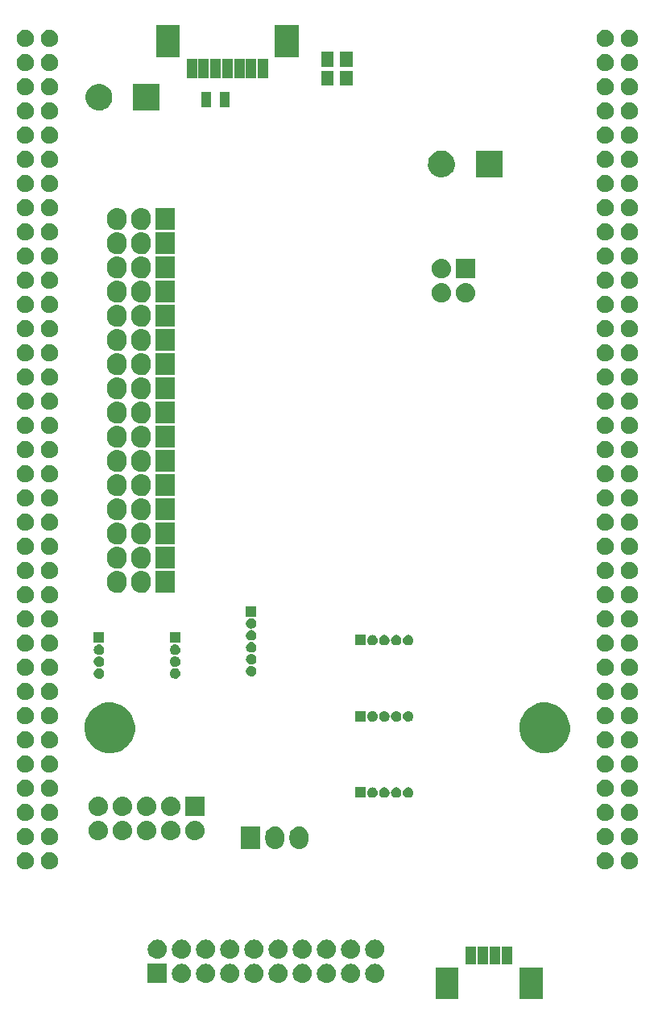
<source format=gbs>
G04 #@! TF.FileFunction,Soldermask,Bot*
%FSLAX46Y46*%
G04 Gerber Fmt 4.6, Leading zero omitted, Abs format (unit mm)*
G04 Created by KiCad (PCBNEW 4.0.5) date 2017 March 06, Monday 20:50:59*
%MOMM*%
%LPD*%
G01*
G04 APERTURE LIST*
%ADD10C,0.200000*%
G04 APERTURE END LIST*
D10*
G36*
X122625000Y-157650000D02*
X120225000Y-157650000D01*
X120225000Y-154350000D01*
X122625000Y-154350000D01*
X122625000Y-157650000D01*
X122625000Y-157650000D01*
G37*
G36*
X113775000Y-157650000D02*
X111375000Y-157650000D01*
X111375000Y-154350000D01*
X113775000Y-154350000D01*
X113775000Y-157650000D01*
X113775000Y-157650000D01*
G37*
G36*
X83153600Y-156013600D02*
X81126400Y-156013600D01*
X81126400Y-153986400D01*
X83153600Y-153986400D01*
X83153600Y-156013600D01*
X83153600Y-156013600D01*
G37*
G36*
X84692404Y-153986452D02*
X84699056Y-153986499D01*
X84895643Y-154008550D01*
X85084204Y-154068364D01*
X85257555Y-154163665D01*
X85409094Y-154290821D01*
X85533048Y-154444990D01*
X85624698Y-154620299D01*
X85680550Y-154810070D01*
X85680553Y-154810104D01*
X85680557Y-154810117D01*
X85698482Y-155007074D01*
X85677809Y-155203763D01*
X85677805Y-155203776D01*
X85677801Y-155203813D01*
X85619304Y-155392786D01*
X85525216Y-155566798D01*
X85399121Y-155719221D01*
X85245822Y-155844249D01*
X85071157Y-155937120D01*
X84881780Y-155994296D01*
X84684904Y-156013600D01*
X84675061Y-156013600D01*
X84667596Y-156013548D01*
X84660944Y-156013501D01*
X84464357Y-155991450D01*
X84275796Y-155931636D01*
X84102445Y-155836335D01*
X83950906Y-155709179D01*
X83826952Y-155555010D01*
X83735302Y-155379701D01*
X83679450Y-155189930D01*
X83679447Y-155189896D01*
X83679443Y-155189883D01*
X83661518Y-154992926D01*
X83682191Y-154796237D01*
X83682195Y-154796224D01*
X83682199Y-154796187D01*
X83740696Y-154607214D01*
X83834784Y-154433202D01*
X83960879Y-154280779D01*
X84114178Y-154155751D01*
X84288843Y-154062880D01*
X84478220Y-154005704D01*
X84675096Y-153986400D01*
X84684939Y-153986400D01*
X84692404Y-153986452D01*
X84692404Y-153986452D01*
G37*
G36*
X87232404Y-153986452D02*
X87239056Y-153986499D01*
X87435643Y-154008550D01*
X87624204Y-154068364D01*
X87797555Y-154163665D01*
X87949094Y-154290821D01*
X88073048Y-154444990D01*
X88164698Y-154620299D01*
X88220550Y-154810070D01*
X88220553Y-154810104D01*
X88220557Y-154810117D01*
X88238482Y-155007074D01*
X88217809Y-155203763D01*
X88217805Y-155203776D01*
X88217801Y-155203813D01*
X88159304Y-155392786D01*
X88065216Y-155566798D01*
X87939121Y-155719221D01*
X87785822Y-155844249D01*
X87611157Y-155937120D01*
X87421780Y-155994296D01*
X87224904Y-156013600D01*
X87215061Y-156013600D01*
X87207596Y-156013548D01*
X87200944Y-156013501D01*
X87004357Y-155991450D01*
X86815796Y-155931636D01*
X86642445Y-155836335D01*
X86490906Y-155709179D01*
X86366952Y-155555010D01*
X86275302Y-155379701D01*
X86219450Y-155189930D01*
X86219447Y-155189896D01*
X86219443Y-155189883D01*
X86201518Y-154992926D01*
X86222191Y-154796237D01*
X86222195Y-154796224D01*
X86222199Y-154796187D01*
X86280696Y-154607214D01*
X86374784Y-154433202D01*
X86500879Y-154280779D01*
X86654178Y-154155751D01*
X86828843Y-154062880D01*
X87018220Y-154005704D01*
X87215096Y-153986400D01*
X87224939Y-153986400D01*
X87232404Y-153986452D01*
X87232404Y-153986452D01*
G37*
G36*
X89772404Y-153986452D02*
X89779056Y-153986499D01*
X89975643Y-154008550D01*
X90164204Y-154068364D01*
X90337555Y-154163665D01*
X90489094Y-154290821D01*
X90613048Y-154444990D01*
X90704698Y-154620299D01*
X90760550Y-154810070D01*
X90760553Y-154810104D01*
X90760557Y-154810117D01*
X90778482Y-155007074D01*
X90757809Y-155203763D01*
X90757805Y-155203776D01*
X90757801Y-155203813D01*
X90699304Y-155392786D01*
X90605216Y-155566798D01*
X90479121Y-155719221D01*
X90325822Y-155844249D01*
X90151157Y-155937120D01*
X89961780Y-155994296D01*
X89764904Y-156013600D01*
X89755061Y-156013600D01*
X89747596Y-156013548D01*
X89740944Y-156013501D01*
X89544357Y-155991450D01*
X89355796Y-155931636D01*
X89182445Y-155836335D01*
X89030906Y-155709179D01*
X88906952Y-155555010D01*
X88815302Y-155379701D01*
X88759450Y-155189930D01*
X88759447Y-155189896D01*
X88759443Y-155189883D01*
X88741518Y-154992926D01*
X88762191Y-154796237D01*
X88762195Y-154796224D01*
X88762199Y-154796187D01*
X88820696Y-154607214D01*
X88914784Y-154433202D01*
X89040879Y-154280779D01*
X89194178Y-154155751D01*
X89368843Y-154062880D01*
X89558220Y-154005704D01*
X89755096Y-153986400D01*
X89764939Y-153986400D01*
X89772404Y-153986452D01*
X89772404Y-153986452D01*
G37*
G36*
X92312404Y-153986452D02*
X92319056Y-153986499D01*
X92515643Y-154008550D01*
X92704204Y-154068364D01*
X92877555Y-154163665D01*
X93029094Y-154290821D01*
X93153048Y-154444990D01*
X93244698Y-154620299D01*
X93300550Y-154810070D01*
X93300553Y-154810104D01*
X93300557Y-154810117D01*
X93318482Y-155007074D01*
X93297809Y-155203763D01*
X93297805Y-155203776D01*
X93297801Y-155203813D01*
X93239304Y-155392786D01*
X93145216Y-155566798D01*
X93019121Y-155719221D01*
X92865822Y-155844249D01*
X92691157Y-155937120D01*
X92501780Y-155994296D01*
X92304904Y-156013600D01*
X92295061Y-156013600D01*
X92287596Y-156013548D01*
X92280944Y-156013501D01*
X92084357Y-155991450D01*
X91895796Y-155931636D01*
X91722445Y-155836335D01*
X91570906Y-155709179D01*
X91446952Y-155555010D01*
X91355302Y-155379701D01*
X91299450Y-155189930D01*
X91299447Y-155189896D01*
X91299443Y-155189883D01*
X91281518Y-154992926D01*
X91302191Y-154796237D01*
X91302195Y-154796224D01*
X91302199Y-154796187D01*
X91360696Y-154607214D01*
X91454784Y-154433202D01*
X91580879Y-154280779D01*
X91734178Y-154155751D01*
X91908843Y-154062880D01*
X92098220Y-154005704D01*
X92295096Y-153986400D01*
X92304939Y-153986400D01*
X92312404Y-153986452D01*
X92312404Y-153986452D01*
G37*
G36*
X94852404Y-153986452D02*
X94859056Y-153986499D01*
X95055643Y-154008550D01*
X95244204Y-154068364D01*
X95417555Y-154163665D01*
X95569094Y-154290821D01*
X95693048Y-154444990D01*
X95784698Y-154620299D01*
X95840550Y-154810070D01*
X95840553Y-154810104D01*
X95840557Y-154810117D01*
X95858482Y-155007074D01*
X95837809Y-155203763D01*
X95837805Y-155203776D01*
X95837801Y-155203813D01*
X95779304Y-155392786D01*
X95685216Y-155566798D01*
X95559121Y-155719221D01*
X95405822Y-155844249D01*
X95231157Y-155937120D01*
X95041780Y-155994296D01*
X94844904Y-156013600D01*
X94835061Y-156013600D01*
X94827596Y-156013548D01*
X94820944Y-156013501D01*
X94624357Y-155991450D01*
X94435796Y-155931636D01*
X94262445Y-155836335D01*
X94110906Y-155709179D01*
X93986952Y-155555010D01*
X93895302Y-155379701D01*
X93839450Y-155189930D01*
X93839447Y-155189896D01*
X93839443Y-155189883D01*
X93821518Y-154992926D01*
X93842191Y-154796237D01*
X93842195Y-154796224D01*
X93842199Y-154796187D01*
X93900696Y-154607214D01*
X93994784Y-154433202D01*
X94120879Y-154280779D01*
X94274178Y-154155751D01*
X94448843Y-154062880D01*
X94638220Y-154005704D01*
X94835096Y-153986400D01*
X94844939Y-153986400D01*
X94852404Y-153986452D01*
X94852404Y-153986452D01*
G37*
G36*
X97392404Y-153986452D02*
X97399056Y-153986499D01*
X97595643Y-154008550D01*
X97784204Y-154068364D01*
X97957555Y-154163665D01*
X98109094Y-154290821D01*
X98233048Y-154444990D01*
X98324698Y-154620299D01*
X98380550Y-154810070D01*
X98380553Y-154810104D01*
X98380557Y-154810117D01*
X98398482Y-155007074D01*
X98377809Y-155203763D01*
X98377805Y-155203776D01*
X98377801Y-155203813D01*
X98319304Y-155392786D01*
X98225216Y-155566798D01*
X98099121Y-155719221D01*
X97945822Y-155844249D01*
X97771157Y-155937120D01*
X97581780Y-155994296D01*
X97384904Y-156013600D01*
X97375061Y-156013600D01*
X97367596Y-156013548D01*
X97360944Y-156013501D01*
X97164357Y-155991450D01*
X96975796Y-155931636D01*
X96802445Y-155836335D01*
X96650906Y-155709179D01*
X96526952Y-155555010D01*
X96435302Y-155379701D01*
X96379450Y-155189930D01*
X96379447Y-155189896D01*
X96379443Y-155189883D01*
X96361518Y-154992926D01*
X96382191Y-154796237D01*
X96382195Y-154796224D01*
X96382199Y-154796187D01*
X96440696Y-154607214D01*
X96534784Y-154433202D01*
X96660879Y-154280779D01*
X96814178Y-154155751D01*
X96988843Y-154062880D01*
X97178220Y-154005704D01*
X97375096Y-153986400D01*
X97384939Y-153986400D01*
X97392404Y-153986452D01*
X97392404Y-153986452D01*
G37*
G36*
X99932404Y-153986452D02*
X99939056Y-153986499D01*
X100135643Y-154008550D01*
X100324204Y-154068364D01*
X100497555Y-154163665D01*
X100649094Y-154290821D01*
X100773048Y-154444990D01*
X100864698Y-154620299D01*
X100920550Y-154810070D01*
X100920553Y-154810104D01*
X100920557Y-154810117D01*
X100938482Y-155007074D01*
X100917809Y-155203763D01*
X100917805Y-155203776D01*
X100917801Y-155203813D01*
X100859304Y-155392786D01*
X100765216Y-155566798D01*
X100639121Y-155719221D01*
X100485822Y-155844249D01*
X100311157Y-155937120D01*
X100121780Y-155994296D01*
X99924904Y-156013600D01*
X99915061Y-156013600D01*
X99907596Y-156013548D01*
X99900944Y-156013501D01*
X99704357Y-155991450D01*
X99515796Y-155931636D01*
X99342445Y-155836335D01*
X99190906Y-155709179D01*
X99066952Y-155555010D01*
X98975302Y-155379701D01*
X98919450Y-155189930D01*
X98919447Y-155189896D01*
X98919443Y-155189883D01*
X98901518Y-154992926D01*
X98922191Y-154796237D01*
X98922195Y-154796224D01*
X98922199Y-154796187D01*
X98980696Y-154607214D01*
X99074784Y-154433202D01*
X99200879Y-154280779D01*
X99354178Y-154155751D01*
X99528843Y-154062880D01*
X99718220Y-154005704D01*
X99915096Y-153986400D01*
X99924939Y-153986400D01*
X99932404Y-153986452D01*
X99932404Y-153986452D01*
G37*
G36*
X102472404Y-153986452D02*
X102479056Y-153986499D01*
X102675643Y-154008550D01*
X102864204Y-154068364D01*
X103037555Y-154163665D01*
X103189094Y-154290821D01*
X103313048Y-154444990D01*
X103404698Y-154620299D01*
X103460550Y-154810070D01*
X103460553Y-154810104D01*
X103460557Y-154810117D01*
X103478482Y-155007074D01*
X103457809Y-155203763D01*
X103457805Y-155203776D01*
X103457801Y-155203813D01*
X103399304Y-155392786D01*
X103305216Y-155566798D01*
X103179121Y-155719221D01*
X103025822Y-155844249D01*
X102851157Y-155937120D01*
X102661780Y-155994296D01*
X102464904Y-156013600D01*
X102455061Y-156013600D01*
X102447596Y-156013548D01*
X102440944Y-156013501D01*
X102244357Y-155991450D01*
X102055796Y-155931636D01*
X101882445Y-155836335D01*
X101730906Y-155709179D01*
X101606952Y-155555010D01*
X101515302Y-155379701D01*
X101459450Y-155189930D01*
X101459447Y-155189896D01*
X101459443Y-155189883D01*
X101441518Y-154992926D01*
X101462191Y-154796237D01*
X101462195Y-154796224D01*
X101462199Y-154796187D01*
X101520696Y-154607214D01*
X101614784Y-154433202D01*
X101740879Y-154280779D01*
X101894178Y-154155751D01*
X102068843Y-154062880D01*
X102258220Y-154005704D01*
X102455096Y-153986400D01*
X102464939Y-153986400D01*
X102472404Y-153986452D01*
X102472404Y-153986452D01*
G37*
G36*
X105012404Y-153986452D02*
X105019056Y-153986499D01*
X105215643Y-154008550D01*
X105404204Y-154068364D01*
X105577555Y-154163665D01*
X105729094Y-154290821D01*
X105853048Y-154444990D01*
X105944698Y-154620299D01*
X106000550Y-154810070D01*
X106000553Y-154810104D01*
X106000557Y-154810117D01*
X106018482Y-155007074D01*
X105997809Y-155203763D01*
X105997805Y-155203776D01*
X105997801Y-155203813D01*
X105939304Y-155392786D01*
X105845216Y-155566798D01*
X105719121Y-155719221D01*
X105565822Y-155844249D01*
X105391157Y-155937120D01*
X105201780Y-155994296D01*
X105004904Y-156013600D01*
X104995061Y-156013600D01*
X104987596Y-156013548D01*
X104980944Y-156013501D01*
X104784357Y-155991450D01*
X104595796Y-155931636D01*
X104422445Y-155836335D01*
X104270906Y-155709179D01*
X104146952Y-155555010D01*
X104055302Y-155379701D01*
X103999450Y-155189930D01*
X103999447Y-155189896D01*
X103999443Y-155189883D01*
X103981518Y-154992926D01*
X104002191Y-154796237D01*
X104002195Y-154796224D01*
X104002199Y-154796187D01*
X104060696Y-154607214D01*
X104154784Y-154433202D01*
X104280879Y-154280779D01*
X104434178Y-154155751D01*
X104608843Y-154062880D01*
X104798220Y-154005704D01*
X104995096Y-153986400D01*
X105004939Y-153986400D01*
X105012404Y-153986452D01*
X105012404Y-153986452D01*
G37*
G36*
X118175000Y-154050000D02*
X117075000Y-154050000D01*
X117075000Y-152150000D01*
X118175000Y-152150000D01*
X118175000Y-154050000D01*
X118175000Y-154050000D01*
G37*
G36*
X119425000Y-154050000D02*
X118325000Y-154050000D01*
X118325000Y-152150000D01*
X119425000Y-152150000D01*
X119425000Y-154050000D01*
X119425000Y-154050000D01*
G37*
G36*
X116925000Y-154050000D02*
X115825000Y-154050000D01*
X115825000Y-152150000D01*
X116925000Y-152150000D01*
X116925000Y-154050000D01*
X116925000Y-154050000D01*
G37*
G36*
X115675000Y-154050000D02*
X114575000Y-154050000D01*
X114575000Y-152150000D01*
X115675000Y-152150000D01*
X115675000Y-154050000D01*
X115675000Y-154050000D01*
G37*
G36*
X89772404Y-151446452D02*
X89779056Y-151446499D01*
X89975643Y-151468550D01*
X90164204Y-151528364D01*
X90337555Y-151623665D01*
X90489094Y-151750821D01*
X90613048Y-151904990D01*
X90704698Y-152080299D01*
X90760550Y-152270070D01*
X90760553Y-152270104D01*
X90760557Y-152270117D01*
X90778482Y-152467074D01*
X90757809Y-152663763D01*
X90757805Y-152663776D01*
X90757801Y-152663813D01*
X90699304Y-152852786D01*
X90605216Y-153026798D01*
X90479121Y-153179221D01*
X90325822Y-153304249D01*
X90151157Y-153397120D01*
X89961780Y-153454296D01*
X89764904Y-153473600D01*
X89755061Y-153473600D01*
X89747596Y-153473548D01*
X89740944Y-153473501D01*
X89544357Y-153451450D01*
X89355796Y-153391636D01*
X89182445Y-153296335D01*
X89030906Y-153169179D01*
X88906952Y-153015010D01*
X88815302Y-152839701D01*
X88759450Y-152649930D01*
X88759447Y-152649896D01*
X88759443Y-152649883D01*
X88741518Y-152452926D01*
X88762191Y-152256237D01*
X88762195Y-152256224D01*
X88762199Y-152256187D01*
X88820696Y-152067214D01*
X88914784Y-151893202D01*
X89040879Y-151740779D01*
X89194178Y-151615751D01*
X89368843Y-151522880D01*
X89558220Y-151465704D01*
X89755096Y-151446400D01*
X89764939Y-151446400D01*
X89772404Y-151446452D01*
X89772404Y-151446452D01*
G37*
G36*
X92312404Y-151446452D02*
X92319056Y-151446499D01*
X92515643Y-151468550D01*
X92704204Y-151528364D01*
X92877555Y-151623665D01*
X93029094Y-151750821D01*
X93153048Y-151904990D01*
X93244698Y-152080299D01*
X93300550Y-152270070D01*
X93300553Y-152270104D01*
X93300557Y-152270117D01*
X93318482Y-152467074D01*
X93297809Y-152663763D01*
X93297805Y-152663776D01*
X93297801Y-152663813D01*
X93239304Y-152852786D01*
X93145216Y-153026798D01*
X93019121Y-153179221D01*
X92865822Y-153304249D01*
X92691157Y-153397120D01*
X92501780Y-153454296D01*
X92304904Y-153473600D01*
X92295061Y-153473600D01*
X92287596Y-153473548D01*
X92280944Y-153473501D01*
X92084357Y-153451450D01*
X91895796Y-153391636D01*
X91722445Y-153296335D01*
X91570906Y-153169179D01*
X91446952Y-153015010D01*
X91355302Y-152839701D01*
X91299450Y-152649930D01*
X91299447Y-152649896D01*
X91299443Y-152649883D01*
X91281518Y-152452926D01*
X91302191Y-152256237D01*
X91302195Y-152256224D01*
X91302199Y-152256187D01*
X91360696Y-152067214D01*
X91454784Y-151893202D01*
X91580879Y-151740779D01*
X91734178Y-151615751D01*
X91908843Y-151522880D01*
X92098220Y-151465704D01*
X92295096Y-151446400D01*
X92304939Y-151446400D01*
X92312404Y-151446452D01*
X92312404Y-151446452D01*
G37*
G36*
X87232404Y-151446452D02*
X87239056Y-151446499D01*
X87435643Y-151468550D01*
X87624204Y-151528364D01*
X87797555Y-151623665D01*
X87949094Y-151750821D01*
X88073048Y-151904990D01*
X88164698Y-152080299D01*
X88220550Y-152270070D01*
X88220553Y-152270104D01*
X88220557Y-152270117D01*
X88238482Y-152467074D01*
X88217809Y-152663763D01*
X88217805Y-152663776D01*
X88217801Y-152663813D01*
X88159304Y-152852786D01*
X88065216Y-153026798D01*
X87939121Y-153179221D01*
X87785822Y-153304249D01*
X87611157Y-153397120D01*
X87421780Y-153454296D01*
X87224904Y-153473600D01*
X87215061Y-153473600D01*
X87207596Y-153473548D01*
X87200944Y-153473501D01*
X87004357Y-153451450D01*
X86815796Y-153391636D01*
X86642445Y-153296335D01*
X86490906Y-153169179D01*
X86366952Y-153015010D01*
X86275302Y-152839701D01*
X86219450Y-152649930D01*
X86219447Y-152649896D01*
X86219443Y-152649883D01*
X86201518Y-152452926D01*
X86222191Y-152256237D01*
X86222195Y-152256224D01*
X86222199Y-152256187D01*
X86280696Y-152067214D01*
X86374784Y-151893202D01*
X86500879Y-151740779D01*
X86654178Y-151615751D01*
X86828843Y-151522880D01*
X87018220Y-151465704D01*
X87215096Y-151446400D01*
X87224939Y-151446400D01*
X87232404Y-151446452D01*
X87232404Y-151446452D01*
G37*
G36*
X94852404Y-151446452D02*
X94859056Y-151446499D01*
X95055643Y-151468550D01*
X95244204Y-151528364D01*
X95417555Y-151623665D01*
X95569094Y-151750821D01*
X95693048Y-151904990D01*
X95784698Y-152080299D01*
X95840550Y-152270070D01*
X95840553Y-152270104D01*
X95840557Y-152270117D01*
X95858482Y-152467074D01*
X95837809Y-152663763D01*
X95837805Y-152663776D01*
X95837801Y-152663813D01*
X95779304Y-152852786D01*
X95685216Y-153026798D01*
X95559121Y-153179221D01*
X95405822Y-153304249D01*
X95231157Y-153397120D01*
X95041780Y-153454296D01*
X94844904Y-153473600D01*
X94835061Y-153473600D01*
X94827596Y-153473548D01*
X94820944Y-153473501D01*
X94624357Y-153451450D01*
X94435796Y-153391636D01*
X94262445Y-153296335D01*
X94110906Y-153169179D01*
X93986952Y-153015010D01*
X93895302Y-152839701D01*
X93839450Y-152649930D01*
X93839447Y-152649896D01*
X93839443Y-152649883D01*
X93821518Y-152452926D01*
X93842191Y-152256237D01*
X93842195Y-152256224D01*
X93842199Y-152256187D01*
X93900696Y-152067214D01*
X93994784Y-151893202D01*
X94120879Y-151740779D01*
X94274178Y-151615751D01*
X94448843Y-151522880D01*
X94638220Y-151465704D01*
X94835096Y-151446400D01*
X94844939Y-151446400D01*
X94852404Y-151446452D01*
X94852404Y-151446452D01*
G37*
G36*
X84692404Y-151446452D02*
X84699056Y-151446499D01*
X84895643Y-151468550D01*
X85084204Y-151528364D01*
X85257555Y-151623665D01*
X85409094Y-151750821D01*
X85533048Y-151904990D01*
X85624698Y-152080299D01*
X85680550Y-152270070D01*
X85680553Y-152270104D01*
X85680557Y-152270117D01*
X85698482Y-152467074D01*
X85677809Y-152663763D01*
X85677805Y-152663776D01*
X85677801Y-152663813D01*
X85619304Y-152852786D01*
X85525216Y-153026798D01*
X85399121Y-153179221D01*
X85245822Y-153304249D01*
X85071157Y-153397120D01*
X84881780Y-153454296D01*
X84684904Y-153473600D01*
X84675061Y-153473600D01*
X84667596Y-153473548D01*
X84660944Y-153473501D01*
X84464357Y-153451450D01*
X84275796Y-153391636D01*
X84102445Y-153296335D01*
X83950906Y-153169179D01*
X83826952Y-153015010D01*
X83735302Y-152839701D01*
X83679450Y-152649930D01*
X83679447Y-152649896D01*
X83679443Y-152649883D01*
X83661518Y-152452926D01*
X83682191Y-152256237D01*
X83682195Y-152256224D01*
X83682199Y-152256187D01*
X83740696Y-152067214D01*
X83834784Y-151893202D01*
X83960879Y-151740779D01*
X84114178Y-151615751D01*
X84288843Y-151522880D01*
X84478220Y-151465704D01*
X84675096Y-151446400D01*
X84684939Y-151446400D01*
X84692404Y-151446452D01*
X84692404Y-151446452D01*
G37*
G36*
X97392404Y-151446452D02*
X97399056Y-151446499D01*
X97595643Y-151468550D01*
X97784204Y-151528364D01*
X97957555Y-151623665D01*
X98109094Y-151750821D01*
X98233048Y-151904990D01*
X98324698Y-152080299D01*
X98380550Y-152270070D01*
X98380553Y-152270104D01*
X98380557Y-152270117D01*
X98398482Y-152467074D01*
X98377809Y-152663763D01*
X98377805Y-152663776D01*
X98377801Y-152663813D01*
X98319304Y-152852786D01*
X98225216Y-153026798D01*
X98099121Y-153179221D01*
X97945822Y-153304249D01*
X97771157Y-153397120D01*
X97581780Y-153454296D01*
X97384904Y-153473600D01*
X97375061Y-153473600D01*
X97367596Y-153473548D01*
X97360944Y-153473501D01*
X97164357Y-153451450D01*
X96975796Y-153391636D01*
X96802445Y-153296335D01*
X96650906Y-153169179D01*
X96526952Y-153015010D01*
X96435302Y-152839701D01*
X96379450Y-152649930D01*
X96379447Y-152649896D01*
X96379443Y-152649883D01*
X96361518Y-152452926D01*
X96382191Y-152256237D01*
X96382195Y-152256224D01*
X96382199Y-152256187D01*
X96440696Y-152067214D01*
X96534784Y-151893202D01*
X96660879Y-151740779D01*
X96814178Y-151615751D01*
X96988843Y-151522880D01*
X97178220Y-151465704D01*
X97375096Y-151446400D01*
X97384939Y-151446400D01*
X97392404Y-151446452D01*
X97392404Y-151446452D01*
G37*
G36*
X82152404Y-151446452D02*
X82159056Y-151446499D01*
X82355643Y-151468550D01*
X82544204Y-151528364D01*
X82717555Y-151623665D01*
X82869094Y-151750821D01*
X82993048Y-151904990D01*
X83084698Y-152080299D01*
X83140550Y-152270070D01*
X83140553Y-152270104D01*
X83140557Y-152270117D01*
X83158482Y-152467074D01*
X83137809Y-152663763D01*
X83137805Y-152663776D01*
X83137801Y-152663813D01*
X83079304Y-152852786D01*
X82985216Y-153026798D01*
X82859121Y-153179221D01*
X82705822Y-153304249D01*
X82531157Y-153397120D01*
X82341780Y-153454296D01*
X82144904Y-153473600D01*
X82135061Y-153473600D01*
X82127596Y-153473548D01*
X82120944Y-153473501D01*
X81924357Y-153451450D01*
X81735796Y-153391636D01*
X81562445Y-153296335D01*
X81410906Y-153169179D01*
X81286952Y-153015010D01*
X81195302Y-152839701D01*
X81139450Y-152649930D01*
X81139447Y-152649896D01*
X81139443Y-152649883D01*
X81121518Y-152452926D01*
X81142191Y-152256237D01*
X81142195Y-152256224D01*
X81142199Y-152256187D01*
X81200696Y-152067214D01*
X81294784Y-151893202D01*
X81420879Y-151740779D01*
X81574178Y-151615751D01*
X81748843Y-151522880D01*
X81938220Y-151465704D01*
X82135096Y-151446400D01*
X82144939Y-151446400D01*
X82152404Y-151446452D01*
X82152404Y-151446452D01*
G37*
G36*
X99932404Y-151446452D02*
X99939056Y-151446499D01*
X100135643Y-151468550D01*
X100324204Y-151528364D01*
X100497555Y-151623665D01*
X100649094Y-151750821D01*
X100773048Y-151904990D01*
X100864698Y-152080299D01*
X100920550Y-152270070D01*
X100920553Y-152270104D01*
X100920557Y-152270117D01*
X100938482Y-152467074D01*
X100917809Y-152663763D01*
X100917805Y-152663776D01*
X100917801Y-152663813D01*
X100859304Y-152852786D01*
X100765216Y-153026798D01*
X100639121Y-153179221D01*
X100485822Y-153304249D01*
X100311157Y-153397120D01*
X100121780Y-153454296D01*
X99924904Y-153473600D01*
X99915061Y-153473600D01*
X99907596Y-153473548D01*
X99900944Y-153473501D01*
X99704357Y-153451450D01*
X99515796Y-153391636D01*
X99342445Y-153296335D01*
X99190906Y-153169179D01*
X99066952Y-153015010D01*
X98975302Y-152839701D01*
X98919450Y-152649930D01*
X98919447Y-152649896D01*
X98919443Y-152649883D01*
X98901518Y-152452926D01*
X98922191Y-152256237D01*
X98922195Y-152256224D01*
X98922199Y-152256187D01*
X98980696Y-152067214D01*
X99074784Y-151893202D01*
X99200879Y-151740779D01*
X99354178Y-151615751D01*
X99528843Y-151522880D01*
X99718220Y-151465704D01*
X99915096Y-151446400D01*
X99924939Y-151446400D01*
X99932404Y-151446452D01*
X99932404Y-151446452D01*
G37*
G36*
X102472404Y-151446452D02*
X102479056Y-151446499D01*
X102675643Y-151468550D01*
X102864204Y-151528364D01*
X103037555Y-151623665D01*
X103189094Y-151750821D01*
X103313048Y-151904990D01*
X103404698Y-152080299D01*
X103460550Y-152270070D01*
X103460553Y-152270104D01*
X103460557Y-152270117D01*
X103478482Y-152467074D01*
X103457809Y-152663763D01*
X103457805Y-152663776D01*
X103457801Y-152663813D01*
X103399304Y-152852786D01*
X103305216Y-153026798D01*
X103179121Y-153179221D01*
X103025822Y-153304249D01*
X102851157Y-153397120D01*
X102661780Y-153454296D01*
X102464904Y-153473600D01*
X102455061Y-153473600D01*
X102447596Y-153473548D01*
X102440944Y-153473501D01*
X102244357Y-153451450D01*
X102055796Y-153391636D01*
X101882445Y-153296335D01*
X101730906Y-153169179D01*
X101606952Y-153015010D01*
X101515302Y-152839701D01*
X101459450Y-152649930D01*
X101459447Y-152649896D01*
X101459443Y-152649883D01*
X101441518Y-152452926D01*
X101462191Y-152256237D01*
X101462195Y-152256224D01*
X101462199Y-152256187D01*
X101520696Y-152067214D01*
X101614784Y-151893202D01*
X101740879Y-151740779D01*
X101894178Y-151615751D01*
X102068843Y-151522880D01*
X102258220Y-151465704D01*
X102455096Y-151446400D01*
X102464939Y-151446400D01*
X102472404Y-151446452D01*
X102472404Y-151446452D01*
G37*
G36*
X105012404Y-151446452D02*
X105019056Y-151446499D01*
X105215643Y-151468550D01*
X105404204Y-151528364D01*
X105577555Y-151623665D01*
X105729094Y-151750821D01*
X105853048Y-151904990D01*
X105944698Y-152080299D01*
X106000550Y-152270070D01*
X106000553Y-152270104D01*
X106000557Y-152270117D01*
X106018482Y-152467074D01*
X105997809Y-152663763D01*
X105997805Y-152663776D01*
X105997801Y-152663813D01*
X105939304Y-152852786D01*
X105845216Y-153026798D01*
X105719121Y-153179221D01*
X105565822Y-153304249D01*
X105391157Y-153397120D01*
X105201780Y-153454296D01*
X105004904Y-153473600D01*
X104995061Y-153473600D01*
X104987596Y-153473548D01*
X104980944Y-153473501D01*
X104784357Y-153451450D01*
X104595796Y-153391636D01*
X104422445Y-153296335D01*
X104270906Y-153169179D01*
X104146952Y-153015010D01*
X104055302Y-152839701D01*
X103999450Y-152649930D01*
X103999447Y-152649896D01*
X103999443Y-152649883D01*
X103981518Y-152452926D01*
X104002191Y-152256237D01*
X104002195Y-152256224D01*
X104002199Y-152256187D01*
X104060696Y-152067214D01*
X104154784Y-151893202D01*
X104280879Y-151740779D01*
X104434178Y-151615751D01*
X104608843Y-151522880D01*
X104798220Y-151465704D01*
X104995096Y-151446400D01*
X105004939Y-151446400D01*
X105012404Y-151446452D01*
X105012404Y-151446452D01*
G37*
G36*
X70885791Y-142268605D02*
X71060993Y-142304569D01*
X71225868Y-142373876D01*
X71374147Y-142473892D01*
X71500170Y-142600798D01*
X71599148Y-142749770D01*
X71667302Y-142915125D01*
X71701974Y-143090230D01*
X71701974Y-143090245D01*
X71702039Y-143090574D01*
X71699187Y-143294857D01*
X71699111Y-143295191D01*
X71699111Y-143295203D01*
X71659566Y-143469264D01*
X71586819Y-143632655D01*
X71483723Y-143778803D01*
X71354198Y-143902148D01*
X71203192Y-143997979D01*
X71036442Y-144062658D01*
X70860309Y-144093714D01*
X70681495Y-144089969D01*
X70506810Y-144051562D01*
X70342921Y-143979960D01*
X70196051Y-143877883D01*
X70071810Y-143749228D01*
X69974926Y-143598894D01*
X69909086Y-143432600D01*
X69876798Y-143256681D01*
X69879296Y-143077847D01*
X69916480Y-142902906D01*
X69986940Y-142738513D01*
X70087985Y-142590940D01*
X70215772Y-142465801D01*
X70365429Y-142367869D01*
X70531258Y-142300869D01*
X70706940Y-142267356D01*
X70885791Y-142268605D01*
X70885791Y-142268605D01*
G37*
G36*
X68345791Y-142268605D02*
X68520993Y-142304569D01*
X68685868Y-142373876D01*
X68834147Y-142473892D01*
X68960170Y-142600798D01*
X69059148Y-142749770D01*
X69127302Y-142915125D01*
X69161974Y-143090230D01*
X69161974Y-143090245D01*
X69162039Y-143090574D01*
X69159187Y-143294857D01*
X69159111Y-143295191D01*
X69159111Y-143295203D01*
X69119566Y-143469264D01*
X69046819Y-143632655D01*
X68943723Y-143778803D01*
X68814198Y-143902148D01*
X68663192Y-143997979D01*
X68496442Y-144062658D01*
X68320309Y-144093714D01*
X68141495Y-144089969D01*
X67966810Y-144051562D01*
X67802921Y-143979960D01*
X67656051Y-143877883D01*
X67531810Y-143749228D01*
X67434926Y-143598894D01*
X67369086Y-143432600D01*
X67336798Y-143256681D01*
X67339296Y-143077847D01*
X67376480Y-142902906D01*
X67446940Y-142738513D01*
X67547985Y-142590940D01*
X67675772Y-142465801D01*
X67825429Y-142367869D01*
X67991258Y-142300869D01*
X68166940Y-142267356D01*
X68345791Y-142268605D01*
X68345791Y-142268605D01*
G37*
G36*
X129305791Y-142268605D02*
X129480993Y-142304569D01*
X129645868Y-142373876D01*
X129794147Y-142473892D01*
X129920170Y-142600798D01*
X130019148Y-142749770D01*
X130087302Y-142915125D01*
X130121974Y-143090230D01*
X130121974Y-143090245D01*
X130122039Y-143090574D01*
X130119187Y-143294857D01*
X130119111Y-143295191D01*
X130119111Y-143295203D01*
X130079566Y-143469264D01*
X130006819Y-143632655D01*
X129903723Y-143778803D01*
X129774198Y-143902148D01*
X129623192Y-143997979D01*
X129456442Y-144062658D01*
X129280309Y-144093714D01*
X129101495Y-144089969D01*
X128926810Y-144051562D01*
X128762921Y-143979960D01*
X128616051Y-143877883D01*
X128491810Y-143749228D01*
X128394926Y-143598894D01*
X128329086Y-143432600D01*
X128296798Y-143256681D01*
X128299296Y-143077847D01*
X128336480Y-142902906D01*
X128406940Y-142738513D01*
X128507985Y-142590940D01*
X128635772Y-142465801D01*
X128785429Y-142367869D01*
X128951258Y-142300869D01*
X129126940Y-142267356D01*
X129305791Y-142268605D01*
X129305791Y-142268605D01*
G37*
G36*
X131845791Y-142268605D02*
X132020993Y-142304569D01*
X132185868Y-142373876D01*
X132334147Y-142473892D01*
X132460170Y-142600798D01*
X132559148Y-142749770D01*
X132627302Y-142915125D01*
X132661974Y-143090230D01*
X132661974Y-143090245D01*
X132662039Y-143090574D01*
X132659187Y-143294857D01*
X132659111Y-143295191D01*
X132659111Y-143295203D01*
X132619566Y-143469264D01*
X132546819Y-143632655D01*
X132443723Y-143778803D01*
X132314198Y-143902148D01*
X132163192Y-143997979D01*
X131996442Y-144062658D01*
X131820309Y-144093714D01*
X131641495Y-144089969D01*
X131466810Y-144051562D01*
X131302921Y-143979960D01*
X131156051Y-143877883D01*
X131031810Y-143749228D01*
X130934926Y-143598894D01*
X130869086Y-143432600D01*
X130836798Y-143256681D01*
X130839296Y-143077847D01*
X130876480Y-142902906D01*
X130946940Y-142738513D01*
X131047985Y-142590940D01*
X131175772Y-142465801D01*
X131325429Y-142367869D01*
X131491258Y-142300869D01*
X131666940Y-142267356D01*
X131845791Y-142268605D01*
X131845791Y-142268605D01*
G37*
G36*
X94703763Y-139599053D02*
X94703776Y-139599057D01*
X94703813Y-139599061D01*
X94892786Y-139657558D01*
X95066798Y-139751646D01*
X95219221Y-139877741D01*
X95344249Y-140031040D01*
X95437120Y-140205705D01*
X95494296Y-140395082D01*
X95513600Y-140591958D01*
X95513600Y-140908042D01*
X95513501Y-140922194D01*
X95491450Y-141118781D01*
X95431636Y-141307342D01*
X95336335Y-141480693D01*
X95209179Y-141632232D01*
X95055010Y-141756186D01*
X94879701Y-141847836D01*
X94689930Y-141903688D01*
X94689896Y-141903691D01*
X94689883Y-141903695D01*
X94492926Y-141921620D01*
X94296237Y-141900947D01*
X94296224Y-141900943D01*
X94296187Y-141900939D01*
X94107214Y-141842442D01*
X93933202Y-141748354D01*
X93780779Y-141622259D01*
X93655751Y-141468960D01*
X93562880Y-141294295D01*
X93505704Y-141104918D01*
X93486400Y-140908042D01*
X93486400Y-140591958D01*
X93486499Y-140577806D01*
X93508550Y-140381219D01*
X93568364Y-140192658D01*
X93663665Y-140019307D01*
X93790821Y-139867768D01*
X93944990Y-139743814D01*
X94120299Y-139652164D01*
X94310070Y-139596312D01*
X94310104Y-139596309D01*
X94310117Y-139596305D01*
X94507074Y-139578380D01*
X94703763Y-139599053D01*
X94703763Y-139599053D01*
G37*
G36*
X97243763Y-139599053D02*
X97243776Y-139599057D01*
X97243813Y-139599061D01*
X97432786Y-139657558D01*
X97606798Y-139751646D01*
X97759221Y-139877741D01*
X97884249Y-140031040D01*
X97977120Y-140205705D01*
X98034296Y-140395082D01*
X98053600Y-140591958D01*
X98053600Y-140908042D01*
X98053501Y-140922194D01*
X98031450Y-141118781D01*
X97971636Y-141307342D01*
X97876335Y-141480693D01*
X97749179Y-141632232D01*
X97595010Y-141756186D01*
X97419701Y-141847836D01*
X97229930Y-141903688D01*
X97229896Y-141903691D01*
X97229883Y-141903695D01*
X97032926Y-141921620D01*
X96836237Y-141900947D01*
X96836224Y-141900943D01*
X96836187Y-141900939D01*
X96647214Y-141842442D01*
X96473202Y-141748354D01*
X96320779Y-141622259D01*
X96195751Y-141468960D01*
X96102880Y-141294295D01*
X96045704Y-141104918D01*
X96026400Y-140908042D01*
X96026400Y-140591958D01*
X96026499Y-140577806D01*
X96048550Y-140381219D01*
X96108364Y-140192658D01*
X96203665Y-140019307D01*
X96330821Y-139867768D01*
X96484990Y-139743814D01*
X96660299Y-139652164D01*
X96850070Y-139596312D01*
X96850104Y-139596309D01*
X96850117Y-139596305D01*
X97047074Y-139578380D01*
X97243763Y-139599053D01*
X97243763Y-139599053D01*
G37*
G36*
X92973600Y-141916000D02*
X90946400Y-141916000D01*
X90946400Y-139584000D01*
X92973600Y-139584000D01*
X92973600Y-141916000D01*
X92973600Y-141916000D01*
G37*
G36*
X131845791Y-139728605D02*
X132020993Y-139764569D01*
X132185868Y-139833876D01*
X132334147Y-139933892D01*
X132460170Y-140060798D01*
X132559148Y-140209770D01*
X132627302Y-140375125D01*
X132661974Y-140550230D01*
X132661974Y-140550245D01*
X132662039Y-140550574D01*
X132659187Y-140754857D01*
X132659111Y-140755191D01*
X132659111Y-140755203D01*
X132619566Y-140929264D01*
X132546819Y-141092655D01*
X132443723Y-141238803D01*
X132314198Y-141362148D01*
X132163192Y-141457979D01*
X131996442Y-141522658D01*
X131820309Y-141553714D01*
X131641495Y-141549969D01*
X131466810Y-141511562D01*
X131302921Y-141439960D01*
X131156051Y-141337883D01*
X131031810Y-141209228D01*
X130934926Y-141058894D01*
X130869086Y-140892600D01*
X130836798Y-140716681D01*
X130839296Y-140537847D01*
X130876480Y-140362906D01*
X130946940Y-140198513D01*
X131047985Y-140050940D01*
X131175772Y-139925801D01*
X131325429Y-139827869D01*
X131491258Y-139760869D01*
X131666940Y-139727356D01*
X131845791Y-139728605D01*
X131845791Y-139728605D01*
G37*
G36*
X129305791Y-139728605D02*
X129480993Y-139764569D01*
X129645868Y-139833876D01*
X129794147Y-139933892D01*
X129920170Y-140060798D01*
X130019148Y-140209770D01*
X130087302Y-140375125D01*
X130121974Y-140550230D01*
X130121974Y-140550245D01*
X130122039Y-140550574D01*
X130119187Y-140754857D01*
X130119111Y-140755191D01*
X130119111Y-140755203D01*
X130079566Y-140929264D01*
X130006819Y-141092655D01*
X129903723Y-141238803D01*
X129774198Y-141362148D01*
X129623192Y-141457979D01*
X129456442Y-141522658D01*
X129280309Y-141553714D01*
X129101495Y-141549969D01*
X128926810Y-141511562D01*
X128762921Y-141439960D01*
X128616051Y-141337883D01*
X128491810Y-141209228D01*
X128394926Y-141058894D01*
X128329086Y-140892600D01*
X128296798Y-140716681D01*
X128299296Y-140537847D01*
X128336480Y-140362906D01*
X128406940Y-140198513D01*
X128507985Y-140050940D01*
X128635772Y-139925801D01*
X128785429Y-139827869D01*
X128951258Y-139760869D01*
X129126940Y-139727356D01*
X129305791Y-139728605D01*
X129305791Y-139728605D01*
G37*
G36*
X70885791Y-139728605D02*
X71060993Y-139764569D01*
X71225868Y-139833876D01*
X71374147Y-139933892D01*
X71500170Y-140060798D01*
X71599148Y-140209770D01*
X71667302Y-140375125D01*
X71701974Y-140550230D01*
X71701974Y-140550245D01*
X71702039Y-140550574D01*
X71699187Y-140754857D01*
X71699111Y-140755191D01*
X71699111Y-140755203D01*
X71659566Y-140929264D01*
X71586819Y-141092655D01*
X71483723Y-141238803D01*
X71354198Y-141362148D01*
X71203192Y-141457979D01*
X71036442Y-141522658D01*
X70860309Y-141553714D01*
X70681495Y-141549969D01*
X70506810Y-141511562D01*
X70342921Y-141439960D01*
X70196051Y-141337883D01*
X70071810Y-141209228D01*
X69974926Y-141058894D01*
X69909086Y-140892600D01*
X69876798Y-140716681D01*
X69879296Y-140537847D01*
X69916480Y-140362906D01*
X69986940Y-140198513D01*
X70087985Y-140050940D01*
X70215772Y-139925801D01*
X70365429Y-139827869D01*
X70531258Y-139760869D01*
X70706940Y-139727356D01*
X70885791Y-139728605D01*
X70885791Y-139728605D01*
G37*
G36*
X68345791Y-139728605D02*
X68520993Y-139764569D01*
X68685868Y-139833876D01*
X68834147Y-139933892D01*
X68960170Y-140060798D01*
X69059148Y-140209770D01*
X69127302Y-140375125D01*
X69161974Y-140550230D01*
X69161974Y-140550245D01*
X69162039Y-140550574D01*
X69159187Y-140754857D01*
X69159111Y-140755191D01*
X69159111Y-140755203D01*
X69119566Y-140929264D01*
X69046819Y-141092655D01*
X68943723Y-141238803D01*
X68814198Y-141362148D01*
X68663192Y-141457979D01*
X68496442Y-141522658D01*
X68320309Y-141553714D01*
X68141495Y-141549969D01*
X67966810Y-141511562D01*
X67802921Y-141439960D01*
X67656051Y-141337883D01*
X67531810Y-141209228D01*
X67434926Y-141058894D01*
X67369086Y-140892600D01*
X67336798Y-140716681D01*
X67339296Y-140537847D01*
X67376480Y-140362906D01*
X67446940Y-140198513D01*
X67547985Y-140050940D01*
X67675772Y-139925801D01*
X67825429Y-139827869D01*
X67991258Y-139760869D01*
X68166940Y-139727356D01*
X68345791Y-139728605D01*
X68345791Y-139728605D01*
G37*
G36*
X76123763Y-139002191D02*
X76123776Y-139002195D01*
X76123813Y-139002199D01*
X76312786Y-139060696D01*
X76486798Y-139154784D01*
X76639221Y-139280879D01*
X76764249Y-139434178D01*
X76857120Y-139608843D01*
X76914296Y-139798220D01*
X76933600Y-139995096D01*
X76933600Y-140004904D01*
X76933501Y-140019056D01*
X76911450Y-140215643D01*
X76851636Y-140404204D01*
X76756335Y-140577555D01*
X76629179Y-140729094D01*
X76475010Y-140853048D01*
X76299701Y-140944698D01*
X76109930Y-141000550D01*
X76109896Y-141000553D01*
X76109883Y-141000557D01*
X75912926Y-141018482D01*
X75716237Y-140997809D01*
X75716224Y-140997805D01*
X75716187Y-140997801D01*
X75527214Y-140939304D01*
X75353202Y-140845216D01*
X75200779Y-140719121D01*
X75075751Y-140565822D01*
X74982880Y-140391157D01*
X74925704Y-140201780D01*
X74906400Y-140004904D01*
X74906400Y-139995096D01*
X74906499Y-139980944D01*
X74928550Y-139784357D01*
X74988364Y-139595796D01*
X75083665Y-139422445D01*
X75210821Y-139270906D01*
X75364990Y-139146952D01*
X75540299Y-139055302D01*
X75730070Y-138999450D01*
X75730104Y-138999447D01*
X75730117Y-138999443D01*
X75927074Y-138981518D01*
X76123763Y-139002191D01*
X76123763Y-139002191D01*
G37*
G36*
X78663763Y-139002191D02*
X78663776Y-139002195D01*
X78663813Y-139002199D01*
X78852786Y-139060696D01*
X79026798Y-139154784D01*
X79179221Y-139280879D01*
X79304249Y-139434178D01*
X79397120Y-139608843D01*
X79454296Y-139798220D01*
X79473600Y-139995096D01*
X79473600Y-140004904D01*
X79473501Y-140019056D01*
X79451450Y-140215643D01*
X79391636Y-140404204D01*
X79296335Y-140577555D01*
X79169179Y-140729094D01*
X79015010Y-140853048D01*
X78839701Y-140944698D01*
X78649930Y-141000550D01*
X78649896Y-141000553D01*
X78649883Y-141000557D01*
X78452926Y-141018482D01*
X78256237Y-140997809D01*
X78256224Y-140997805D01*
X78256187Y-140997801D01*
X78067214Y-140939304D01*
X77893202Y-140845216D01*
X77740779Y-140719121D01*
X77615751Y-140565822D01*
X77522880Y-140391157D01*
X77465704Y-140201780D01*
X77446400Y-140004904D01*
X77446400Y-139995096D01*
X77446499Y-139980944D01*
X77468550Y-139784357D01*
X77528364Y-139595796D01*
X77623665Y-139422445D01*
X77750821Y-139270906D01*
X77904990Y-139146952D01*
X78080299Y-139055302D01*
X78270070Y-138999450D01*
X78270104Y-138999447D01*
X78270117Y-138999443D01*
X78467074Y-138981518D01*
X78663763Y-139002191D01*
X78663763Y-139002191D01*
G37*
G36*
X81203763Y-139002191D02*
X81203776Y-139002195D01*
X81203813Y-139002199D01*
X81392786Y-139060696D01*
X81566798Y-139154784D01*
X81719221Y-139280879D01*
X81844249Y-139434178D01*
X81937120Y-139608843D01*
X81994296Y-139798220D01*
X82013600Y-139995096D01*
X82013600Y-140004904D01*
X82013501Y-140019056D01*
X81991450Y-140215643D01*
X81931636Y-140404204D01*
X81836335Y-140577555D01*
X81709179Y-140729094D01*
X81555010Y-140853048D01*
X81379701Y-140944698D01*
X81189930Y-141000550D01*
X81189896Y-141000553D01*
X81189883Y-141000557D01*
X80992926Y-141018482D01*
X80796237Y-140997809D01*
X80796224Y-140997805D01*
X80796187Y-140997801D01*
X80607214Y-140939304D01*
X80433202Y-140845216D01*
X80280779Y-140719121D01*
X80155751Y-140565822D01*
X80062880Y-140391157D01*
X80005704Y-140201780D01*
X79986400Y-140004904D01*
X79986400Y-139995096D01*
X79986499Y-139980944D01*
X80008550Y-139784357D01*
X80068364Y-139595796D01*
X80163665Y-139422445D01*
X80290821Y-139270906D01*
X80444990Y-139146952D01*
X80620299Y-139055302D01*
X80810070Y-138999450D01*
X80810104Y-138999447D01*
X80810117Y-138999443D01*
X81007074Y-138981518D01*
X81203763Y-139002191D01*
X81203763Y-139002191D01*
G37*
G36*
X83743763Y-139002191D02*
X83743776Y-139002195D01*
X83743813Y-139002199D01*
X83932786Y-139060696D01*
X84106798Y-139154784D01*
X84259221Y-139280879D01*
X84384249Y-139434178D01*
X84477120Y-139608843D01*
X84534296Y-139798220D01*
X84553600Y-139995096D01*
X84553600Y-140004904D01*
X84553501Y-140019056D01*
X84531450Y-140215643D01*
X84471636Y-140404204D01*
X84376335Y-140577555D01*
X84249179Y-140729094D01*
X84095010Y-140853048D01*
X83919701Y-140944698D01*
X83729930Y-141000550D01*
X83729896Y-141000553D01*
X83729883Y-141000557D01*
X83532926Y-141018482D01*
X83336237Y-140997809D01*
X83336224Y-140997805D01*
X83336187Y-140997801D01*
X83147214Y-140939304D01*
X82973202Y-140845216D01*
X82820779Y-140719121D01*
X82695751Y-140565822D01*
X82602880Y-140391157D01*
X82545704Y-140201780D01*
X82526400Y-140004904D01*
X82526400Y-139995096D01*
X82526499Y-139980944D01*
X82548550Y-139784357D01*
X82608364Y-139595796D01*
X82703665Y-139422445D01*
X82830821Y-139270906D01*
X82984990Y-139146952D01*
X83160299Y-139055302D01*
X83350070Y-138999450D01*
X83350104Y-138999447D01*
X83350117Y-138999443D01*
X83547074Y-138981518D01*
X83743763Y-139002191D01*
X83743763Y-139002191D01*
G37*
G36*
X86283763Y-139002191D02*
X86283776Y-139002195D01*
X86283813Y-139002199D01*
X86472786Y-139060696D01*
X86646798Y-139154784D01*
X86799221Y-139280879D01*
X86924249Y-139434178D01*
X87017120Y-139608843D01*
X87074296Y-139798220D01*
X87093600Y-139995096D01*
X87093600Y-140004904D01*
X87093501Y-140019056D01*
X87071450Y-140215643D01*
X87011636Y-140404204D01*
X86916335Y-140577555D01*
X86789179Y-140729094D01*
X86635010Y-140853048D01*
X86459701Y-140944698D01*
X86269930Y-141000550D01*
X86269896Y-141000553D01*
X86269883Y-141000557D01*
X86072926Y-141018482D01*
X85876237Y-140997809D01*
X85876224Y-140997805D01*
X85876187Y-140997801D01*
X85687214Y-140939304D01*
X85513202Y-140845216D01*
X85360779Y-140719121D01*
X85235751Y-140565822D01*
X85142880Y-140391157D01*
X85085704Y-140201780D01*
X85066400Y-140004904D01*
X85066400Y-139995096D01*
X85066499Y-139980944D01*
X85088550Y-139784357D01*
X85148364Y-139595796D01*
X85243665Y-139422445D01*
X85370821Y-139270906D01*
X85524990Y-139146952D01*
X85700299Y-139055302D01*
X85890070Y-138999450D01*
X85890104Y-138999447D01*
X85890117Y-138999443D01*
X86087074Y-138981518D01*
X86283763Y-139002191D01*
X86283763Y-139002191D01*
G37*
G36*
X68345791Y-137188605D02*
X68520993Y-137224569D01*
X68685868Y-137293876D01*
X68834147Y-137393892D01*
X68960170Y-137520798D01*
X69059148Y-137669770D01*
X69127302Y-137835125D01*
X69161974Y-138010230D01*
X69161974Y-138010245D01*
X69162039Y-138010574D01*
X69159187Y-138214857D01*
X69159111Y-138215191D01*
X69159111Y-138215203D01*
X69119566Y-138389264D01*
X69046819Y-138552655D01*
X68943723Y-138698803D01*
X68814198Y-138822148D01*
X68663192Y-138917979D01*
X68496442Y-138982658D01*
X68320309Y-139013714D01*
X68141495Y-139009969D01*
X67966810Y-138971562D01*
X67802921Y-138899960D01*
X67656051Y-138797883D01*
X67531810Y-138669228D01*
X67434926Y-138518894D01*
X67369086Y-138352600D01*
X67336798Y-138176681D01*
X67339296Y-137997847D01*
X67376480Y-137822906D01*
X67446940Y-137658513D01*
X67547985Y-137510940D01*
X67675772Y-137385801D01*
X67825429Y-137287869D01*
X67991258Y-137220869D01*
X68166940Y-137187356D01*
X68345791Y-137188605D01*
X68345791Y-137188605D01*
G37*
G36*
X70885791Y-137188605D02*
X71060993Y-137224569D01*
X71225868Y-137293876D01*
X71374147Y-137393892D01*
X71500170Y-137520798D01*
X71599148Y-137669770D01*
X71667302Y-137835125D01*
X71701974Y-138010230D01*
X71701974Y-138010245D01*
X71702039Y-138010574D01*
X71699187Y-138214857D01*
X71699111Y-138215191D01*
X71699111Y-138215203D01*
X71659566Y-138389264D01*
X71586819Y-138552655D01*
X71483723Y-138698803D01*
X71354198Y-138822148D01*
X71203192Y-138917979D01*
X71036442Y-138982658D01*
X70860309Y-139013714D01*
X70681495Y-139009969D01*
X70506810Y-138971562D01*
X70342921Y-138899960D01*
X70196051Y-138797883D01*
X70071810Y-138669228D01*
X69974926Y-138518894D01*
X69909086Y-138352600D01*
X69876798Y-138176681D01*
X69879296Y-137997847D01*
X69916480Y-137822906D01*
X69986940Y-137658513D01*
X70087985Y-137510940D01*
X70215772Y-137385801D01*
X70365429Y-137287869D01*
X70531258Y-137220869D01*
X70706940Y-137187356D01*
X70885791Y-137188605D01*
X70885791Y-137188605D01*
G37*
G36*
X129305791Y-137188605D02*
X129480993Y-137224569D01*
X129645868Y-137293876D01*
X129794147Y-137393892D01*
X129920170Y-137520798D01*
X130019148Y-137669770D01*
X130087302Y-137835125D01*
X130121974Y-138010230D01*
X130121974Y-138010245D01*
X130122039Y-138010574D01*
X130119187Y-138214857D01*
X130119111Y-138215191D01*
X130119111Y-138215203D01*
X130079566Y-138389264D01*
X130006819Y-138552655D01*
X129903723Y-138698803D01*
X129774198Y-138822148D01*
X129623192Y-138917979D01*
X129456442Y-138982658D01*
X129280309Y-139013714D01*
X129101495Y-139009969D01*
X128926810Y-138971562D01*
X128762921Y-138899960D01*
X128616051Y-138797883D01*
X128491810Y-138669228D01*
X128394926Y-138518894D01*
X128329086Y-138352600D01*
X128296798Y-138176681D01*
X128299296Y-137997847D01*
X128336480Y-137822906D01*
X128406940Y-137658513D01*
X128507985Y-137510940D01*
X128635772Y-137385801D01*
X128785429Y-137287869D01*
X128951258Y-137220869D01*
X129126940Y-137187356D01*
X129305791Y-137188605D01*
X129305791Y-137188605D01*
G37*
G36*
X131845791Y-137188605D02*
X132020993Y-137224569D01*
X132185868Y-137293876D01*
X132334147Y-137393892D01*
X132460170Y-137520798D01*
X132559148Y-137669770D01*
X132627302Y-137835125D01*
X132661974Y-138010230D01*
X132661974Y-138010245D01*
X132662039Y-138010574D01*
X132659187Y-138214857D01*
X132659111Y-138215191D01*
X132659111Y-138215203D01*
X132619566Y-138389264D01*
X132546819Y-138552655D01*
X132443723Y-138698803D01*
X132314198Y-138822148D01*
X132163192Y-138917979D01*
X131996442Y-138982658D01*
X131820309Y-139013714D01*
X131641495Y-139009969D01*
X131466810Y-138971562D01*
X131302921Y-138899960D01*
X131156051Y-138797883D01*
X131031810Y-138669228D01*
X130934926Y-138518894D01*
X130869086Y-138352600D01*
X130836798Y-138176681D01*
X130839296Y-137997847D01*
X130876480Y-137822906D01*
X130946940Y-137658513D01*
X131047985Y-137510940D01*
X131175772Y-137385801D01*
X131325429Y-137287869D01*
X131491258Y-137220869D01*
X131666940Y-137187356D01*
X131845791Y-137188605D01*
X131845791Y-137188605D01*
G37*
G36*
X76123763Y-136462191D02*
X76123776Y-136462195D01*
X76123813Y-136462199D01*
X76312786Y-136520696D01*
X76486798Y-136614784D01*
X76639221Y-136740879D01*
X76764249Y-136894178D01*
X76857120Y-137068843D01*
X76914296Y-137258220D01*
X76933600Y-137455096D01*
X76933600Y-137464904D01*
X76933501Y-137479056D01*
X76911450Y-137675643D01*
X76851636Y-137864204D01*
X76756335Y-138037555D01*
X76629179Y-138189094D01*
X76475010Y-138313048D01*
X76299701Y-138404698D01*
X76109930Y-138460550D01*
X76109896Y-138460553D01*
X76109883Y-138460557D01*
X75912926Y-138478482D01*
X75716237Y-138457809D01*
X75716224Y-138457805D01*
X75716187Y-138457801D01*
X75527214Y-138399304D01*
X75353202Y-138305216D01*
X75200779Y-138179121D01*
X75075751Y-138025822D01*
X74982880Y-137851157D01*
X74925704Y-137661780D01*
X74906400Y-137464904D01*
X74906400Y-137455096D01*
X74906499Y-137440944D01*
X74928550Y-137244357D01*
X74988364Y-137055796D01*
X75083665Y-136882445D01*
X75210821Y-136730906D01*
X75364990Y-136606952D01*
X75540299Y-136515302D01*
X75730070Y-136459450D01*
X75730104Y-136459447D01*
X75730117Y-136459443D01*
X75927074Y-136441518D01*
X76123763Y-136462191D01*
X76123763Y-136462191D01*
G37*
G36*
X78663763Y-136462191D02*
X78663776Y-136462195D01*
X78663813Y-136462199D01*
X78852786Y-136520696D01*
X79026798Y-136614784D01*
X79179221Y-136740879D01*
X79304249Y-136894178D01*
X79397120Y-137068843D01*
X79454296Y-137258220D01*
X79473600Y-137455096D01*
X79473600Y-137464904D01*
X79473501Y-137479056D01*
X79451450Y-137675643D01*
X79391636Y-137864204D01*
X79296335Y-138037555D01*
X79169179Y-138189094D01*
X79015010Y-138313048D01*
X78839701Y-138404698D01*
X78649930Y-138460550D01*
X78649896Y-138460553D01*
X78649883Y-138460557D01*
X78452926Y-138478482D01*
X78256237Y-138457809D01*
X78256224Y-138457805D01*
X78256187Y-138457801D01*
X78067214Y-138399304D01*
X77893202Y-138305216D01*
X77740779Y-138179121D01*
X77615751Y-138025822D01*
X77522880Y-137851157D01*
X77465704Y-137661780D01*
X77446400Y-137464904D01*
X77446400Y-137455096D01*
X77446499Y-137440944D01*
X77468550Y-137244357D01*
X77528364Y-137055796D01*
X77623665Y-136882445D01*
X77750821Y-136730906D01*
X77904990Y-136606952D01*
X78080299Y-136515302D01*
X78270070Y-136459450D01*
X78270104Y-136459447D01*
X78270117Y-136459443D01*
X78467074Y-136441518D01*
X78663763Y-136462191D01*
X78663763Y-136462191D01*
G37*
G36*
X81203763Y-136462191D02*
X81203776Y-136462195D01*
X81203813Y-136462199D01*
X81392786Y-136520696D01*
X81566798Y-136614784D01*
X81719221Y-136740879D01*
X81844249Y-136894178D01*
X81937120Y-137068843D01*
X81994296Y-137258220D01*
X82013600Y-137455096D01*
X82013600Y-137464904D01*
X82013501Y-137479056D01*
X81991450Y-137675643D01*
X81931636Y-137864204D01*
X81836335Y-138037555D01*
X81709179Y-138189094D01*
X81555010Y-138313048D01*
X81379701Y-138404698D01*
X81189930Y-138460550D01*
X81189896Y-138460553D01*
X81189883Y-138460557D01*
X80992926Y-138478482D01*
X80796237Y-138457809D01*
X80796224Y-138457805D01*
X80796187Y-138457801D01*
X80607214Y-138399304D01*
X80433202Y-138305216D01*
X80280779Y-138179121D01*
X80155751Y-138025822D01*
X80062880Y-137851157D01*
X80005704Y-137661780D01*
X79986400Y-137464904D01*
X79986400Y-137455096D01*
X79986499Y-137440944D01*
X80008550Y-137244357D01*
X80068364Y-137055796D01*
X80163665Y-136882445D01*
X80290821Y-136730906D01*
X80444990Y-136606952D01*
X80620299Y-136515302D01*
X80810070Y-136459450D01*
X80810104Y-136459447D01*
X80810117Y-136459443D01*
X81007074Y-136441518D01*
X81203763Y-136462191D01*
X81203763Y-136462191D01*
G37*
G36*
X83743763Y-136462191D02*
X83743776Y-136462195D01*
X83743813Y-136462199D01*
X83932786Y-136520696D01*
X84106798Y-136614784D01*
X84259221Y-136740879D01*
X84384249Y-136894178D01*
X84477120Y-137068843D01*
X84534296Y-137258220D01*
X84553600Y-137455096D01*
X84553600Y-137464904D01*
X84553501Y-137479056D01*
X84531450Y-137675643D01*
X84471636Y-137864204D01*
X84376335Y-138037555D01*
X84249179Y-138189094D01*
X84095010Y-138313048D01*
X83919701Y-138404698D01*
X83729930Y-138460550D01*
X83729896Y-138460553D01*
X83729883Y-138460557D01*
X83532926Y-138478482D01*
X83336237Y-138457809D01*
X83336224Y-138457805D01*
X83336187Y-138457801D01*
X83147214Y-138399304D01*
X82973202Y-138305216D01*
X82820779Y-138179121D01*
X82695751Y-138025822D01*
X82602880Y-137851157D01*
X82545704Y-137661780D01*
X82526400Y-137464904D01*
X82526400Y-137455096D01*
X82526499Y-137440944D01*
X82548550Y-137244357D01*
X82608364Y-137055796D01*
X82703665Y-136882445D01*
X82830821Y-136730906D01*
X82984990Y-136606952D01*
X83160299Y-136515302D01*
X83350070Y-136459450D01*
X83350104Y-136459447D01*
X83350117Y-136459443D01*
X83547074Y-136441518D01*
X83743763Y-136462191D01*
X83743763Y-136462191D01*
G37*
G36*
X87093600Y-138473600D02*
X85066400Y-138473600D01*
X85066400Y-136446400D01*
X87093600Y-136446400D01*
X87093600Y-138473600D01*
X87093600Y-138473600D01*
G37*
G36*
X104807769Y-135450365D02*
X104913428Y-135472054D01*
X105012858Y-135513850D01*
X105102283Y-135574167D01*
X105178282Y-135650700D01*
X105237975Y-135740543D01*
X105279074Y-135840259D01*
X105299958Y-135945726D01*
X105299958Y-135945741D01*
X105300023Y-135946070D01*
X105298303Y-136069267D01*
X105298227Y-136069601D01*
X105298227Y-136069612D01*
X105274409Y-136174447D01*
X105230538Y-136272983D01*
X105168365Y-136361120D01*
X105090250Y-136435507D01*
X104999184Y-136493300D01*
X104898622Y-136532306D01*
X104792402Y-136551034D01*
X104684565Y-136548776D01*
X104579216Y-136525613D01*
X104480381Y-136482433D01*
X104391806Y-136420872D01*
X104316881Y-136343285D01*
X104258452Y-136252622D01*
X104218746Y-136152337D01*
X104199274Y-136046243D01*
X104200781Y-135938394D01*
X104223205Y-135832893D01*
X104265698Y-135733752D01*
X104326636Y-135644755D01*
X104403701Y-135569287D01*
X104493953Y-135510227D01*
X104593960Y-135469822D01*
X104699907Y-135449611D01*
X104807769Y-135450365D01*
X104807769Y-135450365D01*
G37*
G36*
X106057769Y-135450365D02*
X106163428Y-135472054D01*
X106262858Y-135513850D01*
X106352283Y-135574167D01*
X106428282Y-135650700D01*
X106487975Y-135740543D01*
X106529074Y-135840259D01*
X106549958Y-135945726D01*
X106549958Y-135945741D01*
X106550023Y-135946070D01*
X106548303Y-136069267D01*
X106548227Y-136069601D01*
X106548227Y-136069612D01*
X106524409Y-136174447D01*
X106480538Y-136272983D01*
X106418365Y-136361120D01*
X106340250Y-136435507D01*
X106249184Y-136493300D01*
X106148622Y-136532306D01*
X106042402Y-136551034D01*
X105934565Y-136548776D01*
X105829216Y-136525613D01*
X105730381Y-136482433D01*
X105641806Y-136420872D01*
X105566881Y-136343285D01*
X105508452Y-136252622D01*
X105468746Y-136152337D01*
X105449274Y-136046243D01*
X105450781Y-135938394D01*
X105473205Y-135832893D01*
X105515698Y-135733752D01*
X105576636Y-135644755D01*
X105653701Y-135569287D01*
X105743953Y-135510227D01*
X105843960Y-135469822D01*
X105949907Y-135449611D01*
X106057769Y-135450365D01*
X106057769Y-135450365D01*
G37*
G36*
X108557769Y-135450365D02*
X108663428Y-135472054D01*
X108762858Y-135513850D01*
X108852283Y-135574167D01*
X108928282Y-135650700D01*
X108987975Y-135740543D01*
X109029074Y-135840259D01*
X109049958Y-135945726D01*
X109049958Y-135945741D01*
X109050023Y-135946070D01*
X109048303Y-136069267D01*
X109048227Y-136069601D01*
X109048227Y-136069612D01*
X109024409Y-136174447D01*
X108980538Y-136272983D01*
X108918365Y-136361120D01*
X108840250Y-136435507D01*
X108749184Y-136493300D01*
X108648622Y-136532306D01*
X108542402Y-136551034D01*
X108434565Y-136548776D01*
X108329216Y-136525613D01*
X108230381Y-136482433D01*
X108141806Y-136420872D01*
X108066881Y-136343285D01*
X108008452Y-136252622D01*
X107968746Y-136152337D01*
X107949274Y-136046243D01*
X107950781Y-135938394D01*
X107973205Y-135832893D01*
X108015698Y-135733752D01*
X108076636Y-135644755D01*
X108153701Y-135569287D01*
X108243953Y-135510227D01*
X108343960Y-135469822D01*
X108449907Y-135449611D01*
X108557769Y-135450365D01*
X108557769Y-135450365D01*
G37*
G36*
X107307769Y-135450365D02*
X107413428Y-135472054D01*
X107512858Y-135513850D01*
X107602283Y-135574167D01*
X107678282Y-135650700D01*
X107737975Y-135740543D01*
X107779074Y-135840259D01*
X107799958Y-135945726D01*
X107799958Y-135945741D01*
X107800023Y-135946070D01*
X107798303Y-136069267D01*
X107798227Y-136069601D01*
X107798227Y-136069612D01*
X107774409Y-136174447D01*
X107730538Y-136272983D01*
X107668365Y-136361120D01*
X107590250Y-136435507D01*
X107499184Y-136493300D01*
X107398622Y-136532306D01*
X107292402Y-136551034D01*
X107184565Y-136548776D01*
X107079216Y-136525613D01*
X106980381Y-136482433D01*
X106891806Y-136420872D01*
X106816881Y-136343285D01*
X106758452Y-136252622D01*
X106718746Y-136152337D01*
X106699274Y-136046243D01*
X106700781Y-135938394D01*
X106723205Y-135832893D01*
X106765698Y-135733752D01*
X106826636Y-135644755D01*
X106903701Y-135569287D01*
X106993953Y-135510227D01*
X107093960Y-135469822D01*
X107199907Y-135449611D01*
X107307769Y-135450365D01*
X107307769Y-135450365D01*
G37*
G36*
X104050000Y-136550000D02*
X102950000Y-136550000D01*
X102950000Y-135450000D01*
X104050000Y-135450000D01*
X104050000Y-136550000D01*
X104050000Y-136550000D01*
G37*
G36*
X68345791Y-134648605D02*
X68520993Y-134684569D01*
X68685868Y-134753876D01*
X68834147Y-134853892D01*
X68960170Y-134980798D01*
X69059148Y-135129770D01*
X69127302Y-135295125D01*
X69161974Y-135470230D01*
X69161974Y-135470245D01*
X69162039Y-135470574D01*
X69159187Y-135674857D01*
X69159111Y-135675191D01*
X69159111Y-135675203D01*
X69119566Y-135849264D01*
X69046819Y-136012655D01*
X68943723Y-136158803D01*
X68814198Y-136282148D01*
X68663192Y-136377979D01*
X68496442Y-136442658D01*
X68320309Y-136473714D01*
X68141495Y-136469969D01*
X67966810Y-136431562D01*
X67802921Y-136359960D01*
X67656051Y-136257883D01*
X67531810Y-136129228D01*
X67434926Y-135978894D01*
X67369086Y-135812600D01*
X67336798Y-135636681D01*
X67339296Y-135457847D01*
X67376480Y-135282906D01*
X67446940Y-135118513D01*
X67547985Y-134970940D01*
X67675772Y-134845801D01*
X67825429Y-134747869D01*
X67991258Y-134680869D01*
X68166940Y-134647356D01*
X68345791Y-134648605D01*
X68345791Y-134648605D01*
G37*
G36*
X70885791Y-134648605D02*
X71060993Y-134684569D01*
X71225868Y-134753876D01*
X71374147Y-134853892D01*
X71500170Y-134980798D01*
X71599148Y-135129770D01*
X71667302Y-135295125D01*
X71701974Y-135470230D01*
X71701974Y-135470245D01*
X71702039Y-135470574D01*
X71699187Y-135674857D01*
X71699111Y-135675191D01*
X71699111Y-135675203D01*
X71659566Y-135849264D01*
X71586819Y-136012655D01*
X71483723Y-136158803D01*
X71354198Y-136282148D01*
X71203192Y-136377979D01*
X71036442Y-136442658D01*
X70860309Y-136473714D01*
X70681495Y-136469969D01*
X70506810Y-136431562D01*
X70342921Y-136359960D01*
X70196051Y-136257883D01*
X70071810Y-136129228D01*
X69974926Y-135978894D01*
X69909086Y-135812600D01*
X69876798Y-135636681D01*
X69879296Y-135457847D01*
X69916480Y-135282906D01*
X69986940Y-135118513D01*
X70087985Y-134970940D01*
X70215772Y-134845801D01*
X70365429Y-134747869D01*
X70531258Y-134680869D01*
X70706940Y-134647356D01*
X70885791Y-134648605D01*
X70885791Y-134648605D01*
G37*
G36*
X131845791Y-134648605D02*
X132020993Y-134684569D01*
X132185868Y-134753876D01*
X132334147Y-134853892D01*
X132460170Y-134980798D01*
X132559148Y-135129770D01*
X132627302Y-135295125D01*
X132661974Y-135470230D01*
X132661974Y-135470245D01*
X132662039Y-135470574D01*
X132659187Y-135674857D01*
X132659111Y-135675191D01*
X132659111Y-135675203D01*
X132619566Y-135849264D01*
X132546819Y-136012655D01*
X132443723Y-136158803D01*
X132314198Y-136282148D01*
X132163192Y-136377979D01*
X131996442Y-136442658D01*
X131820309Y-136473714D01*
X131641495Y-136469969D01*
X131466810Y-136431562D01*
X131302921Y-136359960D01*
X131156051Y-136257883D01*
X131031810Y-136129228D01*
X130934926Y-135978894D01*
X130869086Y-135812600D01*
X130836798Y-135636681D01*
X130839296Y-135457847D01*
X130876480Y-135282906D01*
X130946940Y-135118513D01*
X131047985Y-134970940D01*
X131175772Y-134845801D01*
X131325429Y-134747869D01*
X131491258Y-134680869D01*
X131666940Y-134647356D01*
X131845791Y-134648605D01*
X131845791Y-134648605D01*
G37*
G36*
X129305791Y-134648605D02*
X129480993Y-134684569D01*
X129645868Y-134753876D01*
X129794147Y-134853892D01*
X129920170Y-134980798D01*
X130019148Y-135129770D01*
X130087302Y-135295125D01*
X130121974Y-135470230D01*
X130121974Y-135470245D01*
X130122039Y-135470574D01*
X130119187Y-135674857D01*
X130119111Y-135675191D01*
X130119111Y-135675203D01*
X130079566Y-135849264D01*
X130006819Y-136012655D01*
X129903723Y-136158803D01*
X129774198Y-136282148D01*
X129623192Y-136377979D01*
X129456442Y-136442658D01*
X129280309Y-136473714D01*
X129101495Y-136469969D01*
X128926810Y-136431562D01*
X128762921Y-136359960D01*
X128616051Y-136257883D01*
X128491810Y-136129228D01*
X128394926Y-135978894D01*
X128329086Y-135812600D01*
X128296798Y-135636681D01*
X128299296Y-135457847D01*
X128336480Y-135282906D01*
X128406940Y-135118513D01*
X128507985Y-134970940D01*
X128635772Y-134845801D01*
X128785429Y-134747869D01*
X128951258Y-134680869D01*
X129126940Y-134647356D01*
X129305791Y-134648605D01*
X129305791Y-134648605D01*
G37*
G36*
X68345791Y-132108605D02*
X68520993Y-132144569D01*
X68685868Y-132213876D01*
X68834147Y-132313892D01*
X68960170Y-132440798D01*
X69059148Y-132589770D01*
X69127302Y-132755125D01*
X69161974Y-132930230D01*
X69161974Y-132930245D01*
X69162039Y-132930574D01*
X69159187Y-133134857D01*
X69159111Y-133135191D01*
X69159111Y-133135203D01*
X69119566Y-133309264D01*
X69046819Y-133472655D01*
X68943723Y-133618803D01*
X68814198Y-133742148D01*
X68663192Y-133837979D01*
X68496442Y-133902658D01*
X68320309Y-133933714D01*
X68141495Y-133929969D01*
X67966810Y-133891562D01*
X67802921Y-133819960D01*
X67656051Y-133717883D01*
X67531810Y-133589228D01*
X67434926Y-133438894D01*
X67369086Y-133272600D01*
X67336798Y-133096681D01*
X67339296Y-132917847D01*
X67376480Y-132742906D01*
X67446940Y-132578513D01*
X67547985Y-132430940D01*
X67675772Y-132305801D01*
X67825429Y-132207869D01*
X67991258Y-132140869D01*
X68166940Y-132107356D01*
X68345791Y-132108605D01*
X68345791Y-132108605D01*
G37*
G36*
X131845791Y-132108605D02*
X132020993Y-132144569D01*
X132185868Y-132213876D01*
X132334147Y-132313892D01*
X132460170Y-132440798D01*
X132559148Y-132589770D01*
X132627302Y-132755125D01*
X132661974Y-132930230D01*
X132661974Y-132930245D01*
X132662039Y-132930574D01*
X132659187Y-133134857D01*
X132659111Y-133135191D01*
X132659111Y-133135203D01*
X132619566Y-133309264D01*
X132546819Y-133472655D01*
X132443723Y-133618803D01*
X132314198Y-133742148D01*
X132163192Y-133837979D01*
X131996442Y-133902658D01*
X131820309Y-133933714D01*
X131641495Y-133929969D01*
X131466810Y-133891562D01*
X131302921Y-133819960D01*
X131156051Y-133717883D01*
X131031810Y-133589228D01*
X130934926Y-133438894D01*
X130869086Y-133272600D01*
X130836798Y-133096681D01*
X130839296Y-132917847D01*
X130876480Y-132742906D01*
X130946940Y-132578513D01*
X131047985Y-132430940D01*
X131175772Y-132305801D01*
X131325429Y-132207869D01*
X131491258Y-132140869D01*
X131666940Y-132107356D01*
X131845791Y-132108605D01*
X131845791Y-132108605D01*
G37*
G36*
X129305791Y-132108605D02*
X129480993Y-132144569D01*
X129645868Y-132213876D01*
X129794147Y-132313892D01*
X129920170Y-132440798D01*
X130019148Y-132589770D01*
X130087302Y-132755125D01*
X130121974Y-132930230D01*
X130121974Y-132930245D01*
X130122039Y-132930574D01*
X130119187Y-133134857D01*
X130119111Y-133135191D01*
X130119111Y-133135203D01*
X130079566Y-133309264D01*
X130006819Y-133472655D01*
X129903723Y-133618803D01*
X129774198Y-133742148D01*
X129623192Y-133837979D01*
X129456442Y-133902658D01*
X129280309Y-133933714D01*
X129101495Y-133929969D01*
X128926810Y-133891562D01*
X128762921Y-133819960D01*
X128616051Y-133717883D01*
X128491810Y-133589228D01*
X128394926Y-133438894D01*
X128329086Y-133272600D01*
X128296798Y-133096681D01*
X128299296Y-132917847D01*
X128336480Y-132742906D01*
X128406940Y-132578513D01*
X128507985Y-132430940D01*
X128635772Y-132305801D01*
X128785429Y-132207869D01*
X128951258Y-132140869D01*
X129126940Y-132107356D01*
X129305791Y-132108605D01*
X129305791Y-132108605D01*
G37*
G36*
X70885791Y-132108605D02*
X71060993Y-132144569D01*
X71225868Y-132213876D01*
X71374147Y-132313892D01*
X71500170Y-132440798D01*
X71599148Y-132589770D01*
X71667302Y-132755125D01*
X71701974Y-132930230D01*
X71701974Y-132930245D01*
X71702039Y-132930574D01*
X71699187Y-133134857D01*
X71699111Y-133135191D01*
X71699111Y-133135203D01*
X71659566Y-133309264D01*
X71586819Y-133472655D01*
X71483723Y-133618803D01*
X71354198Y-133742148D01*
X71203192Y-133837979D01*
X71036442Y-133902658D01*
X70860309Y-133933714D01*
X70681495Y-133929969D01*
X70506810Y-133891562D01*
X70342921Y-133819960D01*
X70196051Y-133717883D01*
X70071810Y-133589228D01*
X69974926Y-133438894D01*
X69909086Y-133272600D01*
X69876798Y-133096681D01*
X69879296Y-132917847D01*
X69916480Y-132742906D01*
X69986940Y-132578513D01*
X70087985Y-132430940D01*
X70215772Y-132305801D01*
X70365429Y-132207869D01*
X70531258Y-132140869D01*
X70706940Y-132107356D01*
X70885791Y-132108605D01*
X70885791Y-132108605D01*
G37*
G36*
X77418340Y-126561763D02*
X77927420Y-126666263D01*
X78406502Y-126867650D01*
X78837347Y-127158258D01*
X79203542Y-127527019D01*
X79491135Y-127959881D01*
X79689173Y-128440357D01*
X79790048Y-128949810D01*
X79790048Y-128949825D01*
X79790113Y-128950154D01*
X79781825Y-129543740D01*
X79781749Y-129544074D01*
X79781749Y-129544086D01*
X79666691Y-130050516D01*
X79455312Y-130525280D01*
X79155746Y-130949943D01*
X78779395Y-131308337D01*
X78340609Y-131586798D01*
X77856086Y-131774734D01*
X77344292Y-131864976D01*
X76824713Y-131854093D01*
X76317138Y-131742495D01*
X75840916Y-131534438D01*
X75414171Y-131237843D01*
X75053160Y-130864006D01*
X74771641Y-130427174D01*
X74580329Y-129943976D01*
X74486514Y-129432816D01*
X74493771Y-128913177D01*
X74601820Y-128404844D01*
X74806550Y-127927174D01*
X75100158Y-127498370D01*
X75471466Y-127134758D01*
X75906324Y-126850195D01*
X76388175Y-126655515D01*
X76898658Y-126558135D01*
X77418340Y-126561763D01*
X77418340Y-126561763D01*
G37*
G36*
X123138340Y-126561763D02*
X123647420Y-126666263D01*
X124126502Y-126867650D01*
X124557347Y-127158258D01*
X124923542Y-127527019D01*
X125211135Y-127959881D01*
X125409173Y-128440357D01*
X125510048Y-128949810D01*
X125510048Y-128949825D01*
X125510113Y-128950154D01*
X125501825Y-129543740D01*
X125501749Y-129544074D01*
X125501749Y-129544086D01*
X125386691Y-130050516D01*
X125175312Y-130525280D01*
X124875746Y-130949943D01*
X124499395Y-131308337D01*
X124060609Y-131586798D01*
X123576086Y-131774734D01*
X123064292Y-131864976D01*
X122544713Y-131854093D01*
X122037138Y-131742495D01*
X121560916Y-131534438D01*
X121134171Y-131237843D01*
X120773160Y-130864006D01*
X120491641Y-130427174D01*
X120300329Y-129943976D01*
X120206514Y-129432816D01*
X120213771Y-128913177D01*
X120321820Y-128404844D01*
X120526550Y-127927174D01*
X120820158Y-127498370D01*
X121191466Y-127134758D01*
X121626324Y-126850195D01*
X122108175Y-126655515D01*
X122618658Y-126558135D01*
X123138340Y-126561763D01*
X123138340Y-126561763D01*
G37*
G36*
X131845791Y-129568605D02*
X132020993Y-129604569D01*
X132185868Y-129673876D01*
X132334147Y-129773892D01*
X132460170Y-129900798D01*
X132559148Y-130049770D01*
X132627302Y-130215125D01*
X132661974Y-130390230D01*
X132661974Y-130390245D01*
X132662039Y-130390574D01*
X132659187Y-130594857D01*
X132659111Y-130595191D01*
X132659111Y-130595203D01*
X132619566Y-130769264D01*
X132546819Y-130932655D01*
X132443723Y-131078803D01*
X132314198Y-131202148D01*
X132163192Y-131297979D01*
X131996442Y-131362658D01*
X131820309Y-131393714D01*
X131641495Y-131389969D01*
X131466810Y-131351562D01*
X131302921Y-131279960D01*
X131156051Y-131177883D01*
X131031810Y-131049228D01*
X130934926Y-130898894D01*
X130869086Y-130732600D01*
X130836798Y-130556681D01*
X130839296Y-130377847D01*
X130876480Y-130202906D01*
X130946940Y-130038513D01*
X131047985Y-129890940D01*
X131175772Y-129765801D01*
X131325429Y-129667869D01*
X131491258Y-129600869D01*
X131666940Y-129567356D01*
X131845791Y-129568605D01*
X131845791Y-129568605D01*
G37*
G36*
X129305791Y-129568605D02*
X129480993Y-129604569D01*
X129645868Y-129673876D01*
X129794147Y-129773892D01*
X129920170Y-129900798D01*
X130019148Y-130049770D01*
X130087302Y-130215125D01*
X130121974Y-130390230D01*
X130121974Y-130390245D01*
X130122039Y-130390574D01*
X130119187Y-130594857D01*
X130119111Y-130595191D01*
X130119111Y-130595203D01*
X130079566Y-130769264D01*
X130006819Y-130932655D01*
X129903723Y-131078803D01*
X129774198Y-131202148D01*
X129623192Y-131297979D01*
X129456442Y-131362658D01*
X129280309Y-131393714D01*
X129101495Y-131389969D01*
X128926810Y-131351562D01*
X128762921Y-131279960D01*
X128616051Y-131177883D01*
X128491810Y-131049228D01*
X128394926Y-130898894D01*
X128329086Y-130732600D01*
X128296798Y-130556681D01*
X128299296Y-130377847D01*
X128336480Y-130202906D01*
X128406940Y-130038513D01*
X128507985Y-129890940D01*
X128635772Y-129765801D01*
X128785429Y-129667869D01*
X128951258Y-129600869D01*
X129126940Y-129567356D01*
X129305791Y-129568605D01*
X129305791Y-129568605D01*
G37*
G36*
X70885791Y-129568605D02*
X71060993Y-129604569D01*
X71225868Y-129673876D01*
X71374147Y-129773892D01*
X71500170Y-129900798D01*
X71599148Y-130049770D01*
X71667302Y-130215125D01*
X71701974Y-130390230D01*
X71701974Y-130390245D01*
X71702039Y-130390574D01*
X71699187Y-130594857D01*
X71699111Y-130595191D01*
X71699111Y-130595203D01*
X71659566Y-130769264D01*
X71586819Y-130932655D01*
X71483723Y-131078803D01*
X71354198Y-131202148D01*
X71203192Y-131297979D01*
X71036442Y-131362658D01*
X70860309Y-131393714D01*
X70681495Y-131389969D01*
X70506810Y-131351562D01*
X70342921Y-131279960D01*
X70196051Y-131177883D01*
X70071810Y-131049228D01*
X69974926Y-130898894D01*
X69909086Y-130732600D01*
X69876798Y-130556681D01*
X69879296Y-130377847D01*
X69916480Y-130202906D01*
X69986940Y-130038513D01*
X70087985Y-129890940D01*
X70215772Y-129765801D01*
X70365429Y-129667869D01*
X70531258Y-129600869D01*
X70706940Y-129567356D01*
X70885791Y-129568605D01*
X70885791Y-129568605D01*
G37*
G36*
X68345791Y-129568605D02*
X68520993Y-129604569D01*
X68685868Y-129673876D01*
X68834147Y-129773892D01*
X68960170Y-129900798D01*
X69059148Y-130049770D01*
X69127302Y-130215125D01*
X69161974Y-130390230D01*
X69161974Y-130390245D01*
X69162039Y-130390574D01*
X69159187Y-130594857D01*
X69159111Y-130595191D01*
X69159111Y-130595203D01*
X69119566Y-130769264D01*
X69046819Y-130932655D01*
X68943723Y-131078803D01*
X68814198Y-131202148D01*
X68663192Y-131297979D01*
X68496442Y-131362658D01*
X68320309Y-131393714D01*
X68141495Y-131389969D01*
X67966810Y-131351562D01*
X67802921Y-131279960D01*
X67656051Y-131177883D01*
X67531810Y-131049228D01*
X67434926Y-130898894D01*
X67369086Y-130732600D01*
X67336798Y-130556681D01*
X67339296Y-130377847D01*
X67376480Y-130202906D01*
X67446940Y-130038513D01*
X67547985Y-129890940D01*
X67675772Y-129765801D01*
X67825429Y-129667869D01*
X67991258Y-129600869D01*
X68166940Y-129567356D01*
X68345791Y-129568605D01*
X68345791Y-129568605D01*
G37*
G36*
X68345791Y-127028605D02*
X68520993Y-127064569D01*
X68685868Y-127133876D01*
X68834147Y-127233892D01*
X68960170Y-127360798D01*
X69059148Y-127509770D01*
X69127302Y-127675125D01*
X69161974Y-127850230D01*
X69161974Y-127850245D01*
X69162039Y-127850574D01*
X69159187Y-128054857D01*
X69159111Y-128055191D01*
X69159111Y-128055203D01*
X69119566Y-128229264D01*
X69046819Y-128392655D01*
X68943723Y-128538803D01*
X68814198Y-128662148D01*
X68663192Y-128757979D01*
X68496442Y-128822658D01*
X68320309Y-128853714D01*
X68141495Y-128849969D01*
X67966810Y-128811562D01*
X67802921Y-128739960D01*
X67656051Y-128637883D01*
X67531810Y-128509228D01*
X67434926Y-128358894D01*
X67369086Y-128192600D01*
X67336798Y-128016681D01*
X67339296Y-127837847D01*
X67376480Y-127662906D01*
X67446940Y-127498513D01*
X67547985Y-127350940D01*
X67675772Y-127225801D01*
X67825429Y-127127869D01*
X67991258Y-127060869D01*
X68166940Y-127027356D01*
X68345791Y-127028605D01*
X68345791Y-127028605D01*
G37*
G36*
X70885791Y-127028605D02*
X71060993Y-127064569D01*
X71225868Y-127133876D01*
X71374147Y-127233892D01*
X71500170Y-127360798D01*
X71599148Y-127509770D01*
X71667302Y-127675125D01*
X71701974Y-127850230D01*
X71701974Y-127850245D01*
X71702039Y-127850574D01*
X71699187Y-128054857D01*
X71699111Y-128055191D01*
X71699111Y-128055203D01*
X71659566Y-128229264D01*
X71586819Y-128392655D01*
X71483723Y-128538803D01*
X71354198Y-128662148D01*
X71203192Y-128757979D01*
X71036442Y-128822658D01*
X70860309Y-128853714D01*
X70681495Y-128849969D01*
X70506810Y-128811562D01*
X70342921Y-128739960D01*
X70196051Y-128637883D01*
X70071810Y-128509228D01*
X69974926Y-128358894D01*
X69909086Y-128192600D01*
X69876798Y-128016681D01*
X69879296Y-127837847D01*
X69916480Y-127662906D01*
X69986940Y-127498513D01*
X70087985Y-127350940D01*
X70215772Y-127225801D01*
X70365429Y-127127869D01*
X70531258Y-127060869D01*
X70706940Y-127027356D01*
X70885791Y-127028605D01*
X70885791Y-127028605D01*
G37*
G36*
X129305791Y-127028605D02*
X129480993Y-127064569D01*
X129645868Y-127133876D01*
X129794147Y-127233892D01*
X129920170Y-127360798D01*
X130019148Y-127509770D01*
X130087302Y-127675125D01*
X130121974Y-127850230D01*
X130121974Y-127850245D01*
X130122039Y-127850574D01*
X130119187Y-128054857D01*
X130119111Y-128055191D01*
X130119111Y-128055203D01*
X130079566Y-128229264D01*
X130006819Y-128392655D01*
X129903723Y-128538803D01*
X129774198Y-128662148D01*
X129623192Y-128757979D01*
X129456442Y-128822658D01*
X129280309Y-128853714D01*
X129101495Y-128849969D01*
X128926810Y-128811562D01*
X128762921Y-128739960D01*
X128616051Y-128637883D01*
X128491810Y-128509228D01*
X128394926Y-128358894D01*
X128329086Y-128192600D01*
X128296798Y-128016681D01*
X128299296Y-127837847D01*
X128336480Y-127662906D01*
X128406940Y-127498513D01*
X128507985Y-127350940D01*
X128635772Y-127225801D01*
X128785429Y-127127869D01*
X128951258Y-127060869D01*
X129126940Y-127027356D01*
X129305791Y-127028605D01*
X129305791Y-127028605D01*
G37*
G36*
X131845791Y-127028605D02*
X132020993Y-127064569D01*
X132185868Y-127133876D01*
X132334147Y-127233892D01*
X132460170Y-127360798D01*
X132559148Y-127509770D01*
X132627302Y-127675125D01*
X132661974Y-127850230D01*
X132661974Y-127850245D01*
X132662039Y-127850574D01*
X132659187Y-128054857D01*
X132659111Y-128055191D01*
X132659111Y-128055203D01*
X132619566Y-128229264D01*
X132546819Y-128392655D01*
X132443723Y-128538803D01*
X132314198Y-128662148D01*
X132163192Y-128757979D01*
X131996442Y-128822658D01*
X131820309Y-128853714D01*
X131641495Y-128849969D01*
X131466810Y-128811562D01*
X131302921Y-128739960D01*
X131156051Y-128637883D01*
X131031810Y-128509228D01*
X130934926Y-128358894D01*
X130869086Y-128192600D01*
X130836798Y-128016681D01*
X130839296Y-127837847D01*
X130876480Y-127662906D01*
X130946940Y-127498513D01*
X131047985Y-127350940D01*
X131175772Y-127225801D01*
X131325429Y-127127869D01*
X131491258Y-127060869D01*
X131666940Y-127027356D01*
X131845791Y-127028605D01*
X131845791Y-127028605D01*
G37*
G36*
X104807769Y-127450365D02*
X104913428Y-127472054D01*
X105012858Y-127513850D01*
X105102283Y-127574167D01*
X105178282Y-127650700D01*
X105237975Y-127740543D01*
X105279074Y-127840259D01*
X105299958Y-127945726D01*
X105299958Y-127945741D01*
X105300023Y-127946070D01*
X105298303Y-128069267D01*
X105298227Y-128069601D01*
X105298227Y-128069612D01*
X105274409Y-128174447D01*
X105230538Y-128272983D01*
X105168365Y-128361120D01*
X105090250Y-128435507D01*
X104999184Y-128493300D01*
X104898622Y-128532306D01*
X104792402Y-128551034D01*
X104684565Y-128548776D01*
X104579216Y-128525613D01*
X104480381Y-128482433D01*
X104391806Y-128420872D01*
X104316881Y-128343285D01*
X104258452Y-128252622D01*
X104218746Y-128152337D01*
X104199274Y-128046243D01*
X104200781Y-127938394D01*
X104223205Y-127832893D01*
X104265698Y-127733752D01*
X104326636Y-127644755D01*
X104403701Y-127569287D01*
X104493953Y-127510227D01*
X104593960Y-127469822D01*
X104699907Y-127449611D01*
X104807769Y-127450365D01*
X104807769Y-127450365D01*
G37*
G36*
X106057769Y-127450365D02*
X106163428Y-127472054D01*
X106262858Y-127513850D01*
X106352283Y-127574167D01*
X106428282Y-127650700D01*
X106487975Y-127740543D01*
X106529074Y-127840259D01*
X106549958Y-127945726D01*
X106549958Y-127945741D01*
X106550023Y-127946070D01*
X106548303Y-128069267D01*
X106548227Y-128069601D01*
X106548227Y-128069612D01*
X106524409Y-128174447D01*
X106480538Y-128272983D01*
X106418365Y-128361120D01*
X106340250Y-128435507D01*
X106249184Y-128493300D01*
X106148622Y-128532306D01*
X106042402Y-128551034D01*
X105934565Y-128548776D01*
X105829216Y-128525613D01*
X105730381Y-128482433D01*
X105641806Y-128420872D01*
X105566881Y-128343285D01*
X105508452Y-128252622D01*
X105468746Y-128152337D01*
X105449274Y-128046243D01*
X105450781Y-127938394D01*
X105473205Y-127832893D01*
X105515698Y-127733752D01*
X105576636Y-127644755D01*
X105653701Y-127569287D01*
X105743953Y-127510227D01*
X105843960Y-127469822D01*
X105949907Y-127449611D01*
X106057769Y-127450365D01*
X106057769Y-127450365D01*
G37*
G36*
X107307769Y-127450365D02*
X107413428Y-127472054D01*
X107512858Y-127513850D01*
X107602283Y-127574167D01*
X107678282Y-127650700D01*
X107737975Y-127740543D01*
X107779074Y-127840259D01*
X107799958Y-127945726D01*
X107799958Y-127945741D01*
X107800023Y-127946070D01*
X107798303Y-128069267D01*
X107798227Y-128069601D01*
X107798227Y-128069612D01*
X107774409Y-128174447D01*
X107730538Y-128272983D01*
X107668365Y-128361120D01*
X107590250Y-128435507D01*
X107499184Y-128493300D01*
X107398622Y-128532306D01*
X107292402Y-128551034D01*
X107184565Y-128548776D01*
X107079216Y-128525613D01*
X106980381Y-128482433D01*
X106891806Y-128420872D01*
X106816881Y-128343285D01*
X106758452Y-128252622D01*
X106718746Y-128152337D01*
X106699274Y-128046243D01*
X106700781Y-127938394D01*
X106723205Y-127832893D01*
X106765698Y-127733752D01*
X106826636Y-127644755D01*
X106903701Y-127569287D01*
X106993953Y-127510227D01*
X107093960Y-127469822D01*
X107199907Y-127449611D01*
X107307769Y-127450365D01*
X107307769Y-127450365D01*
G37*
G36*
X108557769Y-127450365D02*
X108663428Y-127472054D01*
X108762858Y-127513850D01*
X108852283Y-127574167D01*
X108928282Y-127650700D01*
X108987975Y-127740543D01*
X109029074Y-127840259D01*
X109049958Y-127945726D01*
X109049958Y-127945741D01*
X109050023Y-127946070D01*
X109048303Y-128069267D01*
X109048227Y-128069601D01*
X109048227Y-128069612D01*
X109024409Y-128174447D01*
X108980538Y-128272983D01*
X108918365Y-128361120D01*
X108840250Y-128435507D01*
X108749184Y-128493300D01*
X108648622Y-128532306D01*
X108542402Y-128551034D01*
X108434565Y-128548776D01*
X108329216Y-128525613D01*
X108230381Y-128482433D01*
X108141806Y-128420872D01*
X108066881Y-128343285D01*
X108008452Y-128252622D01*
X107968746Y-128152337D01*
X107949274Y-128046243D01*
X107950781Y-127938394D01*
X107973205Y-127832893D01*
X108015698Y-127733752D01*
X108076636Y-127644755D01*
X108153701Y-127569287D01*
X108243953Y-127510227D01*
X108343960Y-127469822D01*
X108449907Y-127449611D01*
X108557769Y-127450365D01*
X108557769Y-127450365D01*
G37*
G36*
X104050000Y-128550000D02*
X102950000Y-128550000D01*
X102950000Y-127450000D01*
X104050000Y-127450000D01*
X104050000Y-128550000D01*
X104050000Y-128550000D01*
G37*
G36*
X70885791Y-124488605D02*
X71060993Y-124524569D01*
X71225868Y-124593876D01*
X71374147Y-124693892D01*
X71500170Y-124820798D01*
X71599148Y-124969770D01*
X71667302Y-125135125D01*
X71701974Y-125310230D01*
X71701974Y-125310245D01*
X71702039Y-125310574D01*
X71699187Y-125514857D01*
X71699111Y-125515191D01*
X71699111Y-125515203D01*
X71659566Y-125689264D01*
X71586819Y-125852655D01*
X71483723Y-125998803D01*
X71354198Y-126122148D01*
X71203192Y-126217979D01*
X71036442Y-126282658D01*
X70860309Y-126313714D01*
X70681495Y-126309969D01*
X70506810Y-126271562D01*
X70342921Y-126199960D01*
X70196051Y-126097883D01*
X70071810Y-125969228D01*
X69974926Y-125818894D01*
X69909086Y-125652600D01*
X69876798Y-125476681D01*
X69879296Y-125297847D01*
X69916480Y-125122906D01*
X69986940Y-124958513D01*
X70087985Y-124810940D01*
X70215772Y-124685801D01*
X70365429Y-124587869D01*
X70531258Y-124520869D01*
X70706940Y-124487356D01*
X70885791Y-124488605D01*
X70885791Y-124488605D01*
G37*
G36*
X129305791Y-124488605D02*
X129480993Y-124524569D01*
X129645868Y-124593876D01*
X129794147Y-124693892D01*
X129920170Y-124820798D01*
X130019148Y-124969770D01*
X130087302Y-125135125D01*
X130121974Y-125310230D01*
X130121974Y-125310245D01*
X130122039Y-125310574D01*
X130119187Y-125514857D01*
X130119111Y-125515191D01*
X130119111Y-125515203D01*
X130079566Y-125689264D01*
X130006819Y-125852655D01*
X129903723Y-125998803D01*
X129774198Y-126122148D01*
X129623192Y-126217979D01*
X129456442Y-126282658D01*
X129280309Y-126313714D01*
X129101495Y-126309969D01*
X128926810Y-126271562D01*
X128762921Y-126199960D01*
X128616051Y-126097883D01*
X128491810Y-125969228D01*
X128394926Y-125818894D01*
X128329086Y-125652600D01*
X128296798Y-125476681D01*
X128299296Y-125297847D01*
X128336480Y-125122906D01*
X128406940Y-124958513D01*
X128507985Y-124810940D01*
X128635772Y-124685801D01*
X128785429Y-124587869D01*
X128951258Y-124520869D01*
X129126940Y-124487356D01*
X129305791Y-124488605D01*
X129305791Y-124488605D01*
G37*
G36*
X131845791Y-124488605D02*
X132020993Y-124524569D01*
X132185868Y-124593876D01*
X132334147Y-124693892D01*
X132460170Y-124820798D01*
X132559148Y-124969770D01*
X132627302Y-125135125D01*
X132661974Y-125310230D01*
X132661974Y-125310245D01*
X132662039Y-125310574D01*
X132659187Y-125514857D01*
X132659111Y-125515191D01*
X132659111Y-125515203D01*
X132619566Y-125689264D01*
X132546819Y-125852655D01*
X132443723Y-125998803D01*
X132314198Y-126122148D01*
X132163192Y-126217979D01*
X131996442Y-126282658D01*
X131820309Y-126313714D01*
X131641495Y-126309969D01*
X131466810Y-126271562D01*
X131302921Y-126199960D01*
X131156051Y-126097883D01*
X131031810Y-125969228D01*
X130934926Y-125818894D01*
X130869086Y-125652600D01*
X130836798Y-125476681D01*
X130839296Y-125297847D01*
X130876480Y-125122906D01*
X130946940Y-124958513D01*
X131047985Y-124810940D01*
X131175772Y-124685801D01*
X131325429Y-124587869D01*
X131491258Y-124520869D01*
X131666940Y-124487356D01*
X131845791Y-124488605D01*
X131845791Y-124488605D01*
G37*
G36*
X68345791Y-124488605D02*
X68520993Y-124524569D01*
X68685868Y-124593876D01*
X68834147Y-124693892D01*
X68960170Y-124820798D01*
X69059148Y-124969770D01*
X69127302Y-125135125D01*
X69161974Y-125310230D01*
X69161974Y-125310245D01*
X69162039Y-125310574D01*
X69159187Y-125514857D01*
X69159111Y-125515191D01*
X69159111Y-125515203D01*
X69119566Y-125689264D01*
X69046819Y-125852655D01*
X68943723Y-125998803D01*
X68814198Y-126122148D01*
X68663192Y-126217979D01*
X68496442Y-126282658D01*
X68320309Y-126313714D01*
X68141495Y-126309969D01*
X67966810Y-126271562D01*
X67802921Y-126199960D01*
X67656051Y-126097883D01*
X67531810Y-125969228D01*
X67434926Y-125818894D01*
X67369086Y-125652600D01*
X67336798Y-125476681D01*
X67339296Y-125297847D01*
X67376480Y-125122906D01*
X67446940Y-124958513D01*
X67547985Y-124810940D01*
X67675772Y-124685801D01*
X67825429Y-124587869D01*
X67991258Y-124520869D01*
X68166940Y-124487356D01*
X68345791Y-124488605D01*
X68345791Y-124488605D01*
G37*
G36*
X84057769Y-122950365D02*
X84163428Y-122972054D01*
X84262858Y-123013850D01*
X84352283Y-123074167D01*
X84428282Y-123150700D01*
X84487975Y-123240543D01*
X84529074Y-123340259D01*
X84549958Y-123445726D01*
X84549958Y-123445741D01*
X84550023Y-123446070D01*
X84548303Y-123569267D01*
X84548227Y-123569601D01*
X84548227Y-123569612D01*
X84524409Y-123674447D01*
X84480538Y-123772983D01*
X84418365Y-123861120D01*
X84340250Y-123935507D01*
X84249184Y-123993300D01*
X84148622Y-124032306D01*
X84042402Y-124051034D01*
X83934565Y-124048776D01*
X83829216Y-124025613D01*
X83730381Y-123982433D01*
X83641806Y-123920872D01*
X83566881Y-123843285D01*
X83508452Y-123752622D01*
X83468746Y-123652337D01*
X83449274Y-123546243D01*
X83450781Y-123438394D01*
X83473205Y-123332893D01*
X83515698Y-123233752D01*
X83576636Y-123144755D01*
X83653701Y-123069287D01*
X83743953Y-123010227D01*
X83843960Y-122969822D01*
X83949907Y-122949611D01*
X84057769Y-122950365D01*
X84057769Y-122950365D01*
G37*
G36*
X76057769Y-122950365D02*
X76163428Y-122972054D01*
X76262858Y-123013850D01*
X76352283Y-123074167D01*
X76428282Y-123150700D01*
X76487975Y-123240543D01*
X76529074Y-123340259D01*
X76549958Y-123445726D01*
X76549958Y-123445741D01*
X76550023Y-123446070D01*
X76548303Y-123569267D01*
X76548227Y-123569601D01*
X76548227Y-123569612D01*
X76524409Y-123674447D01*
X76480538Y-123772983D01*
X76418365Y-123861120D01*
X76340250Y-123935507D01*
X76249184Y-123993300D01*
X76148622Y-124032306D01*
X76042402Y-124051034D01*
X75934565Y-124048776D01*
X75829216Y-124025613D01*
X75730381Y-123982433D01*
X75641806Y-123920872D01*
X75566881Y-123843285D01*
X75508452Y-123752622D01*
X75468746Y-123652337D01*
X75449274Y-123546243D01*
X75450781Y-123438394D01*
X75473205Y-123332893D01*
X75515698Y-123233752D01*
X75576636Y-123144755D01*
X75653701Y-123069287D01*
X75743953Y-123010227D01*
X75843960Y-122969822D01*
X75949907Y-122949611D01*
X76057769Y-122950365D01*
X76057769Y-122950365D01*
G37*
G36*
X92057769Y-122700365D02*
X92163428Y-122722054D01*
X92262858Y-122763850D01*
X92352283Y-122824167D01*
X92428282Y-122900700D01*
X92487975Y-122990543D01*
X92529074Y-123090259D01*
X92549958Y-123195726D01*
X92549958Y-123195741D01*
X92550023Y-123196070D01*
X92548303Y-123319267D01*
X92548227Y-123319601D01*
X92548227Y-123319612D01*
X92524409Y-123424447D01*
X92480538Y-123522983D01*
X92418365Y-123611120D01*
X92340250Y-123685507D01*
X92249184Y-123743300D01*
X92148622Y-123782306D01*
X92042402Y-123801034D01*
X91934565Y-123798776D01*
X91829216Y-123775613D01*
X91730381Y-123732433D01*
X91641806Y-123670872D01*
X91566881Y-123593285D01*
X91508452Y-123502622D01*
X91468746Y-123402337D01*
X91449274Y-123296243D01*
X91450781Y-123188394D01*
X91473205Y-123082893D01*
X91515698Y-122983752D01*
X91576636Y-122894755D01*
X91653701Y-122819287D01*
X91743953Y-122760227D01*
X91843960Y-122719822D01*
X91949907Y-122699611D01*
X92057769Y-122700365D01*
X92057769Y-122700365D01*
G37*
G36*
X68345791Y-121948605D02*
X68520993Y-121984569D01*
X68685868Y-122053876D01*
X68834147Y-122153892D01*
X68960170Y-122280798D01*
X69059148Y-122429770D01*
X69127302Y-122595125D01*
X69161974Y-122770230D01*
X69161974Y-122770245D01*
X69162039Y-122770574D01*
X69159187Y-122974857D01*
X69159111Y-122975191D01*
X69159111Y-122975203D01*
X69119566Y-123149264D01*
X69046819Y-123312655D01*
X68943723Y-123458803D01*
X68814198Y-123582148D01*
X68663192Y-123677979D01*
X68496442Y-123742658D01*
X68320309Y-123773714D01*
X68141495Y-123769969D01*
X67966810Y-123731562D01*
X67802921Y-123659960D01*
X67656051Y-123557883D01*
X67531810Y-123429228D01*
X67434926Y-123278894D01*
X67369086Y-123112600D01*
X67336798Y-122936681D01*
X67339296Y-122757847D01*
X67376480Y-122582906D01*
X67446940Y-122418513D01*
X67547985Y-122270940D01*
X67675772Y-122145801D01*
X67825429Y-122047869D01*
X67991258Y-121980869D01*
X68166940Y-121947356D01*
X68345791Y-121948605D01*
X68345791Y-121948605D01*
G37*
G36*
X70885791Y-121948605D02*
X71060993Y-121984569D01*
X71225868Y-122053876D01*
X71374147Y-122153892D01*
X71500170Y-122280798D01*
X71599148Y-122429770D01*
X71667302Y-122595125D01*
X71701974Y-122770230D01*
X71701974Y-122770245D01*
X71702039Y-122770574D01*
X71699187Y-122974857D01*
X71699111Y-122975191D01*
X71699111Y-122975203D01*
X71659566Y-123149264D01*
X71586819Y-123312655D01*
X71483723Y-123458803D01*
X71354198Y-123582148D01*
X71203192Y-123677979D01*
X71036442Y-123742658D01*
X70860309Y-123773714D01*
X70681495Y-123769969D01*
X70506810Y-123731562D01*
X70342921Y-123659960D01*
X70196051Y-123557883D01*
X70071810Y-123429228D01*
X69974926Y-123278894D01*
X69909086Y-123112600D01*
X69876798Y-122936681D01*
X69879296Y-122757847D01*
X69916480Y-122582906D01*
X69986940Y-122418513D01*
X70087985Y-122270940D01*
X70215772Y-122145801D01*
X70365429Y-122047869D01*
X70531258Y-121980869D01*
X70706940Y-121947356D01*
X70885791Y-121948605D01*
X70885791Y-121948605D01*
G37*
G36*
X131845791Y-121948605D02*
X132020993Y-121984569D01*
X132185868Y-122053876D01*
X132334147Y-122153892D01*
X132460170Y-122280798D01*
X132559148Y-122429770D01*
X132627302Y-122595125D01*
X132661974Y-122770230D01*
X132661974Y-122770245D01*
X132662039Y-122770574D01*
X132659187Y-122974857D01*
X132659111Y-122975191D01*
X132659111Y-122975203D01*
X132619566Y-123149264D01*
X132546819Y-123312655D01*
X132443723Y-123458803D01*
X132314198Y-123582148D01*
X132163192Y-123677979D01*
X131996442Y-123742658D01*
X131820309Y-123773714D01*
X131641495Y-123769969D01*
X131466810Y-123731562D01*
X131302921Y-123659960D01*
X131156051Y-123557883D01*
X131031810Y-123429228D01*
X130934926Y-123278894D01*
X130869086Y-123112600D01*
X130836798Y-122936681D01*
X130839296Y-122757847D01*
X130876480Y-122582906D01*
X130946940Y-122418513D01*
X131047985Y-122270940D01*
X131175772Y-122145801D01*
X131325429Y-122047869D01*
X131491258Y-121980869D01*
X131666940Y-121947356D01*
X131845791Y-121948605D01*
X131845791Y-121948605D01*
G37*
G36*
X129305791Y-121948605D02*
X129480993Y-121984569D01*
X129645868Y-122053876D01*
X129794147Y-122153892D01*
X129920170Y-122280798D01*
X130019148Y-122429770D01*
X130087302Y-122595125D01*
X130121974Y-122770230D01*
X130121974Y-122770245D01*
X130122039Y-122770574D01*
X130119187Y-122974857D01*
X130119111Y-122975191D01*
X130119111Y-122975203D01*
X130079566Y-123149264D01*
X130006819Y-123312655D01*
X129903723Y-123458803D01*
X129774198Y-123582148D01*
X129623192Y-123677979D01*
X129456442Y-123742658D01*
X129280309Y-123773714D01*
X129101495Y-123769969D01*
X128926810Y-123731562D01*
X128762921Y-123659960D01*
X128616051Y-123557883D01*
X128491810Y-123429228D01*
X128394926Y-123278894D01*
X128329086Y-123112600D01*
X128296798Y-122936681D01*
X128299296Y-122757847D01*
X128336480Y-122582906D01*
X128406940Y-122418513D01*
X128507985Y-122270940D01*
X128635772Y-122145801D01*
X128785429Y-122047869D01*
X128951258Y-121980869D01*
X129126940Y-121947356D01*
X129305791Y-121948605D01*
X129305791Y-121948605D01*
G37*
G36*
X76057769Y-121700365D02*
X76163428Y-121722054D01*
X76262858Y-121763850D01*
X76352283Y-121824167D01*
X76428282Y-121900700D01*
X76487975Y-121990543D01*
X76529074Y-122090259D01*
X76549958Y-122195726D01*
X76549958Y-122195741D01*
X76550023Y-122196070D01*
X76548303Y-122319267D01*
X76548227Y-122319601D01*
X76548227Y-122319612D01*
X76524409Y-122424447D01*
X76480538Y-122522983D01*
X76418365Y-122611120D01*
X76340250Y-122685507D01*
X76249184Y-122743300D01*
X76148622Y-122782306D01*
X76042402Y-122801034D01*
X75934565Y-122798776D01*
X75829216Y-122775613D01*
X75730381Y-122732433D01*
X75641806Y-122670872D01*
X75566881Y-122593285D01*
X75508452Y-122502622D01*
X75468746Y-122402337D01*
X75449274Y-122296243D01*
X75450781Y-122188394D01*
X75473205Y-122082893D01*
X75515698Y-121983752D01*
X75576636Y-121894755D01*
X75653701Y-121819287D01*
X75743953Y-121760227D01*
X75843960Y-121719822D01*
X75949907Y-121699611D01*
X76057769Y-121700365D01*
X76057769Y-121700365D01*
G37*
G36*
X84057769Y-121700365D02*
X84163428Y-121722054D01*
X84262858Y-121763850D01*
X84352283Y-121824167D01*
X84428282Y-121900700D01*
X84487975Y-121990543D01*
X84529074Y-122090259D01*
X84549958Y-122195726D01*
X84549958Y-122195741D01*
X84550023Y-122196070D01*
X84548303Y-122319267D01*
X84548227Y-122319601D01*
X84548227Y-122319612D01*
X84524409Y-122424447D01*
X84480538Y-122522983D01*
X84418365Y-122611120D01*
X84340250Y-122685507D01*
X84249184Y-122743300D01*
X84148622Y-122782306D01*
X84042402Y-122801034D01*
X83934565Y-122798776D01*
X83829216Y-122775613D01*
X83730381Y-122732433D01*
X83641806Y-122670872D01*
X83566881Y-122593285D01*
X83508452Y-122502622D01*
X83468746Y-122402337D01*
X83449274Y-122296243D01*
X83450781Y-122188394D01*
X83473205Y-122082893D01*
X83515698Y-121983752D01*
X83576636Y-121894755D01*
X83653701Y-121819287D01*
X83743953Y-121760227D01*
X83843960Y-121719822D01*
X83949907Y-121699611D01*
X84057769Y-121700365D01*
X84057769Y-121700365D01*
G37*
G36*
X92057769Y-121450365D02*
X92163428Y-121472054D01*
X92262858Y-121513850D01*
X92352283Y-121574167D01*
X92428282Y-121650700D01*
X92487975Y-121740543D01*
X92529074Y-121840259D01*
X92549958Y-121945726D01*
X92549958Y-121945741D01*
X92550023Y-121946070D01*
X92548303Y-122069267D01*
X92548227Y-122069601D01*
X92548227Y-122069612D01*
X92524409Y-122174447D01*
X92480538Y-122272983D01*
X92418365Y-122361120D01*
X92340250Y-122435507D01*
X92249184Y-122493300D01*
X92148622Y-122532306D01*
X92042402Y-122551034D01*
X91934565Y-122548776D01*
X91829216Y-122525613D01*
X91730381Y-122482433D01*
X91641806Y-122420872D01*
X91566881Y-122343285D01*
X91508452Y-122252622D01*
X91468746Y-122152337D01*
X91449274Y-122046243D01*
X91450781Y-121938394D01*
X91473205Y-121832893D01*
X91515698Y-121733752D01*
X91576636Y-121644755D01*
X91653701Y-121569287D01*
X91743953Y-121510227D01*
X91843960Y-121469822D01*
X91949907Y-121449611D01*
X92057769Y-121450365D01*
X92057769Y-121450365D01*
G37*
G36*
X76057769Y-120450365D02*
X76163428Y-120472054D01*
X76262858Y-120513850D01*
X76352283Y-120574167D01*
X76428282Y-120650700D01*
X76487975Y-120740543D01*
X76529074Y-120840259D01*
X76549958Y-120945726D01*
X76549958Y-120945741D01*
X76550023Y-120946070D01*
X76548303Y-121069267D01*
X76548227Y-121069601D01*
X76548227Y-121069612D01*
X76524409Y-121174447D01*
X76480538Y-121272983D01*
X76418365Y-121361120D01*
X76340250Y-121435507D01*
X76249184Y-121493300D01*
X76148622Y-121532306D01*
X76042402Y-121551034D01*
X75934565Y-121548776D01*
X75829216Y-121525613D01*
X75730381Y-121482433D01*
X75641806Y-121420872D01*
X75566881Y-121343285D01*
X75508452Y-121252622D01*
X75468746Y-121152337D01*
X75449274Y-121046243D01*
X75450781Y-120938394D01*
X75473205Y-120832893D01*
X75515698Y-120733752D01*
X75576636Y-120644755D01*
X75653701Y-120569287D01*
X75743953Y-120510227D01*
X75843960Y-120469822D01*
X75949907Y-120449611D01*
X76057769Y-120450365D01*
X76057769Y-120450365D01*
G37*
G36*
X84057769Y-120450365D02*
X84163428Y-120472054D01*
X84262858Y-120513850D01*
X84352283Y-120574167D01*
X84428282Y-120650700D01*
X84487975Y-120740543D01*
X84529074Y-120840259D01*
X84549958Y-120945726D01*
X84549958Y-120945741D01*
X84550023Y-120946070D01*
X84548303Y-121069267D01*
X84548227Y-121069601D01*
X84548227Y-121069612D01*
X84524409Y-121174447D01*
X84480538Y-121272983D01*
X84418365Y-121361120D01*
X84340250Y-121435507D01*
X84249184Y-121493300D01*
X84148622Y-121532306D01*
X84042402Y-121551034D01*
X83934565Y-121548776D01*
X83829216Y-121525613D01*
X83730381Y-121482433D01*
X83641806Y-121420872D01*
X83566881Y-121343285D01*
X83508452Y-121252622D01*
X83468746Y-121152337D01*
X83449274Y-121046243D01*
X83450781Y-120938394D01*
X83473205Y-120832893D01*
X83515698Y-120733752D01*
X83576636Y-120644755D01*
X83653701Y-120569287D01*
X83743953Y-120510227D01*
X83843960Y-120469822D01*
X83949907Y-120449611D01*
X84057769Y-120450365D01*
X84057769Y-120450365D01*
G37*
G36*
X92057769Y-120200365D02*
X92163428Y-120222054D01*
X92262858Y-120263850D01*
X92352283Y-120324167D01*
X92428282Y-120400700D01*
X92487975Y-120490543D01*
X92529074Y-120590259D01*
X92549958Y-120695726D01*
X92549958Y-120695741D01*
X92550023Y-120696070D01*
X92548303Y-120819267D01*
X92548227Y-120819601D01*
X92548227Y-120819612D01*
X92524409Y-120924447D01*
X92480538Y-121022983D01*
X92418365Y-121111120D01*
X92340250Y-121185507D01*
X92249184Y-121243300D01*
X92148622Y-121282306D01*
X92042402Y-121301034D01*
X91934565Y-121298776D01*
X91829216Y-121275613D01*
X91730381Y-121232433D01*
X91641806Y-121170872D01*
X91566881Y-121093285D01*
X91508452Y-121002622D01*
X91468746Y-120902337D01*
X91449274Y-120796243D01*
X91450781Y-120688394D01*
X91473205Y-120582893D01*
X91515698Y-120483752D01*
X91576636Y-120394755D01*
X91653701Y-120319287D01*
X91743953Y-120260227D01*
X91843960Y-120219822D01*
X91949907Y-120199611D01*
X92057769Y-120200365D01*
X92057769Y-120200365D01*
G37*
G36*
X68345791Y-119408605D02*
X68520993Y-119444569D01*
X68685868Y-119513876D01*
X68834147Y-119613892D01*
X68960170Y-119740798D01*
X69059148Y-119889770D01*
X69127302Y-120055125D01*
X69161974Y-120230230D01*
X69161974Y-120230245D01*
X69162039Y-120230574D01*
X69159187Y-120434857D01*
X69159111Y-120435191D01*
X69159111Y-120435203D01*
X69119566Y-120609264D01*
X69046819Y-120772655D01*
X68943723Y-120918803D01*
X68814198Y-121042148D01*
X68663192Y-121137979D01*
X68496442Y-121202658D01*
X68320309Y-121233714D01*
X68141495Y-121229969D01*
X67966810Y-121191562D01*
X67802921Y-121119960D01*
X67656051Y-121017883D01*
X67531810Y-120889228D01*
X67434926Y-120738894D01*
X67369086Y-120572600D01*
X67336798Y-120396681D01*
X67339296Y-120217847D01*
X67376480Y-120042906D01*
X67446940Y-119878513D01*
X67547985Y-119730940D01*
X67675772Y-119605801D01*
X67825429Y-119507869D01*
X67991258Y-119440869D01*
X68166940Y-119407356D01*
X68345791Y-119408605D01*
X68345791Y-119408605D01*
G37*
G36*
X70885791Y-119408605D02*
X71060993Y-119444569D01*
X71225868Y-119513876D01*
X71374147Y-119613892D01*
X71500170Y-119740798D01*
X71599148Y-119889770D01*
X71667302Y-120055125D01*
X71701974Y-120230230D01*
X71701974Y-120230245D01*
X71702039Y-120230574D01*
X71699187Y-120434857D01*
X71699111Y-120435191D01*
X71699111Y-120435203D01*
X71659566Y-120609264D01*
X71586819Y-120772655D01*
X71483723Y-120918803D01*
X71354198Y-121042148D01*
X71203192Y-121137979D01*
X71036442Y-121202658D01*
X70860309Y-121233714D01*
X70681495Y-121229969D01*
X70506810Y-121191562D01*
X70342921Y-121119960D01*
X70196051Y-121017883D01*
X70071810Y-120889228D01*
X69974926Y-120738894D01*
X69909086Y-120572600D01*
X69876798Y-120396681D01*
X69879296Y-120217847D01*
X69916480Y-120042906D01*
X69986940Y-119878513D01*
X70087985Y-119730940D01*
X70215772Y-119605801D01*
X70365429Y-119507869D01*
X70531258Y-119440869D01*
X70706940Y-119407356D01*
X70885791Y-119408605D01*
X70885791Y-119408605D01*
G37*
G36*
X129305791Y-119408605D02*
X129480993Y-119444569D01*
X129645868Y-119513876D01*
X129794147Y-119613892D01*
X129920170Y-119740798D01*
X130019148Y-119889770D01*
X130087302Y-120055125D01*
X130121974Y-120230230D01*
X130121974Y-120230245D01*
X130122039Y-120230574D01*
X130119187Y-120434857D01*
X130119111Y-120435191D01*
X130119111Y-120435203D01*
X130079566Y-120609264D01*
X130006819Y-120772655D01*
X129903723Y-120918803D01*
X129774198Y-121042148D01*
X129623192Y-121137979D01*
X129456442Y-121202658D01*
X129280309Y-121233714D01*
X129101495Y-121229969D01*
X128926810Y-121191562D01*
X128762921Y-121119960D01*
X128616051Y-121017883D01*
X128491810Y-120889228D01*
X128394926Y-120738894D01*
X128329086Y-120572600D01*
X128296798Y-120396681D01*
X128299296Y-120217847D01*
X128336480Y-120042906D01*
X128406940Y-119878513D01*
X128507985Y-119730940D01*
X128635772Y-119605801D01*
X128785429Y-119507869D01*
X128951258Y-119440869D01*
X129126940Y-119407356D01*
X129305791Y-119408605D01*
X129305791Y-119408605D01*
G37*
G36*
X131845791Y-119408605D02*
X132020993Y-119444569D01*
X132185868Y-119513876D01*
X132334147Y-119613892D01*
X132460170Y-119740798D01*
X132559148Y-119889770D01*
X132627302Y-120055125D01*
X132661974Y-120230230D01*
X132661974Y-120230245D01*
X132662039Y-120230574D01*
X132659187Y-120434857D01*
X132659111Y-120435191D01*
X132659111Y-120435203D01*
X132619566Y-120609264D01*
X132546819Y-120772655D01*
X132443723Y-120918803D01*
X132314198Y-121042148D01*
X132163192Y-121137979D01*
X131996442Y-121202658D01*
X131820309Y-121233714D01*
X131641495Y-121229969D01*
X131466810Y-121191562D01*
X131302921Y-121119960D01*
X131156051Y-121017883D01*
X131031810Y-120889228D01*
X130934926Y-120738894D01*
X130869086Y-120572600D01*
X130836798Y-120396681D01*
X130839296Y-120217847D01*
X130876480Y-120042906D01*
X130946940Y-119878513D01*
X131047985Y-119730940D01*
X131175772Y-119605801D01*
X131325429Y-119507869D01*
X131491258Y-119440869D01*
X131666940Y-119407356D01*
X131845791Y-119408605D01*
X131845791Y-119408605D01*
G37*
G36*
X104807769Y-119450365D02*
X104913428Y-119472054D01*
X105012858Y-119513850D01*
X105102283Y-119574167D01*
X105178282Y-119650700D01*
X105237975Y-119740543D01*
X105279074Y-119840259D01*
X105299958Y-119945726D01*
X105299958Y-119945741D01*
X105300023Y-119946070D01*
X105298303Y-120069267D01*
X105298227Y-120069601D01*
X105298227Y-120069612D01*
X105274409Y-120174447D01*
X105230538Y-120272983D01*
X105168365Y-120361120D01*
X105090250Y-120435507D01*
X104999184Y-120493300D01*
X104898622Y-120532306D01*
X104792402Y-120551034D01*
X104684565Y-120548776D01*
X104579216Y-120525613D01*
X104480381Y-120482433D01*
X104391806Y-120420872D01*
X104316881Y-120343285D01*
X104258452Y-120252622D01*
X104218746Y-120152337D01*
X104199274Y-120046243D01*
X104200781Y-119938394D01*
X104223205Y-119832893D01*
X104265698Y-119733752D01*
X104326636Y-119644755D01*
X104403701Y-119569287D01*
X104493953Y-119510227D01*
X104593960Y-119469822D01*
X104699907Y-119449611D01*
X104807769Y-119450365D01*
X104807769Y-119450365D01*
G37*
G36*
X106057769Y-119450365D02*
X106163428Y-119472054D01*
X106262858Y-119513850D01*
X106352283Y-119574167D01*
X106428282Y-119650700D01*
X106487975Y-119740543D01*
X106529074Y-119840259D01*
X106549958Y-119945726D01*
X106549958Y-119945741D01*
X106550023Y-119946070D01*
X106548303Y-120069267D01*
X106548227Y-120069601D01*
X106548227Y-120069612D01*
X106524409Y-120174447D01*
X106480538Y-120272983D01*
X106418365Y-120361120D01*
X106340250Y-120435507D01*
X106249184Y-120493300D01*
X106148622Y-120532306D01*
X106042402Y-120551034D01*
X105934565Y-120548776D01*
X105829216Y-120525613D01*
X105730381Y-120482433D01*
X105641806Y-120420872D01*
X105566881Y-120343285D01*
X105508452Y-120252622D01*
X105468746Y-120152337D01*
X105449274Y-120046243D01*
X105450781Y-119938394D01*
X105473205Y-119832893D01*
X105515698Y-119733752D01*
X105576636Y-119644755D01*
X105653701Y-119569287D01*
X105743953Y-119510227D01*
X105843960Y-119469822D01*
X105949907Y-119449611D01*
X106057769Y-119450365D01*
X106057769Y-119450365D01*
G37*
G36*
X107307769Y-119450365D02*
X107413428Y-119472054D01*
X107512858Y-119513850D01*
X107602283Y-119574167D01*
X107678282Y-119650700D01*
X107737975Y-119740543D01*
X107779074Y-119840259D01*
X107799958Y-119945726D01*
X107799958Y-119945741D01*
X107800023Y-119946070D01*
X107798303Y-120069267D01*
X107798227Y-120069601D01*
X107798227Y-120069612D01*
X107774409Y-120174447D01*
X107730538Y-120272983D01*
X107668365Y-120361120D01*
X107590250Y-120435507D01*
X107499184Y-120493300D01*
X107398622Y-120532306D01*
X107292402Y-120551034D01*
X107184565Y-120548776D01*
X107079216Y-120525613D01*
X106980381Y-120482433D01*
X106891806Y-120420872D01*
X106816881Y-120343285D01*
X106758452Y-120252622D01*
X106718746Y-120152337D01*
X106699274Y-120046243D01*
X106700781Y-119938394D01*
X106723205Y-119832893D01*
X106765698Y-119733752D01*
X106826636Y-119644755D01*
X106903701Y-119569287D01*
X106993953Y-119510227D01*
X107093960Y-119469822D01*
X107199907Y-119449611D01*
X107307769Y-119450365D01*
X107307769Y-119450365D01*
G37*
G36*
X108557769Y-119450365D02*
X108663428Y-119472054D01*
X108762858Y-119513850D01*
X108852283Y-119574167D01*
X108928282Y-119650700D01*
X108987975Y-119740543D01*
X109029074Y-119840259D01*
X109049958Y-119945726D01*
X109049958Y-119945741D01*
X109050023Y-119946070D01*
X109048303Y-120069267D01*
X109048227Y-120069601D01*
X109048227Y-120069612D01*
X109024409Y-120174447D01*
X108980538Y-120272983D01*
X108918365Y-120361120D01*
X108840250Y-120435507D01*
X108749184Y-120493300D01*
X108648622Y-120532306D01*
X108542402Y-120551034D01*
X108434565Y-120548776D01*
X108329216Y-120525613D01*
X108230381Y-120482433D01*
X108141806Y-120420872D01*
X108066881Y-120343285D01*
X108008452Y-120252622D01*
X107968746Y-120152337D01*
X107949274Y-120046243D01*
X107950781Y-119938394D01*
X107973205Y-119832893D01*
X108015698Y-119733752D01*
X108076636Y-119644755D01*
X108153701Y-119569287D01*
X108243953Y-119510227D01*
X108343960Y-119469822D01*
X108449907Y-119449611D01*
X108557769Y-119450365D01*
X108557769Y-119450365D01*
G37*
G36*
X104050000Y-120550000D02*
X102950000Y-120550000D01*
X102950000Y-119450000D01*
X104050000Y-119450000D01*
X104050000Y-120550000D01*
X104050000Y-120550000D01*
G37*
G36*
X84550000Y-120300000D02*
X83450000Y-120300000D01*
X83450000Y-119200000D01*
X84550000Y-119200000D01*
X84550000Y-120300000D01*
X84550000Y-120300000D01*
G37*
G36*
X76550000Y-120300000D02*
X75450000Y-120300000D01*
X75450000Y-119200000D01*
X76550000Y-119200000D01*
X76550000Y-120300000D01*
X76550000Y-120300000D01*
G37*
G36*
X92057769Y-118950365D02*
X92163428Y-118972054D01*
X92262858Y-119013850D01*
X92352283Y-119074167D01*
X92428282Y-119150700D01*
X92487975Y-119240543D01*
X92529074Y-119340259D01*
X92549958Y-119445726D01*
X92549958Y-119445741D01*
X92550023Y-119446070D01*
X92548303Y-119569267D01*
X92548227Y-119569601D01*
X92548227Y-119569612D01*
X92524409Y-119674447D01*
X92480538Y-119772983D01*
X92418365Y-119861120D01*
X92340250Y-119935507D01*
X92249184Y-119993300D01*
X92148622Y-120032306D01*
X92042402Y-120051034D01*
X91934565Y-120048776D01*
X91829216Y-120025613D01*
X91730381Y-119982433D01*
X91641806Y-119920872D01*
X91566881Y-119843285D01*
X91508452Y-119752622D01*
X91468746Y-119652337D01*
X91449274Y-119546243D01*
X91450781Y-119438394D01*
X91473205Y-119332893D01*
X91515698Y-119233752D01*
X91576636Y-119144755D01*
X91653701Y-119069287D01*
X91743953Y-119010227D01*
X91843960Y-118969822D01*
X91949907Y-118949611D01*
X92057769Y-118950365D01*
X92057769Y-118950365D01*
G37*
G36*
X92057769Y-117700365D02*
X92163428Y-117722054D01*
X92262858Y-117763850D01*
X92352283Y-117824167D01*
X92428282Y-117900700D01*
X92487975Y-117990543D01*
X92529074Y-118090259D01*
X92549958Y-118195726D01*
X92549958Y-118195741D01*
X92550023Y-118196070D01*
X92548303Y-118319267D01*
X92548227Y-118319601D01*
X92548227Y-118319612D01*
X92524409Y-118424447D01*
X92480538Y-118522983D01*
X92418365Y-118611120D01*
X92340250Y-118685507D01*
X92249184Y-118743300D01*
X92148622Y-118782306D01*
X92042402Y-118801034D01*
X91934565Y-118798776D01*
X91829216Y-118775613D01*
X91730381Y-118732433D01*
X91641806Y-118670872D01*
X91566881Y-118593285D01*
X91508452Y-118502622D01*
X91468746Y-118402337D01*
X91449274Y-118296243D01*
X91450781Y-118188394D01*
X91473205Y-118082893D01*
X91515698Y-117983752D01*
X91576636Y-117894755D01*
X91653701Y-117819287D01*
X91743953Y-117760227D01*
X91843960Y-117719822D01*
X91949907Y-117699611D01*
X92057769Y-117700365D01*
X92057769Y-117700365D01*
G37*
G36*
X131845791Y-116868605D02*
X132020993Y-116904569D01*
X132185868Y-116973876D01*
X132334147Y-117073892D01*
X132460170Y-117200798D01*
X132559148Y-117349770D01*
X132627302Y-117515125D01*
X132661974Y-117690230D01*
X132661974Y-117690245D01*
X132662039Y-117690574D01*
X132659187Y-117894857D01*
X132659111Y-117895191D01*
X132659111Y-117895203D01*
X132619566Y-118069264D01*
X132546819Y-118232655D01*
X132443723Y-118378803D01*
X132314198Y-118502148D01*
X132163192Y-118597979D01*
X131996442Y-118662658D01*
X131820309Y-118693714D01*
X131641495Y-118689969D01*
X131466810Y-118651562D01*
X131302921Y-118579960D01*
X131156051Y-118477883D01*
X131031810Y-118349228D01*
X130934926Y-118198894D01*
X130869086Y-118032600D01*
X130836798Y-117856681D01*
X130839296Y-117677847D01*
X130876480Y-117502906D01*
X130946940Y-117338513D01*
X131047985Y-117190940D01*
X131175772Y-117065801D01*
X131325429Y-116967869D01*
X131491258Y-116900869D01*
X131666940Y-116867356D01*
X131845791Y-116868605D01*
X131845791Y-116868605D01*
G37*
G36*
X129305791Y-116868605D02*
X129480993Y-116904569D01*
X129645868Y-116973876D01*
X129794147Y-117073892D01*
X129920170Y-117200798D01*
X130019148Y-117349770D01*
X130087302Y-117515125D01*
X130121974Y-117690230D01*
X130121974Y-117690245D01*
X130122039Y-117690574D01*
X130119187Y-117894857D01*
X130119111Y-117895191D01*
X130119111Y-117895203D01*
X130079566Y-118069264D01*
X130006819Y-118232655D01*
X129903723Y-118378803D01*
X129774198Y-118502148D01*
X129623192Y-118597979D01*
X129456442Y-118662658D01*
X129280309Y-118693714D01*
X129101495Y-118689969D01*
X128926810Y-118651562D01*
X128762921Y-118579960D01*
X128616051Y-118477883D01*
X128491810Y-118349228D01*
X128394926Y-118198894D01*
X128329086Y-118032600D01*
X128296798Y-117856681D01*
X128299296Y-117677847D01*
X128336480Y-117502906D01*
X128406940Y-117338513D01*
X128507985Y-117190940D01*
X128635772Y-117065801D01*
X128785429Y-116967869D01*
X128951258Y-116900869D01*
X129126940Y-116867356D01*
X129305791Y-116868605D01*
X129305791Y-116868605D01*
G37*
G36*
X70885791Y-116868605D02*
X71060993Y-116904569D01*
X71225868Y-116973876D01*
X71374147Y-117073892D01*
X71500170Y-117200798D01*
X71599148Y-117349770D01*
X71667302Y-117515125D01*
X71701974Y-117690230D01*
X71701974Y-117690245D01*
X71702039Y-117690574D01*
X71699187Y-117894857D01*
X71699111Y-117895191D01*
X71699111Y-117895203D01*
X71659566Y-118069264D01*
X71586819Y-118232655D01*
X71483723Y-118378803D01*
X71354198Y-118502148D01*
X71203192Y-118597979D01*
X71036442Y-118662658D01*
X70860309Y-118693714D01*
X70681495Y-118689969D01*
X70506810Y-118651562D01*
X70342921Y-118579960D01*
X70196051Y-118477883D01*
X70071810Y-118349228D01*
X69974926Y-118198894D01*
X69909086Y-118032600D01*
X69876798Y-117856681D01*
X69879296Y-117677847D01*
X69916480Y-117502906D01*
X69986940Y-117338513D01*
X70087985Y-117190940D01*
X70215772Y-117065801D01*
X70365429Y-116967869D01*
X70531258Y-116900869D01*
X70706940Y-116867356D01*
X70885791Y-116868605D01*
X70885791Y-116868605D01*
G37*
G36*
X68345791Y-116868605D02*
X68520993Y-116904569D01*
X68685868Y-116973876D01*
X68834147Y-117073892D01*
X68960170Y-117200798D01*
X69059148Y-117349770D01*
X69127302Y-117515125D01*
X69161974Y-117690230D01*
X69161974Y-117690245D01*
X69162039Y-117690574D01*
X69159187Y-117894857D01*
X69159111Y-117895191D01*
X69159111Y-117895203D01*
X69119566Y-118069264D01*
X69046819Y-118232655D01*
X68943723Y-118378803D01*
X68814198Y-118502148D01*
X68663192Y-118597979D01*
X68496442Y-118662658D01*
X68320309Y-118693714D01*
X68141495Y-118689969D01*
X67966810Y-118651562D01*
X67802921Y-118579960D01*
X67656051Y-118477883D01*
X67531810Y-118349228D01*
X67434926Y-118198894D01*
X67369086Y-118032600D01*
X67336798Y-117856681D01*
X67339296Y-117677847D01*
X67376480Y-117502906D01*
X67446940Y-117338513D01*
X67547985Y-117190940D01*
X67675772Y-117065801D01*
X67825429Y-116967869D01*
X67991258Y-116900869D01*
X68166940Y-116867356D01*
X68345791Y-116868605D01*
X68345791Y-116868605D01*
G37*
G36*
X92550000Y-117550000D02*
X91450000Y-117550000D01*
X91450000Y-116450000D01*
X92550000Y-116450000D01*
X92550000Y-117550000D01*
X92550000Y-117550000D01*
G37*
G36*
X129305791Y-114328605D02*
X129480993Y-114364569D01*
X129645868Y-114433876D01*
X129794147Y-114533892D01*
X129920170Y-114660798D01*
X130019148Y-114809770D01*
X130087302Y-114975125D01*
X130121974Y-115150230D01*
X130121974Y-115150245D01*
X130122039Y-115150574D01*
X130119187Y-115354857D01*
X130119111Y-115355191D01*
X130119111Y-115355203D01*
X130079566Y-115529264D01*
X130006819Y-115692655D01*
X129903723Y-115838803D01*
X129774198Y-115962148D01*
X129623192Y-116057979D01*
X129456442Y-116122658D01*
X129280309Y-116153714D01*
X129101495Y-116149969D01*
X128926810Y-116111562D01*
X128762921Y-116039960D01*
X128616051Y-115937883D01*
X128491810Y-115809228D01*
X128394926Y-115658894D01*
X128329086Y-115492600D01*
X128296798Y-115316681D01*
X128299296Y-115137847D01*
X128336480Y-114962906D01*
X128406940Y-114798513D01*
X128507985Y-114650940D01*
X128635772Y-114525801D01*
X128785429Y-114427869D01*
X128951258Y-114360869D01*
X129126940Y-114327356D01*
X129305791Y-114328605D01*
X129305791Y-114328605D01*
G37*
G36*
X70885791Y-114328605D02*
X71060993Y-114364569D01*
X71225868Y-114433876D01*
X71374147Y-114533892D01*
X71500170Y-114660798D01*
X71599148Y-114809770D01*
X71667302Y-114975125D01*
X71701974Y-115150230D01*
X71701974Y-115150245D01*
X71702039Y-115150574D01*
X71699187Y-115354857D01*
X71699111Y-115355191D01*
X71699111Y-115355203D01*
X71659566Y-115529264D01*
X71586819Y-115692655D01*
X71483723Y-115838803D01*
X71354198Y-115962148D01*
X71203192Y-116057979D01*
X71036442Y-116122658D01*
X70860309Y-116153714D01*
X70681495Y-116149969D01*
X70506810Y-116111562D01*
X70342921Y-116039960D01*
X70196051Y-115937883D01*
X70071810Y-115809228D01*
X69974926Y-115658894D01*
X69909086Y-115492600D01*
X69876798Y-115316681D01*
X69879296Y-115137847D01*
X69916480Y-114962906D01*
X69986940Y-114798513D01*
X70087985Y-114650940D01*
X70215772Y-114525801D01*
X70365429Y-114427869D01*
X70531258Y-114360869D01*
X70706940Y-114327356D01*
X70885791Y-114328605D01*
X70885791Y-114328605D01*
G37*
G36*
X68345791Y-114328605D02*
X68520993Y-114364569D01*
X68685868Y-114433876D01*
X68834147Y-114533892D01*
X68960170Y-114660798D01*
X69059148Y-114809770D01*
X69127302Y-114975125D01*
X69161974Y-115150230D01*
X69161974Y-115150245D01*
X69162039Y-115150574D01*
X69159187Y-115354857D01*
X69159111Y-115355191D01*
X69159111Y-115355203D01*
X69119566Y-115529264D01*
X69046819Y-115692655D01*
X68943723Y-115838803D01*
X68814198Y-115962148D01*
X68663192Y-116057979D01*
X68496442Y-116122658D01*
X68320309Y-116153714D01*
X68141495Y-116149969D01*
X67966810Y-116111562D01*
X67802921Y-116039960D01*
X67656051Y-115937883D01*
X67531810Y-115809228D01*
X67434926Y-115658894D01*
X67369086Y-115492600D01*
X67336798Y-115316681D01*
X67339296Y-115137847D01*
X67376480Y-114962906D01*
X67446940Y-114798513D01*
X67547985Y-114650940D01*
X67675772Y-114525801D01*
X67825429Y-114427869D01*
X67991258Y-114360869D01*
X68166940Y-114327356D01*
X68345791Y-114328605D01*
X68345791Y-114328605D01*
G37*
G36*
X131845791Y-114328605D02*
X132020993Y-114364569D01*
X132185868Y-114433876D01*
X132334147Y-114533892D01*
X132460170Y-114660798D01*
X132559148Y-114809770D01*
X132627302Y-114975125D01*
X132661974Y-115150230D01*
X132661974Y-115150245D01*
X132662039Y-115150574D01*
X132659187Y-115354857D01*
X132659111Y-115355191D01*
X132659111Y-115355203D01*
X132619566Y-115529264D01*
X132546819Y-115692655D01*
X132443723Y-115838803D01*
X132314198Y-115962148D01*
X132163192Y-116057979D01*
X131996442Y-116122658D01*
X131820309Y-116153714D01*
X131641495Y-116149969D01*
X131466810Y-116111562D01*
X131302921Y-116039960D01*
X131156051Y-115937883D01*
X131031810Y-115809228D01*
X130934926Y-115658894D01*
X130869086Y-115492600D01*
X130836798Y-115316681D01*
X130839296Y-115137847D01*
X130876480Y-114962906D01*
X130946940Y-114798513D01*
X131047985Y-114650940D01*
X131175772Y-114525801D01*
X131325429Y-114427869D01*
X131491258Y-114360869D01*
X131666940Y-114327356D01*
X131845791Y-114328605D01*
X131845791Y-114328605D01*
G37*
G36*
X78083763Y-112729053D02*
X78083776Y-112729057D01*
X78083813Y-112729061D01*
X78272786Y-112787558D01*
X78446798Y-112881646D01*
X78599221Y-113007741D01*
X78724249Y-113161040D01*
X78817120Y-113335705D01*
X78874296Y-113525082D01*
X78893600Y-113721958D01*
X78893600Y-114038042D01*
X78893501Y-114052194D01*
X78871450Y-114248781D01*
X78811636Y-114437342D01*
X78716335Y-114610693D01*
X78589179Y-114762232D01*
X78435010Y-114886186D01*
X78259701Y-114977836D01*
X78069930Y-115033688D01*
X78069896Y-115033691D01*
X78069883Y-115033695D01*
X77872926Y-115051620D01*
X77676237Y-115030947D01*
X77676224Y-115030943D01*
X77676187Y-115030939D01*
X77487214Y-114972442D01*
X77313202Y-114878354D01*
X77160779Y-114752259D01*
X77035751Y-114598960D01*
X76942880Y-114424295D01*
X76885704Y-114234918D01*
X76866400Y-114038042D01*
X76866400Y-113721958D01*
X76866499Y-113707806D01*
X76888550Y-113511219D01*
X76948364Y-113322658D01*
X77043665Y-113149307D01*
X77170821Y-112997768D01*
X77324990Y-112873814D01*
X77500299Y-112782164D01*
X77690070Y-112726312D01*
X77690104Y-112726309D01*
X77690117Y-112726305D01*
X77887074Y-112708380D01*
X78083763Y-112729053D01*
X78083763Y-112729053D01*
G37*
G36*
X80623763Y-112729053D02*
X80623776Y-112729057D01*
X80623813Y-112729061D01*
X80812786Y-112787558D01*
X80986798Y-112881646D01*
X81139221Y-113007741D01*
X81264249Y-113161040D01*
X81357120Y-113335705D01*
X81414296Y-113525082D01*
X81433600Y-113721958D01*
X81433600Y-114038042D01*
X81433501Y-114052194D01*
X81411450Y-114248781D01*
X81351636Y-114437342D01*
X81256335Y-114610693D01*
X81129179Y-114762232D01*
X80975010Y-114886186D01*
X80799701Y-114977836D01*
X80609930Y-115033688D01*
X80609896Y-115033691D01*
X80609883Y-115033695D01*
X80412926Y-115051620D01*
X80216237Y-115030947D01*
X80216224Y-115030943D01*
X80216187Y-115030939D01*
X80027214Y-114972442D01*
X79853202Y-114878354D01*
X79700779Y-114752259D01*
X79575751Y-114598960D01*
X79482880Y-114424295D01*
X79425704Y-114234918D01*
X79406400Y-114038042D01*
X79406400Y-113721958D01*
X79406499Y-113707806D01*
X79428550Y-113511219D01*
X79488364Y-113322658D01*
X79583665Y-113149307D01*
X79710821Y-112997768D01*
X79864990Y-112873814D01*
X80040299Y-112782164D01*
X80230070Y-112726312D01*
X80230104Y-112726309D01*
X80230117Y-112726305D01*
X80427074Y-112708380D01*
X80623763Y-112729053D01*
X80623763Y-112729053D01*
G37*
G36*
X83973600Y-115046000D02*
X81946400Y-115046000D01*
X81946400Y-112714000D01*
X83973600Y-112714000D01*
X83973600Y-115046000D01*
X83973600Y-115046000D01*
G37*
G36*
X131845791Y-111788605D02*
X132020993Y-111824569D01*
X132185868Y-111893876D01*
X132334147Y-111993892D01*
X132460170Y-112120798D01*
X132559148Y-112269770D01*
X132627302Y-112435125D01*
X132661974Y-112610230D01*
X132661974Y-112610245D01*
X132662039Y-112610574D01*
X132659187Y-112814857D01*
X132659111Y-112815191D01*
X132659111Y-112815203D01*
X132619566Y-112989264D01*
X132546819Y-113152655D01*
X132443723Y-113298803D01*
X132314198Y-113422148D01*
X132163192Y-113517979D01*
X131996442Y-113582658D01*
X131820309Y-113613714D01*
X131641495Y-113609969D01*
X131466810Y-113571562D01*
X131302921Y-113499960D01*
X131156051Y-113397883D01*
X131031810Y-113269228D01*
X130934926Y-113118894D01*
X130869086Y-112952600D01*
X130836798Y-112776681D01*
X130839296Y-112597847D01*
X130876480Y-112422906D01*
X130946940Y-112258513D01*
X131047985Y-112110940D01*
X131175772Y-111985801D01*
X131325429Y-111887869D01*
X131491258Y-111820869D01*
X131666940Y-111787356D01*
X131845791Y-111788605D01*
X131845791Y-111788605D01*
G37*
G36*
X129305791Y-111788605D02*
X129480993Y-111824569D01*
X129645868Y-111893876D01*
X129794147Y-111993892D01*
X129920170Y-112120798D01*
X130019148Y-112269770D01*
X130087302Y-112435125D01*
X130121974Y-112610230D01*
X130121974Y-112610245D01*
X130122039Y-112610574D01*
X130119187Y-112814857D01*
X130119111Y-112815191D01*
X130119111Y-112815203D01*
X130079566Y-112989264D01*
X130006819Y-113152655D01*
X129903723Y-113298803D01*
X129774198Y-113422148D01*
X129623192Y-113517979D01*
X129456442Y-113582658D01*
X129280309Y-113613714D01*
X129101495Y-113609969D01*
X128926810Y-113571562D01*
X128762921Y-113499960D01*
X128616051Y-113397883D01*
X128491810Y-113269228D01*
X128394926Y-113118894D01*
X128329086Y-112952600D01*
X128296798Y-112776681D01*
X128299296Y-112597847D01*
X128336480Y-112422906D01*
X128406940Y-112258513D01*
X128507985Y-112110940D01*
X128635772Y-111985801D01*
X128785429Y-111887869D01*
X128951258Y-111820869D01*
X129126940Y-111787356D01*
X129305791Y-111788605D01*
X129305791Y-111788605D01*
G37*
G36*
X70885791Y-111788605D02*
X71060993Y-111824569D01*
X71225868Y-111893876D01*
X71374147Y-111993892D01*
X71500170Y-112120798D01*
X71599148Y-112269770D01*
X71667302Y-112435125D01*
X71701974Y-112610230D01*
X71701974Y-112610245D01*
X71702039Y-112610574D01*
X71699187Y-112814857D01*
X71699111Y-112815191D01*
X71699111Y-112815203D01*
X71659566Y-112989264D01*
X71586819Y-113152655D01*
X71483723Y-113298803D01*
X71354198Y-113422148D01*
X71203192Y-113517979D01*
X71036442Y-113582658D01*
X70860309Y-113613714D01*
X70681495Y-113609969D01*
X70506810Y-113571562D01*
X70342921Y-113499960D01*
X70196051Y-113397883D01*
X70071810Y-113269228D01*
X69974926Y-113118894D01*
X69909086Y-112952600D01*
X69876798Y-112776681D01*
X69879296Y-112597847D01*
X69916480Y-112422906D01*
X69986940Y-112258513D01*
X70087985Y-112110940D01*
X70215772Y-111985801D01*
X70365429Y-111887869D01*
X70531258Y-111820869D01*
X70706940Y-111787356D01*
X70885791Y-111788605D01*
X70885791Y-111788605D01*
G37*
G36*
X68345791Y-111788605D02*
X68520993Y-111824569D01*
X68685868Y-111893876D01*
X68834147Y-111993892D01*
X68960170Y-112120798D01*
X69059148Y-112269770D01*
X69127302Y-112435125D01*
X69161974Y-112610230D01*
X69161974Y-112610245D01*
X69162039Y-112610574D01*
X69159187Y-112814857D01*
X69159111Y-112815191D01*
X69159111Y-112815203D01*
X69119566Y-112989264D01*
X69046819Y-113152655D01*
X68943723Y-113298803D01*
X68814198Y-113422148D01*
X68663192Y-113517979D01*
X68496442Y-113582658D01*
X68320309Y-113613714D01*
X68141495Y-113609969D01*
X67966810Y-113571562D01*
X67802921Y-113499960D01*
X67656051Y-113397883D01*
X67531810Y-113269228D01*
X67434926Y-113118894D01*
X67369086Y-112952600D01*
X67336798Y-112776681D01*
X67339296Y-112597847D01*
X67376480Y-112422906D01*
X67446940Y-112258513D01*
X67547985Y-112110940D01*
X67675772Y-111985801D01*
X67825429Y-111887869D01*
X67991258Y-111820869D01*
X68166940Y-111787356D01*
X68345791Y-111788605D01*
X68345791Y-111788605D01*
G37*
G36*
X78083763Y-110189053D02*
X78083776Y-110189057D01*
X78083813Y-110189061D01*
X78272786Y-110247558D01*
X78446798Y-110341646D01*
X78599221Y-110467741D01*
X78724249Y-110621040D01*
X78817120Y-110795705D01*
X78874296Y-110985082D01*
X78893600Y-111181958D01*
X78893600Y-111498042D01*
X78893501Y-111512194D01*
X78871450Y-111708781D01*
X78811636Y-111897342D01*
X78716335Y-112070693D01*
X78589179Y-112222232D01*
X78435010Y-112346186D01*
X78259701Y-112437836D01*
X78069930Y-112493688D01*
X78069896Y-112493691D01*
X78069883Y-112493695D01*
X77872926Y-112511620D01*
X77676237Y-112490947D01*
X77676224Y-112490943D01*
X77676187Y-112490939D01*
X77487214Y-112432442D01*
X77313202Y-112338354D01*
X77160779Y-112212259D01*
X77035751Y-112058960D01*
X76942880Y-111884295D01*
X76885704Y-111694918D01*
X76866400Y-111498042D01*
X76866400Y-111181958D01*
X76866499Y-111167806D01*
X76888550Y-110971219D01*
X76948364Y-110782658D01*
X77043665Y-110609307D01*
X77170821Y-110457768D01*
X77324990Y-110333814D01*
X77500299Y-110242164D01*
X77690070Y-110186312D01*
X77690104Y-110186309D01*
X77690117Y-110186305D01*
X77887074Y-110168380D01*
X78083763Y-110189053D01*
X78083763Y-110189053D01*
G37*
G36*
X80623763Y-110189053D02*
X80623776Y-110189057D01*
X80623813Y-110189061D01*
X80812786Y-110247558D01*
X80986798Y-110341646D01*
X81139221Y-110467741D01*
X81264249Y-110621040D01*
X81357120Y-110795705D01*
X81414296Y-110985082D01*
X81433600Y-111181958D01*
X81433600Y-111498042D01*
X81433501Y-111512194D01*
X81411450Y-111708781D01*
X81351636Y-111897342D01*
X81256335Y-112070693D01*
X81129179Y-112222232D01*
X80975010Y-112346186D01*
X80799701Y-112437836D01*
X80609930Y-112493688D01*
X80609896Y-112493691D01*
X80609883Y-112493695D01*
X80412926Y-112511620D01*
X80216237Y-112490947D01*
X80216224Y-112490943D01*
X80216187Y-112490939D01*
X80027214Y-112432442D01*
X79853202Y-112338354D01*
X79700779Y-112212259D01*
X79575751Y-112058960D01*
X79482880Y-111884295D01*
X79425704Y-111694918D01*
X79406400Y-111498042D01*
X79406400Y-111181958D01*
X79406499Y-111167806D01*
X79428550Y-110971219D01*
X79488364Y-110782658D01*
X79583665Y-110609307D01*
X79710821Y-110457768D01*
X79864990Y-110333814D01*
X80040299Y-110242164D01*
X80230070Y-110186312D01*
X80230104Y-110186309D01*
X80230117Y-110186305D01*
X80427074Y-110168380D01*
X80623763Y-110189053D01*
X80623763Y-110189053D01*
G37*
G36*
X83973600Y-112506000D02*
X81946400Y-112506000D01*
X81946400Y-110174000D01*
X83973600Y-110174000D01*
X83973600Y-112506000D01*
X83973600Y-112506000D01*
G37*
G36*
X131845791Y-109248605D02*
X132020993Y-109284569D01*
X132185868Y-109353876D01*
X132334147Y-109453892D01*
X132460170Y-109580798D01*
X132559148Y-109729770D01*
X132627302Y-109895125D01*
X132661974Y-110070230D01*
X132661974Y-110070245D01*
X132662039Y-110070574D01*
X132659187Y-110274857D01*
X132659111Y-110275191D01*
X132659111Y-110275203D01*
X132619566Y-110449264D01*
X132546819Y-110612655D01*
X132443723Y-110758803D01*
X132314198Y-110882148D01*
X132163192Y-110977979D01*
X131996442Y-111042658D01*
X131820309Y-111073714D01*
X131641495Y-111069969D01*
X131466810Y-111031562D01*
X131302921Y-110959960D01*
X131156051Y-110857883D01*
X131031810Y-110729228D01*
X130934926Y-110578894D01*
X130869086Y-110412600D01*
X130836798Y-110236681D01*
X130839296Y-110057847D01*
X130876480Y-109882906D01*
X130946940Y-109718513D01*
X131047985Y-109570940D01*
X131175772Y-109445801D01*
X131325429Y-109347869D01*
X131491258Y-109280869D01*
X131666940Y-109247356D01*
X131845791Y-109248605D01*
X131845791Y-109248605D01*
G37*
G36*
X129305791Y-109248605D02*
X129480993Y-109284569D01*
X129645868Y-109353876D01*
X129794147Y-109453892D01*
X129920170Y-109580798D01*
X130019148Y-109729770D01*
X130087302Y-109895125D01*
X130121974Y-110070230D01*
X130121974Y-110070245D01*
X130122039Y-110070574D01*
X130119187Y-110274857D01*
X130119111Y-110275191D01*
X130119111Y-110275203D01*
X130079566Y-110449264D01*
X130006819Y-110612655D01*
X129903723Y-110758803D01*
X129774198Y-110882148D01*
X129623192Y-110977979D01*
X129456442Y-111042658D01*
X129280309Y-111073714D01*
X129101495Y-111069969D01*
X128926810Y-111031562D01*
X128762921Y-110959960D01*
X128616051Y-110857883D01*
X128491810Y-110729228D01*
X128394926Y-110578894D01*
X128329086Y-110412600D01*
X128296798Y-110236681D01*
X128299296Y-110057847D01*
X128336480Y-109882906D01*
X128406940Y-109718513D01*
X128507985Y-109570940D01*
X128635772Y-109445801D01*
X128785429Y-109347869D01*
X128951258Y-109280869D01*
X129126940Y-109247356D01*
X129305791Y-109248605D01*
X129305791Y-109248605D01*
G37*
G36*
X70885791Y-109248605D02*
X71060993Y-109284569D01*
X71225868Y-109353876D01*
X71374147Y-109453892D01*
X71500170Y-109580798D01*
X71599148Y-109729770D01*
X71667302Y-109895125D01*
X71701974Y-110070230D01*
X71701974Y-110070245D01*
X71702039Y-110070574D01*
X71699187Y-110274857D01*
X71699111Y-110275191D01*
X71699111Y-110275203D01*
X71659566Y-110449264D01*
X71586819Y-110612655D01*
X71483723Y-110758803D01*
X71354198Y-110882148D01*
X71203192Y-110977979D01*
X71036442Y-111042658D01*
X70860309Y-111073714D01*
X70681495Y-111069969D01*
X70506810Y-111031562D01*
X70342921Y-110959960D01*
X70196051Y-110857883D01*
X70071810Y-110729228D01*
X69974926Y-110578894D01*
X69909086Y-110412600D01*
X69876798Y-110236681D01*
X69879296Y-110057847D01*
X69916480Y-109882906D01*
X69986940Y-109718513D01*
X70087985Y-109570940D01*
X70215772Y-109445801D01*
X70365429Y-109347869D01*
X70531258Y-109280869D01*
X70706940Y-109247356D01*
X70885791Y-109248605D01*
X70885791Y-109248605D01*
G37*
G36*
X68345791Y-109248605D02*
X68520993Y-109284569D01*
X68685868Y-109353876D01*
X68834147Y-109453892D01*
X68960170Y-109580798D01*
X69059148Y-109729770D01*
X69127302Y-109895125D01*
X69161974Y-110070230D01*
X69161974Y-110070245D01*
X69162039Y-110070574D01*
X69159187Y-110274857D01*
X69159111Y-110275191D01*
X69159111Y-110275203D01*
X69119566Y-110449264D01*
X69046819Y-110612655D01*
X68943723Y-110758803D01*
X68814198Y-110882148D01*
X68663192Y-110977979D01*
X68496442Y-111042658D01*
X68320309Y-111073714D01*
X68141495Y-111069969D01*
X67966810Y-111031562D01*
X67802921Y-110959960D01*
X67656051Y-110857883D01*
X67531810Y-110729228D01*
X67434926Y-110578894D01*
X67369086Y-110412600D01*
X67336798Y-110236681D01*
X67339296Y-110057847D01*
X67376480Y-109882906D01*
X67446940Y-109718513D01*
X67547985Y-109570940D01*
X67675772Y-109445801D01*
X67825429Y-109347869D01*
X67991258Y-109280869D01*
X68166940Y-109247356D01*
X68345791Y-109248605D01*
X68345791Y-109248605D01*
G37*
G36*
X80623763Y-107649053D02*
X80623776Y-107649057D01*
X80623813Y-107649061D01*
X80812786Y-107707558D01*
X80986798Y-107801646D01*
X81139221Y-107927741D01*
X81264249Y-108081040D01*
X81357120Y-108255705D01*
X81414296Y-108445082D01*
X81433600Y-108641958D01*
X81433600Y-108958042D01*
X81433501Y-108972194D01*
X81411450Y-109168781D01*
X81351636Y-109357342D01*
X81256335Y-109530693D01*
X81129179Y-109682232D01*
X80975010Y-109806186D01*
X80799701Y-109897836D01*
X80609930Y-109953688D01*
X80609896Y-109953691D01*
X80609883Y-109953695D01*
X80412926Y-109971620D01*
X80216237Y-109950947D01*
X80216224Y-109950943D01*
X80216187Y-109950939D01*
X80027214Y-109892442D01*
X79853202Y-109798354D01*
X79700779Y-109672259D01*
X79575751Y-109518960D01*
X79482880Y-109344295D01*
X79425704Y-109154918D01*
X79406400Y-108958042D01*
X79406400Y-108641958D01*
X79406499Y-108627806D01*
X79428550Y-108431219D01*
X79488364Y-108242658D01*
X79583665Y-108069307D01*
X79710821Y-107917768D01*
X79864990Y-107793814D01*
X80040299Y-107702164D01*
X80230070Y-107646312D01*
X80230104Y-107646309D01*
X80230117Y-107646305D01*
X80427074Y-107628380D01*
X80623763Y-107649053D01*
X80623763Y-107649053D01*
G37*
G36*
X78083763Y-107649053D02*
X78083776Y-107649057D01*
X78083813Y-107649061D01*
X78272786Y-107707558D01*
X78446798Y-107801646D01*
X78599221Y-107927741D01*
X78724249Y-108081040D01*
X78817120Y-108255705D01*
X78874296Y-108445082D01*
X78893600Y-108641958D01*
X78893600Y-108958042D01*
X78893501Y-108972194D01*
X78871450Y-109168781D01*
X78811636Y-109357342D01*
X78716335Y-109530693D01*
X78589179Y-109682232D01*
X78435010Y-109806186D01*
X78259701Y-109897836D01*
X78069930Y-109953688D01*
X78069896Y-109953691D01*
X78069883Y-109953695D01*
X77872926Y-109971620D01*
X77676237Y-109950947D01*
X77676224Y-109950943D01*
X77676187Y-109950939D01*
X77487214Y-109892442D01*
X77313202Y-109798354D01*
X77160779Y-109672259D01*
X77035751Y-109518960D01*
X76942880Y-109344295D01*
X76885704Y-109154918D01*
X76866400Y-108958042D01*
X76866400Y-108641958D01*
X76866499Y-108627806D01*
X76888550Y-108431219D01*
X76948364Y-108242658D01*
X77043665Y-108069307D01*
X77170821Y-107917768D01*
X77324990Y-107793814D01*
X77500299Y-107702164D01*
X77690070Y-107646312D01*
X77690104Y-107646309D01*
X77690117Y-107646305D01*
X77887074Y-107628380D01*
X78083763Y-107649053D01*
X78083763Y-107649053D01*
G37*
G36*
X83973600Y-109966000D02*
X81946400Y-109966000D01*
X81946400Y-107634000D01*
X83973600Y-107634000D01*
X83973600Y-109966000D01*
X83973600Y-109966000D01*
G37*
G36*
X131845791Y-106708605D02*
X132020993Y-106744569D01*
X132185868Y-106813876D01*
X132334147Y-106913892D01*
X132460170Y-107040798D01*
X132559148Y-107189770D01*
X132627302Y-107355125D01*
X132661974Y-107530230D01*
X132661974Y-107530245D01*
X132662039Y-107530574D01*
X132659187Y-107734857D01*
X132659111Y-107735191D01*
X132659111Y-107735203D01*
X132619566Y-107909264D01*
X132546819Y-108072655D01*
X132443723Y-108218803D01*
X132314198Y-108342148D01*
X132163192Y-108437979D01*
X131996442Y-108502658D01*
X131820309Y-108533714D01*
X131641495Y-108529969D01*
X131466810Y-108491562D01*
X131302921Y-108419960D01*
X131156051Y-108317883D01*
X131031810Y-108189228D01*
X130934926Y-108038894D01*
X130869086Y-107872600D01*
X130836798Y-107696681D01*
X130839296Y-107517847D01*
X130876480Y-107342906D01*
X130946940Y-107178513D01*
X131047985Y-107030940D01*
X131175772Y-106905801D01*
X131325429Y-106807869D01*
X131491258Y-106740869D01*
X131666940Y-106707356D01*
X131845791Y-106708605D01*
X131845791Y-106708605D01*
G37*
G36*
X68345791Y-106708605D02*
X68520993Y-106744569D01*
X68685868Y-106813876D01*
X68834147Y-106913892D01*
X68960170Y-107040798D01*
X69059148Y-107189770D01*
X69127302Y-107355125D01*
X69161974Y-107530230D01*
X69161974Y-107530245D01*
X69162039Y-107530574D01*
X69159187Y-107734857D01*
X69159111Y-107735191D01*
X69159111Y-107735203D01*
X69119566Y-107909264D01*
X69046819Y-108072655D01*
X68943723Y-108218803D01*
X68814198Y-108342148D01*
X68663192Y-108437979D01*
X68496442Y-108502658D01*
X68320309Y-108533714D01*
X68141495Y-108529969D01*
X67966810Y-108491562D01*
X67802921Y-108419960D01*
X67656051Y-108317883D01*
X67531810Y-108189228D01*
X67434926Y-108038894D01*
X67369086Y-107872600D01*
X67336798Y-107696681D01*
X67339296Y-107517847D01*
X67376480Y-107342906D01*
X67446940Y-107178513D01*
X67547985Y-107030940D01*
X67675772Y-106905801D01*
X67825429Y-106807869D01*
X67991258Y-106740869D01*
X68166940Y-106707356D01*
X68345791Y-106708605D01*
X68345791Y-106708605D01*
G37*
G36*
X70885791Y-106708605D02*
X71060993Y-106744569D01*
X71225868Y-106813876D01*
X71374147Y-106913892D01*
X71500170Y-107040798D01*
X71599148Y-107189770D01*
X71667302Y-107355125D01*
X71701974Y-107530230D01*
X71701974Y-107530245D01*
X71702039Y-107530574D01*
X71699187Y-107734857D01*
X71699111Y-107735191D01*
X71699111Y-107735203D01*
X71659566Y-107909264D01*
X71586819Y-108072655D01*
X71483723Y-108218803D01*
X71354198Y-108342148D01*
X71203192Y-108437979D01*
X71036442Y-108502658D01*
X70860309Y-108533714D01*
X70681495Y-108529969D01*
X70506810Y-108491562D01*
X70342921Y-108419960D01*
X70196051Y-108317883D01*
X70071810Y-108189228D01*
X69974926Y-108038894D01*
X69909086Y-107872600D01*
X69876798Y-107696681D01*
X69879296Y-107517847D01*
X69916480Y-107342906D01*
X69986940Y-107178513D01*
X70087985Y-107030940D01*
X70215772Y-106905801D01*
X70365429Y-106807869D01*
X70531258Y-106740869D01*
X70706940Y-106707356D01*
X70885791Y-106708605D01*
X70885791Y-106708605D01*
G37*
G36*
X129305791Y-106708605D02*
X129480993Y-106744569D01*
X129645868Y-106813876D01*
X129794147Y-106913892D01*
X129920170Y-107040798D01*
X130019148Y-107189770D01*
X130087302Y-107355125D01*
X130121974Y-107530230D01*
X130121974Y-107530245D01*
X130122039Y-107530574D01*
X130119187Y-107734857D01*
X130119111Y-107735191D01*
X130119111Y-107735203D01*
X130079566Y-107909264D01*
X130006819Y-108072655D01*
X129903723Y-108218803D01*
X129774198Y-108342148D01*
X129623192Y-108437979D01*
X129456442Y-108502658D01*
X129280309Y-108533714D01*
X129101495Y-108529969D01*
X128926810Y-108491562D01*
X128762921Y-108419960D01*
X128616051Y-108317883D01*
X128491810Y-108189228D01*
X128394926Y-108038894D01*
X128329086Y-107872600D01*
X128296798Y-107696681D01*
X128299296Y-107517847D01*
X128336480Y-107342906D01*
X128406940Y-107178513D01*
X128507985Y-107030940D01*
X128635772Y-106905801D01*
X128785429Y-106807869D01*
X128951258Y-106740869D01*
X129126940Y-106707356D01*
X129305791Y-106708605D01*
X129305791Y-106708605D01*
G37*
G36*
X78083763Y-105109053D02*
X78083776Y-105109057D01*
X78083813Y-105109061D01*
X78272786Y-105167558D01*
X78446798Y-105261646D01*
X78599221Y-105387741D01*
X78724249Y-105541040D01*
X78817120Y-105715705D01*
X78874296Y-105905082D01*
X78893600Y-106101958D01*
X78893600Y-106418042D01*
X78893501Y-106432194D01*
X78871450Y-106628781D01*
X78811636Y-106817342D01*
X78716335Y-106990693D01*
X78589179Y-107142232D01*
X78435010Y-107266186D01*
X78259701Y-107357836D01*
X78069930Y-107413688D01*
X78069896Y-107413691D01*
X78069883Y-107413695D01*
X77872926Y-107431620D01*
X77676237Y-107410947D01*
X77676224Y-107410943D01*
X77676187Y-107410939D01*
X77487214Y-107352442D01*
X77313202Y-107258354D01*
X77160779Y-107132259D01*
X77035751Y-106978960D01*
X76942880Y-106804295D01*
X76885704Y-106614918D01*
X76866400Y-106418042D01*
X76866400Y-106101958D01*
X76866499Y-106087806D01*
X76888550Y-105891219D01*
X76948364Y-105702658D01*
X77043665Y-105529307D01*
X77170821Y-105377768D01*
X77324990Y-105253814D01*
X77500299Y-105162164D01*
X77690070Y-105106312D01*
X77690104Y-105106309D01*
X77690117Y-105106305D01*
X77887074Y-105088380D01*
X78083763Y-105109053D01*
X78083763Y-105109053D01*
G37*
G36*
X80623763Y-105109053D02*
X80623776Y-105109057D01*
X80623813Y-105109061D01*
X80812786Y-105167558D01*
X80986798Y-105261646D01*
X81139221Y-105387741D01*
X81264249Y-105541040D01*
X81357120Y-105715705D01*
X81414296Y-105905082D01*
X81433600Y-106101958D01*
X81433600Y-106418042D01*
X81433501Y-106432194D01*
X81411450Y-106628781D01*
X81351636Y-106817342D01*
X81256335Y-106990693D01*
X81129179Y-107142232D01*
X80975010Y-107266186D01*
X80799701Y-107357836D01*
X80609930Y-107413688D01*
X80609896Y-107413691D01*
X80609883Y-107413695D01*
X80412926Y-107431620D01*
X80216237Y-107410947D01*
X80216224Y-107410943D01*
X80216187Y-107410939D01*
X80027214Y-107352442D01*
X79853202Y-107258354D01*
X79700779Y-107132259D01*
X79575751Y-106978960D01*
X79482880Y-106804295D01*
X79425704Y-106614918D01*
X79406400Y-106418042D01*
X79406400Y-106101958D01*
X79406499Y-106087806D01*
X79428550Y-105891219D01*
X79488364Y-105702658D01*
X79583665Y-105529307D01*
X79710821Y-105377768D01*
X79864990Y-105253814D01*
X80040299Y-105162164D01*
X80230070Y-105106312D01*
X80230104Y-105106309D01*
X80230117Y-105106305D01*
X80427074Y-105088380D01*
X80623763Y-105109053D01*
X80623763Y-105109053D01*
G37*
G36*
X83973600Y-107426000D02*
X81946400Y-107426000D01*
X81946400Y-105094000D01*
X83973600Y-105094000D01*
X83973600Y-107426000D01*
X83973600Y-107426000D01*
G37*
G36*
X131845791Y-104168605D02*
X132020993Y-104204569D01*
X132185868Y-104273876D01*
X132334147Y-104373892D01*
X132460170Y-104500798D01*
X132559148Y-104649770D01*
X132627302Y-104815125D01*
X132661974Y-104990230D01*
X132661974Y-104990245D01*
X132662039Y-104990574D01*
X132659187Y-105194857D01*
X132659111Y-105195191D01*
X132659111Y-105195203D01*
X132619566Y-105369264D01*
X132546819Y-105532655D01*
X132443723Y-105678803D01*
X132314198Y-105802148D01*
X132163192Y-105897979D01*
X131996442Y-105962658D01*
X131820309Y-105993714D01*
X131641495Y-105989969D01*
X131466810Y-105951562D01*
X131302921Y-105879960D01*
X131156051Y-105777883D01*
X131031810Y-105649228D01*
X130934926Y-105498894D01*
X130869086Y-105332600D01*
X130836798Y-105156681D01*
X130839296Y-104977847D01*
X130876480Y-104802906D01*
X130946940Y-104638513D01*
X131047985Y-104490940D01*
X131175772Y-104365801D01*
X131325429Y-104267869D01*
X131491258Y-104200869D01*
X131666940Y-104167356D01*
X131845791Y-104168605D01*
X131845791Y-104168605D01*
G37*
G36*
X129305791Y-104168605D02*
X129480993Y-104204569D01*
X129645868Y-104273876D01*
X129794147Y-104373892D01*
X129920170Y-104500798D01*
X130019148Y-104649770D01*
X130087302Y-104815125D01*
X130121974Y-104990230D01*
X130121974Y-104990245D01*
X130122039Y-104990574D01*
X130119187Y-105194857D01*
X130119111Y-105195191D01*
X130119111Y-105195203D01*
X130079566Y-105369264D01*
X130006819Y-105532655D01*
X129903723Y-105678803D01*
X129774198Y-105802148D01*
X129623192Y-105897979D01*
X129456442Y-105962658D01*
X129280309Y-105993714D01*
X129101495Y-105989969D01*
X128926810Y-105951562D01*
X128762921Y-105879960D01*
X128616051Y-105777883D01*
X128491810Y-105649228D01*
X128394926Y-105498894D01*
X128329086Y-105332600D01*
X128296798Y-105156681D01*
X128299296Y-104977847D01*
X128336480Y-104802906D01*
X128406940Y-104638513D01*
X128507985Y-104490940D01*
X128635772Y-104365801D01*
X128785429Y-104267869D01*
X128951258Y-104200869D01*
X129126940Y-104167356D01*
X129305791Y-104168605D01*
X129305791Y-104168605D01*
G37*
G36*
X70885791Y-104168605D02*
X71060993Y-104204569D01*
X71225868Y-104273876D01*
X71374147Y-104373892D01*
X71500170Y-104500798D01*
X71599148Y-104649770D01*
X71667302Y-104815125D01*
X71701974Y-104990230D01*
X71701974Y-104990245D01*
X71702039Y-104990574D01*
X71699187Y-105194857D01*
X71699111Y-105195191D01*
X71699111Y-105195203D01*
X71659566Y-105369264D01*
X71586819Y-105532655D01*
X71483723Y-105678803D01*
X71354198Y-105802148D01*
X71203192Y-105897979D01*
X71036442Y-105962658D01*
X70860309Y-105993714D01*
X70681495Y-105989969D01*
X70506810Y-105951562D01*
X70342921Y-105879960D01*
X70196051Y-105777883D01*
X70071810Y-105649228D01*
X69974926Y-105498894D01*
X69909086Y-105332600D01*
X69876798Y-105156681D01*
X69879296Y-104977847D01*
X69916480Y-104802906D01*
X69986940Y-104638513D01*
X70087985Y-104490940D01*
X70215772Y-104365801D01*
X70365429Y-104267869D01*
X70531258Y-104200869D01*
X70706940Y-104167356D01*
X70885791Y-104168605D01*
X70885791Y-104168605D01*
G37*
G36*
X68345791Y-104168605D02*
X68520993Y-104204569D01*
X68685868Y-104273876D01*
X68834147Y-104373892D01*
X68960170Y-104500798D01*
X69059148Y-104649770D01*
X69127302Y-104815125D01*
X69161974Y-104990230D01*
X69161974Y-104990245D01*
X69162039Y-104990574D01*
X69159187Y-105194857D01*
X69159111Y-105195191D01*
X69159111Y-105195203D01*
X69119566Y-105369264D01*
X69046819Y-105532655D01*
X68943723Y-105678803D01*
X68814198Y-105802148D01*
X68663192Y-105897979D01*
X68496442Y-105962658D01*
X68320309Y-105993714D01*
X68141495Y-105989969D01*
X67966810Y-105951562D01*
X67802921Y-105879960D01*
X67656051Y-105777883D01*
X67531810Y-105649228D01*
X67434926Y-105498894D01*
X67369086Y-105332600D01*
X67336798Y-105156681D01*
X67339296Y-104977847D01*
X67376480Y-104802906D01*
X67446940Y-104638513D01*
X67547985Y-104490940D01*
X67675772Y-104365801D01*
X67825429Y-104267869D01*
X67991258Y-104200869D01*
X68166940Y-104167356D01*
X68345791Y-104168605D01*
X68345791Y-104168605D01*
G37*
G36*
X80623763Y-102569053D02*
X80623776Y-102569057D01*
X80623813Y-102569061D01*
X80812786Y-102627558D01*
X80986798Y-102721646D01*
X81139221Y-102847741D01*
X81264249Y-103001040D01*
X81357120Y-103175705D01*
X81414296Y-103365082D01*
X81433600Y-103561958D01*
X81433600Y-103878042D01*
X81433501Y-103892194D01*
X81411450Y-104088781D01*
X81351636Y-104277342D01*
X81256335Y-104450693D01*
X81129179Y-104602232D01*
X80975010Y-104726186D01*
X80799701Y-104817836D01*
X80609930Y-104873688D01*
X80609896Y-104873691D01*
X80609883Y-104873695D01*
X80412926Y-104891620D01*
X80216237Y-104870947D01*
X80216224Y-104870943D01*
X80216187Y-104870939D01*
X80027214Y-104812442D01*
X79853202Y-104718354D01*
X79700779Y-104592259D01*
X79575751Y-104438960D01*
X79482880Y-104264295D01*
X79425704Y-104074918D01*
X79406400Y-103878042D01*
X79406400Y-103561958D01*
X79406499Y-103547806D01*
X79428550Y-103351219D01*
X79488364Y-103162658D01*
X79583665Y-102989307D01*
X79710821Y-102837768D01*
X79864990Y-102713814D01*
X80040299Y-102622164D01*
X80230070Y-102566312D01*
X80230104Y-102566309D01*
X80230117Y-102566305D01*
X80427074Y-102548380D01*
X80623763Y-102569053D01*
X80623763Y-102569053D01*
G37*
G36*
X78083763Y-102569053D02*
X78083776Y-102569057D01*
X78083813Y-102569061D01*
X78272786Y-102627558D01*
X78446798Y-102721646D01*
X78599221Y-102847741D01*
X78724249Y-103001040D01*
X78817120Y-103175705D01*
X78874296Y-103365082D01*
X78893600Y-103561958D01*
X78893600Y-103878042D01*
X78893501Y-103892194D01*
X78871450Y-104088781D01*
X78811636Y-104277342D01*
X78716335Y-104450693D01*
X78589179Y-104602232D01*
X78435010Y-104726186D01*
X78259701Y-104817836D01*
X78069930Y-104873688D01*
X78069896Y-104873691D01*
X78069883Y-104873695D01*
X77872926Y-104891620D01*
X77676237Y-104870947D01*
X77676224Y-104870943D01*
X77676187Y-104870939D01*
X77487214Y-104812442D01*
X77313202Y-104718354D01*
X77160779Y-104592259D01*
X77035751Y-104438960D01*
X76942880Y-104264295D01*
X76885704Y-104074918D01*
X76866400Y-103878042D01*
X76866400Y-103561958D01*
X76866499Y-103547806D01*
X76888550Y-103351219D01*
X76948364Y-103162658D01*
X77043665Y-102989307D01*
X77170821Y-102837768D01*
X77324990Y-102713814D01*
X77500299Y-102622164D01*
X77690070Y-102566312D01*
X77690104Y-102566309D01*
X77690117Y-102566305D01*
X77887074Y-102548380D01*
X78083763Y-102569053D01*
X78083763Y-102569053D01*
G37*
G36*
X83973600Y-104886000D02*
X81946400Y-104886000D01*
X81946400Y-102554000D01*
X83973600Y-102554000D01*
X83973600Y-104886000D01*
X83973600Y-104886000D01*
G37*
G36*
X131845791Y-101628605D02*
X132020993Y-101664569D01*
X132185868Y-101733876D01*
X132334147Y-101833892D01*
X132460170Y-101960798D01*
X132559148Y-102109770D01*
X132627302Y-102275125D01*
X132661974Y-102450230D01*
X132661974Y-102450245D01*
X132662039Y-102450574D01*
X132659187Y-102654857D01*
X132659111Y-102655191D01*
X132659111Y-102655203D01*
X132619566Y-102829264D01*
X132546819Y-102992655D01*
X132443723Y-103138803D01*
X132314198Y-103262148D01*
X132163192Y-103357979D01*
X131996442Y-103422658D01*
X131820309Y-103453714D01*
X131641495Y-103449969D01*
X131466810Y-103411562D01*
X131302921Y-103339960D01*
X131156051Y-103237883D01*
X131031810Y-103109228D01*
X130934926Y-102958894D01*
X130869086Y-102792600D01*
X130836798Y-102616681D01*
X130839296Y-102437847D01*
X130876480Y-102262906D01*
X130946940Y-102098513D01*
X131047985Y-101950940D01*
X131175772Y-101825801D01*
X131325429Y-101727869D01*
X131491258Y-101660869D01*
X131666940Y-101627356D01*
X131845791Y-101628605D01*
X131845791Y-101628605D01*
G37*
G36*
X129305791Y-101628605D02*
X129480993Y-101664569D01*
X129645868Y-101733876D01*
X129794147Y-101833892D01*
X129920170Y-101960798D01*
X130019148Y-102109770D01*
X130087302Y-102275125D01*
X130121974Y-102450230D01*
X130121974Y-102450245D01*
X130122039Y-102450574D01*
X130119187Y-102654857D01*
X130119111Y-102655191D01*
X130119111Y-102655203D01*
X130079566Y-102829264D01*
X130006819Y-102992655D01*
X129903723Y-103138803D01*
X129774198Y-103262148D01*
X129623192Y-103357979D01*
X129456442Y-103422658D01*
X129280309Y-103453714D01*
X129101495Y-103449969D01*
X128926810Y-103411562D01*
X128762921Y-103339960D01*
X128616051Y-103237883D01*
X128491810Y-103109228D01*
X128394926Y-102958894D01*
X128329086Y-102792600D01*
X128296798Y-102616681D01*
X128299296Y-102437847D01*
X128336480Y-102262906D01*
X128406940Y-102098513D01*
X128507985Y-101950940D01*
X128635772Y-101825801D01*
X128785429Y-101727869D01*
X128951258Y-101660869D01*
X129126940Y-101627356D01*
X129305791Y-101628605D01*
X129305791Y-101628605D01*
G37*
G36*
X70885791Y-101628605D02*
X71060993Y-101664569D01*
X71225868Y-101733876D01*
X71374147Y-101833892D01*
X71500170Y-101960798D01*
X71599148Y-102109770D01*
X71667302Y-102275125D01*
X71701974Y-102450230D01*
X71701974Y-102450245D01*
X71702039Y-102450574D01*
X71699187Y-102654857D01*
X71699111Y-102655191D01*
X71699111Y-102655203D01*
X71659566Y-102829264D01*
X71586819Y-102992655D01*
X71483723Y-103138803D01*
X71354198Y-103262148D01*
X71203192Y-103357979D01*
X71036442Y-103422658D01*
X70860309Y-103453714D01*
X70681495Y-103449969D01*
X70506810Y-103411562D01*
X70342921Y-103339960D01*
X70196051Y-103237883D01*
X70071810Y-103109228D01*
X69974926Y-102958894D01*
X69909086Y-102792600D01*
X69876798Y-102616681D01*
X69879296Y-102437847D01*
X69916480Y-102262906D01*
X69986940Y-102098513D01*
X70087985Y-101950940D01*
X70215772Y-101825801D01*
X70365429Y-101727869D01*
X70531258Y-101660869D01*
X70706940Y-101627356D01*
X70885791Y-101628605D01*
X70885791Y-101628605D01*
G37*
G36*
X68345791Y-101628605D02*
X68520993Y-101664569D01*
X68685868Y-101733876D01*
X68834147Y-101833892D01*
X68960170Y-101960798D01*
X69059148Y-102109770D01*
X69127302Y-102275125D01*
X69161974Y-102450230D01*
X69161974Y-102450245D01*
X69162039Y-102450574D01*
X69159187Y-102654857D01*
X69159111Y-102655191D01*
X69159111Y-102655203D01*
X69119566Y-102829264D01*
X69046819Y-102992655D01*
X68943723Y-103138803D01*
X68814198Y-103262148D01*
X68663192Y-103357979D01*
X68496442Y-103422658D01*
X68320309Y-103453714D01*
X68141495Y-103449969D01*
X67966810Y-103411562D01*
X67802921Y-103339960D01*
X67656051Y-103237883D01*
X67531810Y-103109228D01*
X67434926Y-102958894D01*
X67369086Y-102792600D01*
X67336798Y-102616681D01*
X67339296Y-102437847D01*
X67376480Y-102262906D01*
X67446940Y-102098513D01*
X67547985Y-101950940D01*
X67675772Y-101825801D01*
X67825429Y-101727869D01*
X67991258Y-101660869D01*
X68166940Y-101627356D01*
X68345791Y-101628605D01*
X68345791Y-101628605D01*
G37*
G36*
X80623763Y-100029053D02*
X80623776Y-100029057D01*
X80623813Y-100029061D01*
X80812786Y-100087558D01*
X80986798Y-100181646D01*
X81139221Y-100307741D01*
X81264249Y-100461040D01*
X81357120Y-100635705D01*
X81414296Y-100825082D01*
X81433600Y-101021958D01*
X81433600Y-101338042D01*
X81433501Y-101352194D01*
X81411450Y-101548781D01*
X81351636Y-101737342D01*
X81256335Y-101910693D01*
X81129179Y-102062232D01*
X80975010Y-102186186D01*
X80799701Y-102277836D01*
X80609930Y-102333688D01*
X80609896Y-102333691D01*
X80609883Y-102333695D01*
X80412926Y-102351620D01*
X80216237Y-102330947D01*
X80216224Y-102330943D01*
X80216187Y-102330939D01*
X80027214Y-102272442D01*
X79853202Y-102178354D01*
X79700779Y-102052259D01*
X79575751Y-101898960D01*
X79482880Y-101724295D01*
X79425704Y-101534918D01*
X79406400Y-101338042D01*
X79406400Y-101021958D01*
X79406499Y-101007806D01*
X79428550Y-100811219D01*
X79488364Y-100622658D01*
X79583665Y-100449307D01*
X79710821Y-100297768D01*
X79864990Y-100173814D01*
X80040299Y-100082164D01*
X80230070Y-100026312D01*
X80230104Y-100026309D01*
X80230117Y-100026305D01*
X80427074Y-100008380D01*
X80623763Y-100029053D01*
X80623763Y-100029053D01*
G37*
G36*
X78083763Y-100029053D02*
X78083776Y-100029057D01*
X78083813Y-100029061D01*
X78272786Y-100087558D01*
X78446798Y-100181646D01*
X78599221Y-100307741D01*
X78724249Y-100461040D01*
X78817120Y-100635705D01*
X78874296Y-100825082D01*
X78893600Y-101021958D01*
X78893600Y-101338042D01*
X78893501Y-101352194D01*
X78871450Y-101548781D01*
X78811636Y-101737342D01*
X78716335Y-101910693D01*
X78589179Y-102062232D01*
X78435010Y-102186186D01*
X78259701Y-102277836D01*
X78069930Y-102333688D01*
X78069896Y-102333691D01*
X78069883Y-102333695D01*
X77872926Y-102351620D01*
X77676237Y-102330947D01*
X77676224Y-102330943D01*
X77676187Y-102330939D01*
X77487214Y-102272442D01*
X77313202Y-102178354D01*
X77160779Y-102052259D01*
X77035751Y-101898960D01*
X76942880Y-101724295D01*
X76885704Y-101534918D01*
X76866400Y-101338042D01*
X76866400Y-101021958D01*
X76866499Y-101007806D01*
X76888550Y-100811219D01*
X76948364Y-100622658D01*
X77043665Y-100449307D01*
X77170821Y-100297768D01*
X77324990Y-100173814D01*
X77500299Y-100082164D01*
X77690070Y-100026312D01*
X77690104Y-100026309D01*
X77690117Y-100026305D01*
X77887074Y-100008380D01*
X78083763Y-100029053D01*
X78083763Y-100029053D01*
G37*
G36*
X83973600Y-102346000D02*
X81946400Y-102346000D01*
X81946400Y-100014000D01*
X83973600Y-100014000D01*
X83973600Y-102346000D01*
X83973600Y-102346000D01*
G37*
G36*
X68345791Y-99088605D02*
X68520993Y-99124569D01*
X68685868Y-99193876D01*
X68834147Y-99293892D01*
X68960170Y-99420798D01*
X69059148Y-99569770D01*
X69127302Y-99735125D01*
X69161974Y-99910230D01*
X69161974Y-99910245D01*
X69162039Y-99910574D01*
X69159187Y-100114857D01*
X69159111Y-100115191D01*
X69159111Y-100115203D01*
X69119566Y-100289264D01*
X69046819Y-100452655D01*
X68943723Y-100598803D01*
X68814198Y-100722148D01*
X68663192Y-100817979D01*
X68496442Y-100882658D01*
X68320309Y-100913714D01*
X68141495Y-100909969D01*
X67966810Y-100871562D01*
X67802921Y-100799960D01*
X67656051Y-100697883D01*
X67531810Y-100569228D01*
X67434926Y-100418894D01*
X67369086Y-100252600D01*
X67336798Y-100076681D01*
X67339296Y-99897847D01*
X67376480Y-99722906D01*
X67446940Y-99558513D01*
X67547985Y-99410940D01*
X67675772Y-99285801D01*
X67825429Y-99187869D01*
X67991258Y-99120869D01*
X68166940Y-99087356D01*
X68345791Y-99088605D01*
X68345791Y-99088605D01*
G37*
G36*
X70885791Y-99088605D02*
X71060993Y-99124569D01*
X71225868Y-99193876D01*
X71374147Y-99293892D01*
X71500170Y-99420798D01*
X71599148Y-99569770D01*
X71667302Y-99735125D01*
X71701974Y-99910230D01*
X71701974Y-99910245D01*
X71702039Y-99910574D01*
X71699187Y-100114857D01*
X71699111Y-100115191D01*
X71699111Y-100115203D01*
X71659566Y-100289264D01*
X71586819Y-100452655D01*
X71483723Y-100598803D01*
X71354198Y-100722148D01*
X71203192Y-100817979D01*
X71036442Y-100882658D01*
X70860309Y-100913714D01*
X70681495Y-100909969D01*
X70506810Y-100871562D01*
X70342921Y-100799960D01*
X70196051Y-100697883D01*
X70071810Y-100569228D01*
X69974926Y-100418894D01*
X69909086Y-100252600D01*
X69876798Y-100076681D01*
X69879296Y-99897847D01*
X69916480Y-99722906D01*
X69986940Y-99558513D01*
X70087985Y-99410940D01*
X70215772Y-99285801D01*
X70365429Y-99187869D01*
X70531258Y-99120869D01*
X70706940Y-99087356D01*
X70885791Y-99088605D01*
X70885791Y-99088605D01*
G37*
G36*
X129305791Y-99088605D02*
X129480993Y-99124569D01*
X129645868Y-99193876D01*
X129794147Y-99293892D01*
X129920170Y-99420798D01*
X130019148Y-99569770D01*
X130087302Y-99735125D01*
X130121974Y-99910230D01*
X130121974Y-99910245D01*
X130122039Y-99910574D01*
X130119187Y-100114857D01*
X130119111Y-100115191D01*
X130119111Y-100115203D01*
X130079566Y-100289264D01*
X130006819Y-100452655D01*
X129903723Y-100598803D01*
X129774198Y-100722148D01*
X129623192Y-100817979D01*
X129456442Y-100882658D01*
X129280309Y-100913714D01*
X129101495Y-100909969D01*
X128926810Y-100871562D01*
X128762921Y-100799960D01*
X128616051Y-100697883D01*
X128491810Y-100569228D01*
X128394926Y-100418894D01*
X128329086Y-100252600D01*
X128296798Y-100076681D01*
X128299296Y-99897847D01*
X128336480Y-99722906D01*
X128406940Y-99558513D01*
X128507985Y-99410940D01*
X128635772Y-99285801D01*
X128785429Y-99187869D01*
X128951258Y-99120869D01*
X129126940Y-99087356D01*
X129305791Y-99088605D01*
X129305791Y-99088605D01*
G37*
G36*
X131845791Y-99088605D02*
X132020993Y-99124569D01*
X132185868Y-99193876D01*
X132334147Y-99293892D01*
X132460170Y-99420798D01*
X132559148Y-99569770D01*
X132627302Y-99735125D01*
X132661974Y-99910230D01*
X132661974Y-99910245D01*
X132662039Y-99910574D01*
X132659187Y-100114857D01*
X132659111Y-100115191D01*
X132659111Y-100115203D01*
X132619566Y-100289264D01*
X132546819Y-100452655D01*
X132443723Y-100598803D01*
X132314198Y-100722148D01*
X132163192Y-100817979D01*
X131996442Y-100882658D01*
X131820309Y-100913714D01*
X131641495Y-100909969D01*
X131466810Y-100871562D01*
X131302921Y-100799960D01*
X131156051Y-100697883D01*
X131031810Y-100569228D01*
X130934926Y-100418894D01*
X130869086Y-100252600D01*
X130836798Y-100076681D01*
X130839296Y-99897847D01*
X130876480Y-99722906D01*
X130946940Y-99558513D01*
X131047985Y-99410940D01*
X131175772Y-99285801D01*
X131325429Y-99187869D01*
X131491258Y-99120869D01*
X131666940Y-99087356D01*
X131845791Y-99088605D01*
X131845791Y-99088605D01*
G37*
G36*
X78083763Y-97489053D02*
X78083776Y-97489057D01*
X78083813Y-97489061D01*
X78272786Y-97547558D01*
X78446798Y-97641646D01*
X78599221Y-97767741D01*
X78724249Y-97921040D01*
X78817120Y-98095705D01*
X78874296Y-98285082D01*
X78893600Y-98481958D01*
X78893600Y-98798042D01*
X78893501Y-98812194D01*
X78871450Y-99008781D01*
X78811636Y-99197342D01*
X78716335Y-99370693D01*
X78589179Y-99522232D01*
X78435010Y-99646186D01*
X78259701Y-99737836D01*
X78069930Y-99793688D01*
X78069896Y-99793691D01*
X78069883Y-99793695D01*
X77872926Y-99811620D01*
X77676237Y-99790947D01*
X77676224Y-99790943D01*
X77676187Y-99790939D01*
X77487214Y-99732442D01*
X77313202Y-99638354D01*
X77160779Y-99512259D01*
X77035751Y-99358960D01*
X76942880Y-99184295D01*
X76885704Y-98994918D01*
X76866400Y-98798042D01*
X76866400Y-98481958D01*
X76866499Y-98467806D01*
X76888550Y-98271219D01*
X76948364Y-98082658D01*
X77043665Y-97909307D01*
X77170821Y-97757768D01*
X77324990Y-97633814D01*
X77500299Y-97542164D01*
X77690070Y-97486312D01*
X77690104Y-97486309D01*
X77690117Y-97486305D01*
X77887074Y-97468380D01*
X78083763Y-97489053D01*
X78083763Y-97489053D01*
G37*
G36*
X80623763Y-97489053D02*
X80623776Y-97489057D01*
X80623813Y-97489061D01*
X80812786Y-97547558D01*
X80986798Y-97641646D01*
X81139221Y-97767741D01*
X81264249Y-97921040D01*
X81357120Y-98095705D01*
X81414296Y-98285082D01*
X81433600Y-98481958D01*
X81433600Y-98798042D01*
X81433501Y-98812194D01*
X81411450Y-99008781D01*
X81351636Y-99197342D01*
X81256335Y-99370693D01*
X81129179Y-99522232D01*
X80975010Y-99646186D01*
X80799701Y-99737836D01*
X80609930Y-99793688D01*
X80609896Y-99793691D01*
X80609883Y-99793695D01*
X80412926Y-99811620D01*
X80216237Y-99790947D01*
X80216224Y-99790943D01*
X80216187Y-99790939D01*
X80027214Y-99732442D01*
X79853202Y-99638354D01*
X79700779Y-99512259D01*
X79575751Y-99358960D01*
X79482880Y-99184295D01*
X79425704Y-98994918D01*
X79406400Y-98798042D01*
X79406400Y-98481958D01*
X79406499Y-98467806D01*
X79428550Y-98271219D01*
X79488364Y-98082658D01*
X79583665Y-97909307D01*
X79710821Y-97757768D01*
X79864990Y-97633814D01*
X80040299Y-97542164D01*
X80230070Y-97486312D01*
X80230104Y-97486309D01*
X80230117Y-97486305D01*
X80427074Y-97468380D01*
X80623763Y-97489053D01*
X80623763Y-97489053D01*
G37*
G36*
X83973600Y-99806000D02*
X81946400Y-99806000D01*
X81946400Y-97474000D01*
X83973600Y-97474000D01*
X83973600Y-99806000D01*
X83973600Y-99806000D01*
G37*
G36*
X131845791Y-96548605D02*
X132020993Y-96584569D01*
X132185868Y-96653876D01*
X132334147Y-96753892D01*
X132460170Y-96880798D01*
X132559148Y-97029770D01*
X132627302Y-97195125D01*
X132661974Y-97370230D01*
X132661974Y-97370245D01*
X132662039Y-97370574D01*
X132659187Y-97574857D01*
X132659111Y-97575191D01*
X132659111Y-97575203D01*
X132619566Y-97749264D01*
X132546819Y-97912655D01*
X132443723Y-98058803D01*
X132314198Y-98182148D01*
X132163192Y-98277979D01*
X131996442Y-98342658D01*
X131820309Y-98373714D01*
X131641495Y-98369969D01*
X131466810Y-98331562D01*
X131302921Y-98259960D01*
X131156051Y-98157883D01*
X131031810Y-98029228D01*
X130934926Y-97878894D01*
X130869086Y-97712600D01*
X130836798Y-97536681D01*
X130839296Y-97357847D01*
X130876480Y-97182906D01*
X130946940Y-97018513D01*
X131047985Y-96870940D01*
X131175772Y-96745801D01*
X131325429Y-96647869D01*
X131491258Y-96580869D01*
X131666940Y-96547356D01*
X131845791Y-96548605D01*
X131845791Y-96548605D01*
G37*
G36*
X129305791Y-96548605D02*
X129480993Y-96584569D01*
X129645868Y-96653876D01*
X129794147Y-96753892D01*
X129920170Y-96880798D01*
X130019148Y-97029770D01*
X130087302Y-97195125D01*
X130121974Y-97370230D01*
X130121974Y-97370245D01*
X130122039Y-97370574D01*
X130119187Y-97574857D01*
X130119111Y-97575191D01*
X130119111Y-97575203D01*
X130079566Y-97749264D01*
X130006819Y-97912655D01*
X129903723Y-98058803D01*
X129774198Y-98182148D01*
X129623192Y-98277979D01*
X129456442Y-98342658D01*
X129280309Y-98373714D01*
X129101495Y-98369969D01*
X128926810Y-98331562D01*
X128762921Y-98259960D01*
X128616051Y-98157883D01*
X128491810Y-98029228D01*
X128394926Y-97878894D01*
X128329086Y-97712600D01*
X128296798Y-97536681D01*
X128299296Y-97357847D01*
X128336480Y-97182906D01*
X128406940Y-97018513D01*
X128507985Y-96870940D01*
X128635772Y-96745801D01*
X128785429Y-96647869D01*
X128951258Y-96580869D01*
X129126940Y-96547356D01*
X129305791Y-96548605D01*
X129305791Y-96548605D01*
G37*
G36*
X70885791Y-96548605D02*
X71060993Y-96584569D01*
X71225868Y-96653876D01*
X71374147Y-96753892D01*
X71500170Y-96880798D01*
X71599148Y-97029770D01*
X71667302Y-97195125D01*
X71701974Y-97370230D01*
X71701974Y-97370245D01*
X71702039Y-97370574D01*
X71699187Y-97574857D01*
X71699111Y-97575191D01*
X71699111Y-97575203D01*
X71659566Y-97749264D01*
X71586819Y-97912655D01*
X71483723Y-98058803D01*
X71354198Y-98182148D01*
X71203192Y-98277979D01*
X71036442Y-98342658D01*
X70860309Y-98373714D01*
X70681495Y-98369969D01*
X70506810Y-98331562D01*
X70342921Y-98259960D01*
X70196051Y-98157883D01*
X70071810Y-98029228D01*
X69974926Y-97878894D01*
X69909086Y-97712600D01*
X69876798Y-97536681D01*
X69879296Y-97357847D01*
X69916480Y-97182906D01*
X69986940Y-97018513D01*
X70087985Y-96870940D01*
X70215772Y-96745801D01*
X70365429Y-96647869D01*
X70531258Y-96580869D01*
X70706940Y-96547356D01*
X70885791Y-96548605D01*
X70885791Y-96548605D01*
G37*
G36*
X68345791Y-96548605D02*
X68520993Y-96584569D01*
X68685868Y-96653876D01*
X68834147Y-96753892D01*
X68960170Y-96880798D01*
X69059148Y-97029770D01*
X69127302Y-97195125D01*
X69161974Y-97370230D01*
X69161974Y-97370245D01*
X69162039Y-97370574D01*
X69159187Y-97574857D01*
X69159111Y-97575191D01*
X69159111Y-97575203D01*
X69119566Y-97749264D01*
X69046819Y-97912655D01*
X68943723Y-98058803D01*
X68814198Y-98182148D01*
X68663192Y-98277979D01*
X68496442Y-98342658D01*
X68320309Y-98373714D01*
X68141495Y-98369969D01*
X67966810Y-98331562D01*
X67802921Y-98259960D01*
X67656051Y-98157883D01*
X67531810Y-98029228D01*
X67434926Y-97878894D01*
X67369086Y-97712600D01*
X67336798Y-97536681D01*
X67339296Y-97357847D01*
X67376480Y-97182906D01*
X67446940Y-97018513D01*
X67547985Y-96870940D01*
X67675772Y-96745801D01*
X67825429Y-96647869D01*
X67991258Y-96580869D01*
X68166940Y-96547356D01*
X68345791Y-96548605D01*
X68345791Y-96548605D01*
G37*
G36*
X78083763Y-94949053D02*
X78083776Y-94949057D01*
X78083813Y-94949061D01*
X78272786Y-95007558D01*
X78446798Y-95101646D01*
X78599221Y-95227741D01*
X78724249Y-95381040D01*
X78817120Y-95555705D01*
X78874296Y-95745082D01*
X78893600Y-95941958D01*
X78893600Y-96258042D01*
X78893501Y-96272194D01*
X78871450Y-96468781D01*
X78811636Y-96657342D01*
X78716335Y-96830693D01*
X78589179Y-96982232D01*
X78435010Y-97106186D01*
X78259701Y-97197836D01*
X78069930Y-97253688D01*
X78069896Y-97253691D01*
X78069883Y-97253695D01*
X77872926Y-97271620D01*
X77676237Y-97250947D01*
X77676224Y-97250943D01*
X77676187Y-97250939D01*
X77487214Y-97192442D01*
X77313202Y-97098354D01*
X77160779Y-96972259D01*
X77035751Y-96818960D01*
X76942880Y-96644295D01*
X76885704Y-96454918D01*
X76866400Y-96258042D01*
X76866400Y-95941958D01*
X76866499Y-95927806D01*
X76888550Y-95731219D01*
X76948364Y-95542658D01*
X77043665Y-95369307D01*
X77170821Y-95217768D01*
X77324990Y-95093814D01*
X77500299Y-95002164D01*
X77690070Y-94946312D01*
X77690104Y-94946309D01*
X77690117Y-94946305D01*
X77887074Y-94928380D01*
X78083763Y-94949053D01*
X78083763Y-94949053D01*
G37*
G36*
X80623763Y-94949053D02*
X80623776Y-94949057D01*
X80623813Y-94949061D01*
X80812786Y-95007558D01*
X80986798Y-95101646D01*
X81139221Y-95227741D01*
X81264249Y-95381040D01*
X81357120Y-95555705D01*
X81414296Y-95745082D01*
X81433600Y-95941958D01*
X81433600Y-96258042D01*
X81433501Y-96272194D01*
X81411450Y-96468781D01*
X81351636Y-96657342D01*
X81256335Y-96830693D01*
X81129179Y-96982232D01*
X80975010Y-97106186D01*
X80799701Y-97197836D01*
X80609930Y-97253688D01*
X80609896Y-97253691D01*
X80609883Y-97253695D01*
X80412926Y-97271620D01*
X80216237Y-97250947D01*
X80216224Y-97250943D01*
X80216187Y-97250939D01*
X80027214Y-97192442D01*
X79853202Y-97098354D01*
X79700779Y-96972259D01*
X79575751Y-96818960D01*
X79482880Y-96644295D01*
X79425704Y-96454918D01*
X79406400Y-96258042D01*
X79406400Y-95941958D01*
X79406499Y-95927806D01*
X79428550Y-95731219D01*
X79488364Y-95542658D01*
X79583665Y-95369307D01*
X79710821Y-95217768D01*
X79864990Y-95093814D01*
X80040299Y-95002164D01*
X80230070Y-94946312D01*
X80230104Y-94946309D01*
X80230117Y-94946305D01*
X80427074Y-94928380D01*
X80623763Y-94949053D01*
X80623763Y-94949053D01*
G37*
G36*
X83973600Y-97266000D02*
X81946400Y-97266000D01*
X81946400Y-94934000D01*
X83973600Y-94934000D01*
X83973600Y-97266000D01*
X83973600Y-97266000D01*
G37*
G36*
X129305791Y-94008605D02*
X129480993Y-94044569D01*
X129645868Y-94113876D01*
X129794147Y-94213892D01*
X129920170Y-94340798D01*
X130019148Y-94489770D01*
X130087302Y-94655125D01*
X130121974Y-94830230D01*
X130121974Y-94830245D01*
X130122039Y-94830574D01*
X130119187Y-95034857D01*
X130119111Y-95035191D01*
X130119111Y-95035203D01*
X130079566Y-95209264D01*
X130006819Y-95372655D01*
X129903723Y-95518803D01*
X129774198Y-95642148D01*
X129623192Y-95737979D01*
X129456442Y-95802658D01*
X129280309Y-95833714D01*
X129101495Y-95829969D01*
X128926810Y-95791562D01*
X128762921Y-95719960D01*
X128616051Y-95617883D01*
X128491810Y-95489228D01*
X128394926Y-95338894D01*
X128329086Y-95172600D01*
X128296798Y-94996681D01*
X128299296Y-94817847D01*
X128336480Y-94642906D01*
X128406940Y-94478513D01*
X128507985Y-94330940D01*
X128635772Y-94205801D01*
X128785429Y-94107869D01*
X128951258Y-94040869D01*
X129126940Y-94007356D01*
X129305791Y-94008605D01*
X129305791Y-94008605D01*
G37*
G36*
X70885791Y-94008605D02*
X71060993Y-94044569D01*
X71225868Y-94113876D01*
X71374147Y-94213892D01*
X71500170Y-94340798D01*
X71599148Y-94489770D01*
X71667302Y-94655125D01*
X71701974Y-94830230D01*
X71701974Y-94830245D01*
X71702039Y-94830574D01*
X71699187Y-95034857D01*
X71699111Y-95035191D01*
X71699111Y-95035203D01*
X71659566Y-95209264D01*
X71586819Y-95372655D01*
X71483723Y-95518803D01*
X71354198Y-95642148D01*
X71203192Y-95737979D01*
X71036442Y-95802658D01*
X70860309Y-95833714D01*
X70681495Y-95829969D01*
X70506810Y-95791562D01*
X70342921Y-95719960D01*
X70196051Y-95617883D01*
X70071810Y-95489228D01*
X69974926Y-95338894D01*
X69909086Y-95172600D01*
X69876798Y-94996681D01*
X69879296Y-94817847D01*
X69916480Y-94642906D01*
X69986940Y-94478513D01*
X70087985Y-94330940D01*
X70215772Y-94205801D01*
X70365429Y-94107869D01*
X70531258Y-94040869D01*
X70706940Y-94007356D01*
X70885791Y-94008605D01*
X70885791Y-94008605D01*
G37*
G36*
X131845791Y-94008605D02*
X132020993Y-94044569D01*
X132185868Y-94113876D01*
X132334147Y-94213892D01*
X132460170Y-94340798D01*
X132559148Y-94489770D01*
X132627302Y-94655125D01*
X132661974Y-94830230D01*
X132661974Y-94830245D01*
X132662039Y-94830574D01*
X132659187Y-95034857D01*
X132659111Y-95035191D01*
X132659111Y-95035203D01*
X132619566Y-95209264D01*
X132546819Y-95372655D01*
X132443723Y-95518803D01*
X132314198Y-95642148D01*
X132163192Y-95737979D01*
X131996442Y-95802658D01*
X131820309Y-95833714D01*
X131641495Y-95829969D01*
X131466810Y-95791562D01*
X131302921Y-95719960D01*
X131156051Y-95617883D01*
X131031810Y-95489228D01*
X130934926Y-95338894D01*
X130869086Y-95172600D01*
X130836798Y-94996681D01*
X130839296Y-94817847D01*
X130876480Y-94642906D01*
X130946940Y-94478513D01*
X131047985Y-94330940D01*
X131175772Y-94205801D01*
X131325429Y-94107869D01*
X131491258Y-94040869D01*
X131666940Y-94007356D01*
X131845791Y-94008605D01*
X131845791Y-94008605D01*
G37*
G36*
X68345791Y-94008605D02*
X68520993Y-94044569D01*
X68685868Y-94113876D01*
X68834147Y-94213892D01*
X68960170Y-94340798D01*
X69059148Y-94489770D01*
X69127302Y-94655125D01*
X69161974Y-94830230D01*
X69161974Y-94830245D01*
X69162039Y-94830574D01*
X69159187Y-95034857D01*
X69159111Y-95035191D01*
X69159111Y-95035203D01*
X69119566Y-95209264D01*
X69046819Y-95372655D01*
X68943723Y-95518803D01*
X68814198Y-95642148D01*
X68663192Y-95737979D01*
X68496442Y-95802658D01*
X68320309Y-95833714D01*
X68141495Y-95829969D01*
X67966810Y-95791562D01*
X67802921Y-95719960D01*
X67656051Y-95617883D01*
X67531810Y-95489228D01*
X67434926Y-95338894D01*
X67369086Y-95172600D01*
X67336798Y-94996681D01*
X67339296Y-94817847D01*
X67376480Y-94642906D01*
X67446940Y-94478513D01*
X67547985Y-94330940D01*
X67675772Y-94205801D01*
X67825429Y-94107869D01*
X67991258Y-94040869D01*
X68166940Y-94007356D01*
X68345791Y-94008605D01*
X68345791Y-94008605D01*
G37*
G36*
X78083763Y-92409053D02*
X78083776Y-92409057D01*
X78083813Y-92409061D01*
X78272786Y-92467558D01*
X78446798Y-92561646D01*
X78599221Y-92687741D01*
X78724249Y-92841040D01*
X78817120Y-93015705D01*
X78874296Y-93205082D01*
X78893600Y-93401958D01*
X78893600Y-93718042D01*
X78893501Y-93732194D01*
X78871450Y-93928781D01*
X78811636Y-94117342D01*
X78716335Y-94290693D01*
X78589179Y-94442232D01*
X78435010Y-94566186D01*
X78259701Y-94657836D01*
X78069930Y-94713688D01*
X78069896Y-94713691D01*
X78069883Y-94713695D01*
X77872926Y-94731620D01*
X77676237Y-94710947D01*
X77676224Y-94710943D01*
X77676187Y-94710939D01*
X77487214Y-94652442D01*
X77313202Y-94558354D01*
X77160779Y-94432259D01*
X77035751Y-94278960D01*
X76942880Y-94104295D01*
X76885704Y-93914918D01*
X76866400Y-93718042D01*
X76866400Y-93401958D01*
X76866499Y-93387806D01*
X76888550Y-93191219D01*
X76948364Y-93002658D01*
X77043665Y-92829307D01*
X77170821Y-92677768D01*
X77324990Y-92553814D01*
X77500299Y-92462164D01*
X77690070Y-92406312D01*
X77690104Y-92406309D01*
X77690117Y-92406305D01*
X77887074Y-92388380D01*
X78083763Y-92409053D01*
X78083763Y-92409053D01*
G37*
G36*
X80623763Y-92409053D02*
X80623776Y-92409057D01*
X80623813Y-92409061D01*
X80812786Y-92467558D01*
X80986798Y-92561646D01*
X81139221Y-92687741D01*
X81264249Y-92841040D01*
X81357120Y-93015705D01*
X81414296Y-93205082D01*
X81433600Y-93401958D01*
X81433600Y-93718042D01*
X81433501Y-93732194D01*
X81411450Y-93928781D01*
X81351636Y-94117342D01*
X81256335Y-94290693D01*
X81129179Y-94442232D01*
X80975010Y-94566186D01*
X80799701Y-94657836D01*
X80609930Y-94713688D01*
X80609896Y-94713691D01*
X80609883Y-94713695D01*
X80412926Y-94731620D01*
X80216237Y-94710947D01*
X80216224Y-94710943D01*
X80216187Y-94710939D01*
X80027214Y-94652442D01*
X79853202Y-94558354D01*
X79700779Y-94432259D01*
X79575751Y-94278960D01*
X79482880Y-94104295D01*
X79425704Y-93914918D01*
X79406400Y-93718042D01*
X79406400Y-93401958D01*
X79406499Y-93387806D01*
X79428550Y-93191219D01*
X79488364Y-93002658D01*
X79583665Y-92829307D01*
X79710821Y-92677768D01*
X79864990Y-92553814D01*
X80040299Y-92462164D01*
X80230070Y-92406312D01*
X80230104Y-92406309D01*
X80230117Y-92406305D01*
X80427074Y-92388380D01*
X80623763Y-92409053D01*
X80623763Y-92409053D01*
G37*
G36*
X83973600Y-94726000D02*
X81946400Y-94726000D01*
X81946400Y-92394000D01*
X83973600Y-92394000D01*
X83973600Y-94726000D01*
X83973600Y-94726000D01*
G37*
G36*
X70885791Y-91468605D02*
X71060993Y-91504569D01*
X71225868Y-91573876D01*
X71374147Y-91673892D01*
X71500170Y-91800798D01*
X71599148Y-91949770D01*
X71667302Y-92115125D01*
X71701974Y-92290230D01*
X71701974Y-92290245D01*
X71702039Y-92290574D01*
X71699187Y-92494857D01*
X71699111Y-92495191D01*
X71699111Y-92495203D01*
X71659566Y-92669264D01*
X71586819Y-92832655D01*
X71483723Y-92978803D01*
X71354198Y-93102148D01*
X71203192Y-93197979D01*
X71036442Y-93262658D01*
X70860309Y-93293714D01*
X70681495Y-93289969D01*
X70506810Y-93251562D01*
X70342921Y-93179960D01*
X70196051Y-93077883D01*
X70071810Y-92949228D01*
X69974926Y-92798894D01*
X69909086Y-92632600D01*
X69876798Y-92456681D01*
X69879296Y-92277847D01*
X69916480Y-92102906D01*
X69986940Y-91938513D01*
X70087985Y-91790940D01*
X70215772Y-91665801D01*
X70365429Y-91567869D01*
X70531258Y-91500869D01*
X70706940Y-91467356D01*
X70885791Y-91468605D01*
X70885791Y-91468605D01*
G37*
G36*
X68345791Y-91468605D02*
X68520993Y-91504569D01*
X68685868Y-91573876D01*
X68834147Y-91673892D01*
X68960170Y-91800798D01*
X69059148Y-91949770D01*
X69127302Y-92115125D01*
X69161974Y-92290230D01*
X69161974Y-92290245D01*
X69162039Y-92290574D01*
X69159187Y-92494857D01*
X69159111Y-92495191D01*
X69159111Y-92495203D01*
X69119566Y-92669264D01*
X69046819Y-92832655D01*
X68943723Y-92978803D01*
X68814198Y-93102148D01*
X68663192Y-93197979D01*
X68496442Y-93262658D01*
X68320309Y-93293714D01*
X68141495Y-93289969D01*
X67966810Y-93251562D01*
X67802921Y-93179960D01*
X67656051Y-93077883D01*
X67531810Y-92949228D01*
X67434926Y-92798894D01*
X67369086Y-92632600D01*
X67336798Y-92456681D01*
X67339296Y-92277847D01*
X67376480Y-92102906D01*
X67446940Y-91938513D01*
X67547985Y-91790940D01*
X67675772Y-91665801D01*
X67825429Y-91567869D01*
X67991258Y-91500869D01*
X68166940Y-91467356D01*
X68345791Y-91468605D01*
X68345791Y-91468605D01*
G37*
G36*
X129305791Y-91468605D02*
X129480993Y-91504569D01*
X129645868Y-91573876D01*
X129794147Y-91673892D01*
X129920170Y-91800798D01*
X130019148Y-91949770D01*
X130087302Y-92115125D01*
X130121974Y-92290230D01*
X130121974Y-92290245D01*
X130122039Y-92290574D01*
X130119187Y-92494857D01*
X130119111Y-92495191D01*
X130119111Y-92495203D01*
X130079566Y-92669264D01*
X130006819Y-92832655D01*
X129903723Y-92978803D01*
X129774198Y-93102148D01*
X129623192Y-93197979D01*
X129456442Y-93262658D01*
X129280309Y-93293714D01*
X129101495Y-93289969D01*
X128926810Y-93251562D01*
X128762921Y-93179960D01*
X128616051Y-93077883D01*
X128491810Y-92949228D01*
X128394926Y-92798894D01*
X128329086Y-92632600D01*
X128296798Y-92456681D01*
X128299296Y-92277847D01*
X128336480Y-92102906D01*
X128406940Y-91938513D01*
X128507985Y-91790940D01*
X128635772Y-91665801D01*
X128785429Y-91567869D01*
X128951258Y-91500869D01*
X129126940Y-91467356D01*
X129305791Y-91468605D01*
X129305791Y-91468605D01*
G37*
G36*
X131845791Y-91468605D02*
X132020993Y-91504569D01*
X132185868Y-91573876D01*
X132334147Y-91673892D01*
X132460170Y-91800798D01*
X132559148Y-91949770D01*
X132627302Y-92115125D01*
X132661974Y-92290230D01*
X132661974Y-92290245D01*
X132662039Y-92290574D01*
X132659187Y-92494857D01*
X132659111Y-92495191D01*
X132659111Y-92495203D01*
X132619566Y-92669264D01*
X132546819Y-92832655D01*
X132443723Y-92978803D01*
X132314198Y-93102148D01*
X132163192Y-93197979D01*
X131996442Y-93262658D01*
X131820309Y-93293714D01*
X131641495Y-93289969D01*
X131466810Y-93251562D01*
X131302921Y-93179960D01*
X131156051Y-93077883D01*
X131031810Y-92949228D01*
X130934926Y-92798894D01*
X130869086Y-92632600D01*
X130836798Y-92456681D01*
X130839296Y-92277847D01*
X130876480Y-92102906D01*
X130946940Y-91938513D01*
X131047985Y-91790940D01*
X131175772Y-91665801D01*
X131325429Y-91567869D01*
X131491258Y-91500869D01*
X131666940Y-91467356D01*
X131845791Y-91468605D01*
X131845791Y-91468605D01*
G37*
G36*
X78083763Y-89869053D02*
X78083776Y-89869057D01*
X78083813Y-89869061D01*
X78272786Y-89927558D01*
X78446798Y-90021646D01*
X78599221Y-90147741D01*
X78724249Y-90301040D01*
X78817120Y-90475705D01*
X78874296Y-90665082D01*
X78893600Y-90861958D01*
X78893600Y-91178042D01*
X78893501Y-91192194D01*
X78871450Y-91388781D01*
X78811636Y-91577342D01*
X78716335Y-91750693D01*
X78589179Y-91902232D01*
X78435010Y-92026186D01*
X78259701Y-92117836D01*
X78069930Y-92173688D01*
X78069896Y-92173691D01*
X78069883Y-92173695D01*
X77872926Y-92191620D01*
X77676237Y-92170947D01*
X77676224Y-92170943D01*
X77676187Y-92170939D01*
X77487214Y-92112442D01*
X77313202Y-92018354D01*
X77160779Y-91892259D01*
X77035751Y-91738960D01*
X76942880Y-91564295D01*
X76885704Y-91374918D01*
X76866400Y-91178042D01*
X76866400Y-90861958D01*
X76866499Y-90847806D01*
X76888550Y-90651219D01*
X76948364Y-90462658D01*
X77043665Y-90289307D01*
X77170821Y-90137768D01*
X77324990Y-90013814D01*
X77500299Y-89922164D01*
X77690070Y-89866312D01*
X77690104Y-89866309D01*
X77690117Y-89866305D01*
X77887074Y-89848380D01*
X78083763Y-89869053D01*
X78083763Y-89869053D01*
G37*
G36*
X80623763Y-89869053D02*
X80623776Y-89869057D01*
X80623813Y-89869061D01*
X80812786Y-89927558D01*
X80986798Y-90021646D01*
X81139221Y-90147741D01*
X81264249Y-90301040D01*
X81357120Y-90475705D01*
X81414296Y-90665082D01*
X81433600Y-90861958D01*
X81433600Y-91178042D01*
X81433501Y-91192194D01*
X81411450Y-91388781D01*
X81351636Y-91577342D01*
X81256335Y-91750693D01*
X81129179Y-91902232D01*
X80975010Y-92026186D01*
X80799701Y-92117836D01*
X80609930Y-92173688D01*
X80609896Y-92173691D01*
X80609883Y-92173695D01*
X80412926Y-92191620D01*
X80216237Y-92170947D01*
X80216224Y-92170943D01*
X80216187Y-92170939D01*
X80027214Y-92112442D01*
X79853202Y-92018354D01*
X79700779Y-91892259D01*
X79575751Y-91738960D01*
X79482880Y-91564295D01*
X79425704Y-91374918D01*
X79406400Y-91178042D01*
X79406400Y-90861958D01*
X79406499Y-90847806D01*
X79428550Y-90651219D01*
X79488364Y-90462658D01*
X79583665Y-90289307D01*
X79710821Y-90137768D01*
X79864990Y-90013814D01*
X80040299Y-89922164D01*
X80230070Y-89866312D01*
X80230104Y-89866309D01*
X80230117Y-89866305D01*
X80427074Y-89848380D01*
X80623763Y-89869053D01*
X80623763Y-89869053D01*
G37*
G36*
X83973600Y-92186000D02*
X81946400Y-92186000D01*
X81946400Y-89854000D01*
X83973600Y-89854000D01*
X83973600Y-92186000D01*
X83973600Y-92186000D01*
G37*
G36*
X131845791Y-88928605D02*
X132020993Y-88964569D01*
X132185868Y-89033876D01*
X132334147Y-89133892D01*
X132460170Y-89260798D01*
X132559148Y-89409770D01*
X132627302Y-89575125D01*
X132661974Y-89750230D01*
X132661974Y-89750245D01*
X132662039Y-89750574D01*
X132659187Y-89954857D01*
X132659111Y-89955191D01*
X132659111Y-89955203D01*
X132619566Y-90129264D01*
X132546819Y-90292655D01*
X132443723Y-90438803D01*
X132314198Y-90562148D01*
X132163192Y-90657979D01*
X131996442Y-90722658D01*
X131820309Y-90753714D01*
X131641495Y-90749969D01*
X131466810Y-90711562D01*
X131302921Y-90639960D01*
X131156051Y-90537883D01*
X131031810Y-90409228D01*
X130934926Y-90258894D01*
X130869086Y-90092600D01*
X130836798Y-89916681D01*
X130839296Y-89737847D01*
X130876480Y-89562906D01*
X130946940Y-89398513D01*
X131047985Y-89250940D01*
X131175772Y-89125801D01*
X131325429Y-89027869D01*
X131491258Y-88960869D01*
X131666940Y-88927356D01*
X131845791Y-88928605D01*
X131845791Y-88928605D01*
G37*
G36*
X129305791Y-88928605D02*
X129480993Y-88964569D01*
X129645868Y-89033876D01*
X129794147Y-89133892D01*
X129920170Y-89260798D01*
X130019148Y-89409770D01*
X130087302Y-89575125D01*
X130121974Y-89750230D01*
X130121974Y-89750245D01*
X130122039Y-89750574D01*
X130119187Y-89954857D01*
X130119111Y-89955191D01*
X130119111Y-89955203D01*
X130079566Y-90129264D01*
X130006819Y-90292655D01*
X129903723Y-90438803D01*
X129774198Y-90562148D01*
X129623192Y-90657979D01*
X129456442Y-90722658D01*
X129280309Y-90753714D01*
X129101495Y-90749969D01*
X128926810Y-90711562D01*
X128762921Y-90639960D01*
X128616051Y-90537883D01*
X128491810Y-90409228D01*
X128394926Y-90258894D01*
X128329086Y-90092600D01*
X128296798Y-89916681D01*
X128299296Y-89737847D01*
X128336480Y-89562906D01*
X128406940Y-89398513D01*
X128507985Y-89250940D01*
X128635772Y-89125801D01*
X128785429Y-89027869D01*
X128951258Y-88960869D01*
X129126940Y-88927356D01*
X129305791Y-88928605D01*
X129305791Y-88928605D01*
G37*
G36*
X70885791Y-88928605D02*
X71060993Y-88964569D01*
X71225868Y-89033876D01*
X71374147Y-89133892D01*
X71500170Y-89260798D01*
X71599148Y-89409770D01*
X71667302Y-89575125D01*
X71701974Y-89750230D01*
X71701974Y-89750245D01*
X71702039Y-89750574D01*
X71699187Y-89954857D01*
X71699111Y-89955191D01*
X71699111Y-89955203D01*
X71659566Y-90129264D01*
X71586819Y-90292655D01*
X71483723Y-90438803D01*
X71354198Y-90562148D01*
X71203192Y-90657979D01*
X71036442Y-90722658D01*
X70860309Y-90753714D01*
X70681495Y-90749969D01*
X70506810Y-90711562D01*
X70342921Y-90639960D01*
X70196051Y-90537883D01*
X70071810Y-90409228D01*
X69974926Y-90258894D01*
X69909086Y-90092600D01*
X69876798Y-89916681D01*
X69879296Y-89737847D01*
X69916480Y-89562906D01*
X69986940Y-89398513D01*
X70087985Y-89250940D01*
X70215772Y-89125801D01*
X70365429Y-89027869D01*
X70531258Y-88960869D01*
X70706940Y-88927356D01*
X70885791Y-88928605D01*
X70885791Y-88928605D01*
G37*
G36*
X68345791Y-88928605D02*
X68520993Y-88964569D01*
X68685868Y-89033876D01*
X68834147Y-89133892D01*
X68960170Y-89260798D01*
X69059148Y-89409770D01*
X69127302Y-89575125D01*
X69161974Y-89750230D01*
X69161974Y-89750245D01*
X69162039Y-89750574D01*
X69159187Y-89954857D01*
X69159111Y-89955191D01*
X69159111Y-89955203D01*
X69119566Y-90129264D01*
X69046819Y-90292655D01*
X68943723Y-90438803D01*
X68814198Y-90562148D01*
X68663192Y-90657979D01*
X68496442Y-90722658D01*
X68320309Y-90753714D01*
X68141495Y-90749969D01*
X67966810Y-90711562D01*
X67802921Y-90639960D01*
X67656051Y-90537883D01*
X67531810Y-90409228D01*
X67434926Y-90258894D01*
X67369086Y-90092600D01*
X67336798Y-89916681D01*
X67339296Y-89737847D01*
X67376480Y-89562906D01*
X67446940Y-89398513D01*
X67547985Y-89250940D01*
X67675772Y-89125801D01*
X67825429Y-89027869D01*
X67991258Y-88960869D01*
X68166940Y-88927356D01*
X68345791Y-88928605D01*
X68345791Y-88928605D01*
G37*
G36*
X78083763Y-87329053D02*
X78083776Y-87329057D01*
X78083813Y-87329061D01*
X78272786Y-87387558D01*
X78446798Y-87481646D01*
X78599221Y-87607741D01*
X78724249Y-87761040D01*
X78817120Y-87935705D01*
X78874296Y-88125082D01*
X78893600Y-88321958D01*
X78893600Y-88638042D01*
X78893501Y-88652194D01*
X78871450Y-88848781D01*
X78811636Y-89037342D01*
X78716335Y-89210693D01*
X78589179Y-89362232D01*
X78435010Y-89486186D01*
X78259701Y-89577836D01*
X78069930Y-89633688D01*
X78069896Y-89633691D01*
X78069883Y-89633695D01*
X77872926Y-89651620D01*
X77676237Y-89630947D01*
X77676224Y-89630943D01*
X77676187Y-89630939D01*
X77487214Y-89572442D01*
X77313202Y-89478354D01*
X77160779Y-89352259D01*
X77035751Y-89198960D01*
X76942880Y-89024295D01*
X76885704Y-88834918D01*
X76866400Y-88638042D01*
X76866400Y-88321958D01*
X76866499Y-88307806D01*
X76888550Y-88111219D01*
X76948364Y-87922658D01*
X77043665Y-87749307D01*
X77170821Y-87597768D01*
X77324990Y-87473814D01*
X77500299Y-87382164D01*
X77690070Y-87326312D01*
X77690104Y-87326309D01*
X77690117Y-87326305D01*
X77887074Y-87308380D01*
X78083763Y-87329053D01*
X78083763Y-87329053D01*
G37*
G36*
X80623763Y-87329053D02*
X80623776Y-87329057D01*
X80623813Y-87329061D01*
X80812786Y-87387558D01*
X80986798Y-87481646D01*
X81139221Y-87607741D01*
X81264249Y-87761040D01*
X81357120Y-87935705D01*
X81414296Y-88125082D01*
X81433600Y-88321958D01*
X81433600Y-88638042D01*
X81433501Y-88652194D01*
X81411450Y-88848781D01*
X81351636Y-89037342D01*
X81256335Y-89210693D01*
X81129179Y-89362232D01*
X80975010Y-89486186D01*
X80799701Y-89577836D01*
X80609930Y-89633688D01*
X80609896Y-89633691D01*
X80609883Y-89633695D01*
X80412926Y-89651620D01*
X80216237Y-89630947D01*
X80216224Y-89630943D01*
X80216187Y-89630939D01*
X80027214Y-89572442D01*
X79853202Y-89478354D01*
X79700779Y-89352259D01*
X79575751Y-89198960D01*
X79482880Y-89024295D01*
X79425704Y-88834918D01*
X79406400Y-88638042D01*
X79406400Y-88321958D01*
X79406499Y-88307806D01*
X79428550Y-88111219D01*
X79488364Y-87922658D01*
X79583665Y-87749307D01*
X79710821Y-87597768D01*
X79864990Y-87473814D01*
X80040299Y-87382164D01*
X80230070Y-87326312D01*
X80230104Y-87326309D01*
X80230117Y-87326305D01*
X80427074Y-87308380D01*
X80623763Y-87329053D01*
X80623763Y-87329053D01*
G37*
G36*
X83973600Y-89646000D02*
X81946400Y-89646000D01*
X81946400Y-87314000D01*
X83973600Y-87314000D01*
X83973600Y-89646000D01*
X83973600Y-89646000D01*
G37*
G36*
X131845791Y-86388605D02*
X132020993Y-86424569D01*
X132185868Y-86493876D01*
X132334147Y-86593892D01*
X132460170Y-86720798D01*
X132559148Y-86869770D01*
X132627302Y-87035125D01*
X132661974Y-87210230D01*
X132661974Y-87210245D01*
X132662039Y-87210574D01*
X132659187Y-87414857D01*
X132659111Y-87415191D01*
X132659111Y-87415203D01*
X132619566Y-87589264D01*
X132546819Y-87752655D01*
X132443723Y-87898803D01*
X132314198Y-88022148D01*
X132163192Y-88117979D01*
X131996442Y-88182658D01*
X131820309Y-88213714D01*
X131641495Y-88209969D01*
X131466810Y-88171562D01*
X131302921Y-88099960D01*
X131156051Y-87997883D01*
X131031810Y-87869228D01*
X130934926Y-87718894D01*
X130869086Y-87552600D01*
X130836798Y-87376681D01*
X130839296Y-87197847D01*
X130876480Y-87022906D01*
X130946940Y-86858513D01*
X131047985Y-86710940D01*
X131175772Y-86585801D01*
X131325429Y-86487869D01*
X131491258Y-86420869D01*
X131666940Y-86387356D01*
X131845791Y-86388605D01*
X131845791Y-86388605D01*
G37*
G36*
X129305791Y-86388605D02*
X129480993Y-86424569D01*
X129645868Y-86493876D01*
X129794147Y-86593892D01*
X129920170Y-86720798D01*
X130019148Y-86869770D01*
X130087302Y-87035125D01*
X130121974Y-87210230D01*
X130121974Y-87210245D01*
X130122039Y-87210574D01*
X130119187Y-87414857D01*
X130119111Y-87415191D01*
X130119111Y-87415203D01*
X130079566Y-87589264D01*
X130006819Y-87752655D01*
X129903723Y-87898803D01*
X129774198Y-88022148D01*
X129623192Y-88117979D01*
X129456442Y-88182658D01*
X129280309Y-88213714D01*
X129101495Y-88209969D01*
X128926810Y-88171562D01*
X128762921Y-88099960D01*
X128616051Y-87997883D01*
X128491810Y-87869228D01*
X128394926Y-87718894D01*
X128329086Y-87552600D01*
X128296798Y-87376681D01*
X128299296Y-87197847D01*
X128336480Y-87022906D01*
X128406940Y-86858513D01*
X128507985Y-86710940D01*
X128635772Y-86585801D01*
X128785429Y-86487869D01*
X128951258Y-86420869D01*
X129126940Y-86387356D01*
X129305791Y-86388605D01*
X129305791Y-86388605D01*
G37*
G36*
X70885791Y-86388605D02*
X71060993Y-86424569D01*
X71225868Y-86493876D01*
X71374147Y-86593892D01*
X71500170Y-86720798D01*
X71599148Y-86869770D01*
X71667302Y-87035125D01*
X71701974Y-87210230D01*
X71701974Y-87210245D01*
X71702039Y-87210574D01*
X71699187Y-87414857D01*
X71699111Y-87415191D01*
X71699111Y-87415203D01*
X71659566Y-87589264D01*
X71586819Y-87752655D01*
X71483723Y-87898803D01*
X71354198Y-88022148D01*
X71203192Y-88117979D01*
X71036442Y-88182658D01*
X70860309Y-88213714D01*
X70681495Y-88209969D01*
X70506810Y-88171562D01*
X70342921Y-88099960D01*
X70196051Y-87997883D01*
X70071810Y-87869228D01*
X69974926Y-87718894D01*
X69909086Y-87552600D01*
X69876798Y-87376681D01*
X69879296Y-87197847D01*
X69916480Y-87022906D01*
X69986940Y-86858513D01*
X70087985Y-86710940D01*
X70215772Y-86585801D01*
X70365429Y-86487869D01*
X70531258Y-86420869D01*
X70706940Y-86387356D01*
X70885791Y-86388605D01*
X70885791Y-86388605D01*
G37*
G36*
X68345791Y-86388605D02*
X68520993Y-86424569D01*
X68685868Y-86493876D01*
X68834147Y-86593892D01*
X68960170Y-86720798D01*
X69059148Y-86869770D01*
X69127302Y-87035125D01*
X69161974Y-87210230D01*
X69161974Y-87210245D01*
X69162039Y-87210574D01*
X69159187Y-87414857D01*
X69159111Y-87415191D01*
X69159111Y-87415203D01*
X69119566Y-87589264D01*
X69046819Y-87752655D01*
X68943723Y-87898803D01*
X68814198Y-88022148D01*
X68663192Y-88117979D01*
X68496442Y-88182658D01*
X68320309Y-88213714D01*
X68141495Y-88209969D01*
X67966810Y-88171562D01*
X67802921Y-88099960D01*
X67656051Y-87997883D01*
X67531810Y-87869228D01*
X67434926Y-87718894D01*
X67369086Y-87552600D01*
X67336798Y-87376681D01*
X67339296Y-87197847D01*
X67376480Y-87022906D01*
X67446940Y-86858513D01*
X67547985Y-86710940D01*
X67675772Y-86585801D01*
X67825429Y-86487869D01*
X67991258Y-86420869D01*
X68166940Y-86387356D01*
X68345791Y-86388605D01*
X68345791Y-86388605D01*
G37*
G36*
X78083763Y-84789053D02*
X78083776Y-84789057D01*
X78083813Y-84789061D01*
X78272786Y-84847558D01*
X78446798Y-84941646D01*
X78599221Y-85067741D01*
X78724249Y-85221040D01*
X78817120Y-85395705D01*
X78874296Y-85585082D01*
X78893600Y-85781958D01*
X78893600Y-86098042D01*
X78893501Y-86112194D01*
X78871450Y-86308781D01*
X78811636Y-86497342D01*
X78716335Y-86670693D01*
X78589179Y-86822232D01*
X78435010Y-86946186D01*
X78259701Y-87037836D01*
X78069930Y-87093688D01*
X78069896Y-87093691D01*
X78069883Y-87093695D01*
X77872926Y-87111620D01*
X77676237Y-87090947D01*
X77676224Y-87090943D01*
X77676187Y-87090939D01*
X77487214Y-87032442D01*
X77313202Y-86938354D01*
X77160779Y-86812259D01*
X77035751Y-86658960D01*
X76942880Y-86484295D01*
X76885704Y-86294918D01*
X76866400Y-86098042D01*
X76866400Y-85781958D01*
X76866499Y-85767806D01*
X76888550Y-85571219D01*
X76948364Y-85382658D01*
X77043665Y-85209307D01*
X77170821Y-85057768D01*
X77324990Y-84933814D01*
X77500299Y-84842164D01*
X77690070Y-84786312D01*
X77690104Y-84786309D01*
X77690117Y-84786305D01*
X77887074Y-84768380D01*
X78083763Y-84789053D01*
X78083763Y-84789053D01*
G37*
G36*
X80623763Y-84789053D02*
X80623776Y-84789057D01*
X80623813Y-84789061D01*
X80812786Y-84847558D01*
X80986798Y-84941646D01*
X81139221Y-85067741D01*
X81264249Y-85221040D01*
X81357120Y-85395705D01*
X81414296Y-85585082D01*
X81433600Y-85781958D01*
X81433600Y-86098042D01*
X81433501Y-86112194D01*
X81411450Y-86308781D01*
X81351636Y-86497342D01*
X81256335Y-86670693D01*
X81129179Y-86822232D01*
X80975010Y-86946186D01*
X80799701Y-87037836D01*
X80609930Y-87093688D01*
X80609896Y-87093691D01*
X80609883Y-87093695D01*
X80412926Y-87111620D01*
X80216237Y-87090947D01*
X80216224Y-87090943D01*
X80216187Y-87090939D01*
X80027214Y-87032442D01*
X79853202Y-86938354D01*
X79700779Y-86812259D01*
X79575751Y-86658960D01*
X79482880Y-86484295D01*
X79425704Y-86294918D01*
X79406400Y-86098042D01*
X79406400Y-85781958D01*
X79406499Y-85767806D01*
X79428550Y-85571219D01*
X79488364Y-85382658D01*
X79583665Y-85209307D01*
X79710821Y-85057768D01*
X79864990Y-84933814D01*
X80040299Y-84842164D01*
X80230070Y-84786312D01*
X80230104Y-84786309D01*
X80230117Y-84786305D01*
X80427074Y-84768380D01*
X80623763Y-84789053D01*
X80623763Y-84789053D01*
G37*
G36*
X83973600Y-87106000D02*
X81946400Y-87106000D01*
X81946400Y-84774000D01*
X83973600Y-84774000D01*
X83973600Y-87106000D01*
X83973600Y-87106000D01*
G37*
G36*
X131845791Y-83848605D02*
X132020993Y-83884569D01*
X132185868Y-83953876D01*
X132334147Y-84053892D01*
X132460170Y-84180798D01*
X132559148Y-84329770D01*
X132627302Y-84495125D01*
X132661974Y-84670230D01*
X132661974Y-84670245D01*
X132662039Y-84670574D01*
X132659187Y-84874857D01*
X132659111Y-84875191D01*
X132659111Y-84875203D01*
X132619566Y-85049264D01*
X132546819Y-85212655D01*
X132443723Y-85358803D01*
X132314198Y-85482148D01*
X132163192Y-85577979D01*
X131996442Y-85642658D01*
X131820309Y-85673714D01*
X131641495Y-85669969D01*
X131466810Y-85631562D01*
X131302921Y-85559960D01*
X131156051Y-85457883D01*
X131031810Y-85329228D01*
X130934926Y-85178894D01*
X130869086Y-85012600D01*
X130836798Y-84836681D01*
X130839296Y-84657847D01*
X130876480Y-84482906D01*
X130946940Y-84318513D01*
X131047985Y-84170940D01*
X131175772Y-84045801D01*
X131325429Y-83947869D01*
X131491258Y-83880869D01*
X131666940Y-83847356D01*
X131845791Y-83848605D01*
X131845791Y-83848605D01*
G37*
G36*
X129305791Y-83848605D02*
X129480993Y-83884569D01*
X129645868Y-83953876D01*
X129794147Y-84053892D01*
X129920170Y-84180798D01*
X130019148Y-84329770D01*
X130087302Y-84495125D01*
X130121974Y-84670230D01*
X130121974Y-84670245D01*
X130122039Y-84670574D01*
X130119187Y-84874857D01*
X130119111Y-84875191D01*
X130119111Y-84875203D01*
X130079566Y-85049264D01*
X130006819Y-85212655D01*
X129903723Y-85358803D01*
X129774198Y-85482148D01*
X129623192Y-85577979D01*
X129456442Y-85642658D01*
X129280309Y-85673714D01*
X129101495Y-85669969D01*
X128926810Y-85631562D01*
X128762921Y-85559960D01*
X128616051Y-85457883D01*
X128491810Y-85329228D01*
X128394926Y-85178894D01*
X128329086Y-85012600D01*
X128296798Y-84836681D01*
X128299296Y-84657847D01*
X128336480Y-84482906D01*
X128406940Y-84318513D01*
X128507985Y-84170940D01*
X128635772Y-84045801D01*
X128785429Y-83947869D01*
X128951258Y-83880869D01*
X129126940Y-83847356D01*
X129305791Y-83848605D01*
X129305791Y-83848605D01*
G37*
G36*
X70885791Y-83848605D02*
X71060993Y-83884569D01*
X71225868Y-83953876D01*
X71374147Y-84053892D01*
X71500170Y-84180798D01*
X71599148Y-84329770D01*
X71667302Y-84495125D01*
X71701974Y-84670230D01*
X71701974Y-84670245D01*
X71702039Y-84670574D01*
X71699187Y-84874857D01*
X71699111Y-84875191D01*
X71699111Y-84875203D01*
X71659566Y-85049264D01*
X71586819Y-85212655D01*
X71483723Y-85358803D01*
X71354198Y-85482148D01*
X71203192Y-85577979D01*
X71036442Y-85642658D01*
X70860309Y-85673714D01*
X70681495Y-85669969D01*
X70506810Y-85631562D01*
X70342921Y-85559960D01*
X70196051Y-85457883D01*
X70071810Y-85329228D01*
X69974926Y-85178894D01*
X69909086Y-85012600D01*
X69876798Y-84836681D01*
X69879296Y-84657847D01*
X69916480Y-84482906D01*
X69986940Y-84318513D01*
X70087985Y-84170940D01*
X70215772Y-84045801D01*
X70365429Y-83947869D01*
X70531258Y-83880869D01*
X70706940Y-83847356D01*
X70885791Y-83848605D01*
X70885791Y-83848605D01*
G37*
G36*
X68345791Y-83848605D02*
X68520993Y-83884569D01*
X68685868Y-83953876D01*
X68834147Y-84053892D01*
X68960170Y-84180798D01*
X69059148Y-84329770D01*
X69127302Y-84495125D01*
X69161974Y-84670230D01*
X69161974Y-84670245D01*
X69162039Y-84670574D01*
X69159187Y-84874857D01*
X69159111Y-84875191D01*
X69159111Y-84875203D01*
X69119566Y-85049264D01*
X69046819Y-85212655D01*
X68943723Y-85358803D01*
X68814198Y-85482148D01*
X68663192Y-85577979D01*
X68496442Y-85642658D01*
X68320309Y-85673714D01*
X68141495Y-85669969D01*
X67966810Y-85631562D01*
X67802921Y-85559960D01*
X67656051Y-85457883D01*
X67531810Y-85329228D01*
X67434926Y-85178894D01*
X67369086Y-85012600D01*
X67336798Y-84836681D01*
X67339296Y-84657847D01*
X67376480Y-84482906D01*
X67446940Y-84318513D01*
X67547985Y-84170940D01*
X67675772Y-84045801D01*
X67825429Y-83947869D01*
X67991258Y-83880869D01*
X68166940Y-83847356D01*
X68345791Y-83848605D01*
X68345791Y-83848605D01*
G37*
G36*
X80623763Y-82249053D02*
X80623776Y-82249057D01*
X80623813Y-82249061D01*
X80812786Y-82307558D01*
X80986798Y-82401646D01*
X81139221Y-82527741D01*
X81264249Y-82681040D01*
X81357120Y-82855705D01*
X81414296Y-83045082D01*
X81433600Y-83241958D01*
X81433600Y-83558042D01*
X81433501Y-83572194D01*
X81411450Y-83768781D01*
X81351636Y-83957342D01*
X81256335Y-84130693D01*
X81129179Y-84282232D01*
X80975010Y-84406186D01*
X80799701Y-84497836D01*
X80609930Y-84553688D01*
X80609896Y-84553691D01*
X80609883Y-84553695D01*
X80412926Y-84571620D01*
X80216237Y-84550947D01*
X80216224Y-84550943D01*
X80216187Y-84550939D01*
X80027214Y-84492442D01*
X79853202Y-84398354D01*
X79700779Y-84272259D01*
X79575751Y-84118960D01*
X79482880Y-83944295D01*
X79425704Y-83754918D01*
X79406400Y-83558042D01*
X79406400Y-83241958D01*
X79406499Y-83227806D01*
X79428550Y-83031219D01*
X79488364Y-82842658D01*
X79583665Y-82669307D01*
X79710821Y-82517768D01*
X79864990Y-82393814D01*
X80040299Y-82302164D01*
X80230070Y-82246312D01*
X80230104Y-82246309D01*
X80230117Y-82246305D01*
X80427074Y-82228380D01*
X80623763Y-82249053D01*
X80623763Y-82249053D01*
G37*
G36*
X78083763Y-82249053D02*
X78083776Y-82249057D01*
X78083813Y-82249061D01*
X78272786Y-82307558D01*
X78446798Y-82401646D01*
X78599221Y-82527741D01*
X78724249Y-82681040D01*
X78817120Y-82855705D01*
X78874296Y-83045082D01*
X78893600Y-83241958D01*
X78893600Y-83558042D01*
X78893501Y-83572194D01*
X78871450Y-83768781D01*
X78811636Y-83957342D01*
X78716335Y-84130693D01*
X78589179Y-84282232D01*
X78435010Y-84406186D01*
X78259701Y-84497836D01*
X78069930Y-84553688D01*
X78069896Y-84553691D01*
X78069883Y-84553695D01*
X77872926Y-84571620D01*
X77676237Y-84550947D01*
X77676224Y-84550943D01*
X77676187Y-84550939D01*
X77487214Y-84492442D01*
X77313202Y-84398354D01*
X77160779Y-84272259D01*
X77035751Y-84118960D01*
X76942880Y-83944295D01*
X76885704Y-83754918D01*
X76866400Y-83558042D01*
X76866400Y-83241958D01*
X76866499Y-83227806D01*
X76888550Y-83031219D01*
X76948364Y-82842658D01*
X77043665Y-82669307D01*
X77170821Y-82517768D01*
X77324990Y-82393814D01*
X77500299Y-82302164D01*
X77690070Y-82246312D01*
X77690104Y-82246309D01*
X77690117Y-82246305D01*
X77887074Y-82228380D01*
X78083763Y-82249053D01*
X78083763Y-82249053D01*
G37*
G36*
X83973600Y-84566000D02*
X81946400Y-84566000D01*
X81946400Y-82234000D01*
X83973600Y-82234000D01*
X83973600Y-84566000D01*
X83973600Y-84566000D01*
G37*
G36*
X114743763Y-82542191D02*
X114743776Y-82542195D01*
X114743813Y-82542199D01*
X114932786Y-82600696D01*
X115106798Y-82694784D01*
X115259221Y-82820879D01*
X115384249Y-82974178D01*
X115477120Y-83148843D01*
X115534296Y-83338220D01*
X115553600Y-83535096D01*
X115553600Y-83544904D01*
X115553501Y-83559056D01*
X115531450Y-83755643D01*
X115471636Y-83944204D01*
X115376335Y-84117555D01*
X115249179Y-84269094D01*
X115095010Y-84393048D01*
X114919701Y-84484698D01*
X114729930Y-84540550D01*
X114729896Y-84540553D01*
X114729883Y-84540557D01*
X114532926Y-84558482D01*
X114336237Y-84537809D01*
X114336224Y-84537805D01*
X114336187Y-84537801D01*
X114147214Y-84479304D01*
X113973202Y-84385216D01*
X113820779Y-84259121D01*
X113695751Y-84105822D01*
X113602880Y-83931157D01*
X113545704Y-83741780D01*
X113526400Y-83544904D01*
X113526400Y-83535096D01*
X113526499Y-83520944D01*
X113548550Y-83324357D01*
X113608364Y-83135796D01*
X113703665Y-82962445D01*
X113830821Y-82810906D01*
X113984990Y-82686952D01*
X114160299Y-82595302D01*
X114350070Y-82539450D01*
X114350104Y-82539447D01*
X114350117Y-82539443D01*
X114547074Y-82521518D01*
X114743763Y-82542191D01*
X114743763Y-82542191D01*
G37*
G36*
X112203763Y-82542191D02*
X112203776Y-82542195D01*
X112203813Y-82542199D01*
X112392786Y-82600696D01*
X112566798Y-82694784D01*
X112719221Y-82820879D01*
X112844249Y-82974178D01*
X112937120Y-83148843D01*
X112994296Y-83338220D01*
X113013600Y-83535096D01*
X113013600Y-83544904D01*
X113013501Y-83559056D01*
X112991450Y-83755643D01*
X112931636Y-83944204D01*
X112836335Y-84117555D01*
X112709179Y-84269094D01*
X112555010Y-84393048D01*
X112379701Y-84484698D01*
X112189930Y-84540550D01*
X112189896Y-84540553D01*
X112189883Y-84540557D01*
X111992926Y-84558482D01*
X111796237Y-84537809D01*
X111796224Y-84537805D01*
X111796187Y-84537801D01*
X111607214Y-84479304D01*
X111433202Y-84385216D01*
X111280779Y-84259121D01*
X111155751Y-84105822D01*
X111062880Y-83931157D01*
X111005704Y-83741780D01*
X110986400Y-83544904D01*
X110986400Y-83535096D01*
X110986499Y-83520944D01*
X111008550Y-83324357D01*
X111068364Y-83135796D01*
X111163665Y-82962445D01*
X111290821Y-82810906D01*
X111444990Y-82686952D01*
X111620299Y-82595302D01*
X111810070Y-82539450D01*
X111810104Y-82539447D01*
X111810117Y-82539443D01*
X112007074Y-82521518D01*
X112203763Y-82542191D01*
X112203763Y-82542191D01*
G37*
G36*
X131845791Y-81308605D02*
X132020993Y-81344569D01*
X132185868Y-81413876D01*
X132334147Y-81513892D01*
X132460170Y-81640798D01*
X132559148Y-81789770D01*
X132627302Y-81955125D01*
X132661974Y-82130230D01*
X132661974Y-82130245D01*
X132662039Y-82130574D01*
X132659187Y-82334857D01*
X132659111Y-82335191D01*
X132659111Y-82335203D01*
X132619566Y-82509264D01*
X132546819Y-82672655D01*
X132443723Y-82818803D01*
X132314198Y-82942148D01*
X132163192Y-83037979D01*
X131996442Y-83102658D01*
X131820309Y-83133714D01*
X131641495Y-83129969D01*
X131466810Y-83091562D01*
X131302921Y-83019960D01*
X131156051Y-82917883D01*
X131031810Y-82789228D01*
X130934926Y-82638894D01*
X130869086Y-82472600D01*
X130836798Y-82296681D01*
X130839296Y-82117847D01*
X130876480Y-81942906D01*
X130946940Y-81778513D01*
X131047985Y-81630940D01*
X131175772Y-81505801D01*
X131325429Y-81407869D01*
X131491258Y-81340869D01*
X131666940Y-81307356D01*
X131845791Y-81308605D01*
X131845791Y-81308605D01*
G37*
G36*
X129305791Y-81308605D02*
X129480993Y-81344569D01*
X129645868Y-81413876D01*
X129794147Y-81513892D01*
X129920170Y-81640798D01*
X130019148Y-81789770D01*
X130087302Y-81955125D01*
X130121974Y-82130230D01*
X130121974Y-82130245D01*
X130122039Y-82130574D01*
X130119187Y-82334857D01*
X130119111Y-82335191D01*
X130119111Y-82335203D01*
X130079566Y-82509264D01*
X130006819Y-82672655D01*
X129903723Y-82818803D01*
X129774198Y-82942148D01*
X129623192Y-83037979D01*
X129456442Y-83102658D01*
X129280309Y-83133714D01*
X129101495Y-83129969D01*
X128926810Y-83091562D01*
X128762921Y-83019960D01*
X128616051Y-82917883D01*
X128491810Y-82789228D01*
X128394926Y-82638894D01*
X128329086Y-82472600D01*
X128296798Y-82296681D01*
X128299296Y-82117847D01*
X128336480Y-81942906D01*
X128406940Y-81778513D01*
X128507985Y-81630940D01*
X128635772Y-81505801D01*
X128785429Y-81407869D01*
X128951258Y-81340869D01*
X129126940Y-81307356D01*
X129305791Y-81308605D01*
X129305791Y-81308605D01*
G37*
G36*
X70885791Y-81308605D02*
X71060993Y-81344569D01*
X71225868Y-81413876D01*
X71374147Y-81513892D01*
X71500170Y-81640798D01*
X71599148Y-81789770D01*
X71667302Y-81955125D01*
X71701974Y-82130230D01*
X71701974Y-82130245D01*
X71702039Y-82130574D01*
X71699187Y-82334857D01*
X71699111Y-82335191D01*
X71699111Y-82335203D01*
X71659566Y-82509264D01*
X71586819Y-82672655D01*
X71483723Y-82818803D01*
X71354198Y-82942148D01*
X71203192Y-83037979D01*
X71036442Y-83102658D01*
X70860309Y-83133714D01*
X70681495Y-83129969D01*
X70506810Y-83091562D01*
X70342921Y-83019960D01*
X70196051Y-82917883D01*
X70071810Y-82789228D01*
X69974926Y-82638894D01*
X69909086Y-82472600D01*
X69876798Y-82296681D01*
X69879296Y-82117847D01*
X69916480Y-81942906D01*
X69986940Y-81778513D01*
X70087985Y-81630940D01*
X70215772Y-81505801D01*
X70365429Y-81407869D01*
X70531258Y-81340869D01*
X70706940Y-81307356D01*
X70885791Y-81308605D01*
X70885791Y-81308605D01*
G37*
G36*
X68345791Y-81308605D02*
X68520993Y-81344569D01*
X68685868Y-81413876D01*
X68834147Y-81513892D01*
X68960170Y-81640798D01*
X69059148Y-81789770D01*
X69127302Y-81955125D01*
X69161974Y-82130230D01*
X69161974Y-82130245D01*
X69162039Y-82130574D01*
X69159187Y-82334857D01*
X69159111Y-82335191D01*
X69159111Y-82335203D01*
X69119566Y-82509264D01*
X69046819Y-82672655D01*
X68943723Y-82818803D01*
X68814198Y-82942148D01*
X68663192Y-83037979D01*
X68496442Y-83102658D01*
X68320309Y-83133714D01*
X68141495Y-83129969D01*
X67966810Y-83091562D01*
X67802921Y-83019960D01*
X67656051Y-82917883D01*
X67531810Y-82789228D01*
X67434926Y-82638894D01*
X67369086Y-82472600D01*
X67336798Y-82296681D01*
X67339296Y-82117847D01*
X67376480Y-81942906D01*
X67446940Y-81778513D01*
X67547985Y-81630940D01*
X67675772Y-81505801D01*
X67825429Y-81407869D01*
X67991258Y-81340869D01*
X68166940Y-81307356D01*
X68345791Y-81308605D01*
X68345791Y-81308605D01*
G37*
G36*
X78083763Y-79709053D02*
X78083776Y-79709057D01*
X78083813Y-79709061D01*
X78272786Y-79767558D01*
X78446798Y-79861646D01*
X78599221Y-79987741D01*
X78724249Y-80141040D01*
X78817120Y-80315705D01*
X78874296Y-80505082D01*
X78893600Y-80701958D01*
X78893600Y-81018042D01*
X78893501Y-81032194D01*
X78871450Y-81228781D01*
X78811636Y-81417342D01*
X78716335Y-81590693D01*
X78589179Y-81742232D01*
X78435010Y-81866186D01*
X78259701Y-81957836D01*
X78069930Y-82013688D01*
X78069896Y-82013691D01*
X78069883Y-82013695D01*
X77872926Y-82031620D01*
X77676237Y-82010947D01*
X77676224Y-82010943D01*
X77676187Y-82010939D01*
X77487214Y-81952442D01*
X77313202Y-81858354D01*
X77160779Y-81732259D01*
X77035751Y-81578960D01*
X76942880Y-81404295D01*
X76885704Y-81214918D01*
X76866400Y-81018042D01*
X76866400Y-80701958D01*
X76866499Y-80687806D01*
X76888550Y-80491219D01*
X76948364Y-80302658D01*
X77043665Y-80129307D01*
X77170821Y-79977768D01*
X77324990Y-79853814D01*
X77500299Y-79762164D01*
X77690070Y-79706312D01*
X77690104Y-79706309D01*
X77690117Y-79706305D01*
X77887074Y-79688380D01*
X78083763Y-79709053D01*
X78083763Y-79709053D01*
G37*
G36*
X80623763Y-79709053D02*
X80623776Y-79709057D01*
X80623813Y-79709061D01*
X80812786Y-79767558D01*
X80986798Y-79861646D01*
X81139221Y-79987741D01*
X81264249Y-80141040D01*
X81357120Y-80315705D01*
X81414296Y-80505082D01*
X81433600Y-80701958D01*
X81433600Y-81018042D01*
X81433501Y-81032194D01*
X81411450Y-81228781D01*
X81351636Y-81417342D01*
X81256335Y-81590693D01*
X81129179Y-81742232D01*
X80975010Y-81866186D01*
X80799701Y-81957836D01*
X80609930Y-82013688D01*
X80609896Y-82013691D01*
X80609883Y-82013695D01*
X80412926Y-82031620D01*
X80216237Y-82010947D01*
X80216224Y-82010943D01*
X80216187Y-82010939D01*
X80027214Y-81952442D01*
X79853202Y-81858354D01*
X79700779Y-81732259D01*
X79575751Y-81578960D01*
X79482880Y-81404295D01*
X79425704Y-81214918D01*
X79406400Y-81018042D01*
X79406400Y-80701958D01*
X79406499Y-80687806D01*
X79428550Y-80491219D01*
X79488364Y-80302658D01*
X79583665Y-80129307D01*
X79710821Y-79977768D01*
X79864990Y-79853814D01*
X80040299Y-79762164D01*
X80230070Y-79706312D01*
X80230104Y-79706309D01*
X80230117Y-79706305D01*
X80427074Y-79688380D01*
X80623763Y-79709053D01*
X80623763Y-79709053D01*
G37*
G36*
X83973600Y-82026000D02*
X81946400Y-82026000D01*
X81946400Y-79694000D01*
X83973600Y-79694000D01*
X83973600Y-82026000D01*
X83973600Y-82026000D01*
G37*
G36*
X112203763Y-80002191D02*
X112203776Y-80002195D01*
X112203813Y-80002199D01*
X112392786Y-80060696D01*
X112566798Y-80154784D01*
X112719221Y-80280879D01*
X112844249Y-80434178D01*
X112937120Y-80608843D01*
X112994296Y-80798220D01*
X113013600Y-80995096D01*
X113013600Y-81004904D01*
X113013501Y-81019056D01*
X112991450Y-81215643D01*
X112931636Y-81404204D01*
X112836335Y-81577555D01*
X112709179Y-81729094D01*
X112555010Y-81853048D01*
X112379701Y-81944698D01*
X112189930Y-82000550D01*
X112189896Y-82000553D01*
X112189883Y-82000557D01*
X111992926Y-82018482D01*
X111796237Y-81997809D01*
X111796224Y-81997805D01*
X111796187Y-81997801D01*
X111607214Y-81939304D01*
X111433202Y-81845216D01*
X111280779Y-81719121D01*
X111155751Y-81565822D01*
X111062880Y-81391157D01*
X111005704Y-81201780D01*
X110986400Y-81004904D01*
X110986400Y-80995096D01*
X110986499Y-80980944D01*
X111008550Y-80784357D01*
X111068364Y-80595796D01*
X111163665Y-80422445D01*
X111290821Y-80270906D01*
X111444990Y-80146952D01*
X111620299Y-80055302D01*
X111810070Y-79999450D01*
X111810104Y-79999447D01*
X111810117Y-79999443D01*
X112007074Y-79981518D01*
X112203763Y-80002191D01*
X112203763Y-80002191D01*
G37*
G36*
X115553600Y-82013600D02*
X113526400Y-82013600D01*
X113526400Y-79986400D01*
X115553600Y-79986400D01*
X115553600Y-82013600D01*
X115553600Y-82013600D01*
G37*
G36*
X131845791Y-78768605D02*
X132020993Y-78804569D01*
X132185868Y-78873876D01*
X132334147Y-78973892D01*
X132460170Y-79100798D01*
X132559148Y-79249770D01*
X132627302Y-79415125D01*
X132661974Y-79590230D01*
X132661974Y-79590245D01*
X132662039Y-79590574D01*
X132659187Y-79794857D01*
X132659111Y-79795191D01*
X132659111Y-79795203D01*
X132619566Y-79969264D01*
X132546819Y-80132655D01*
X132443723Y-80278803D01*
X132314198Y-80402148D01*
X132163192Y-80497979D01*
X131996442Y-80562658D01*
X131820309Y-80593714D01*
X131641495Y-80589969D01*
X131466810Y-80551562D01*
X131302921Y-80479960D01*
X131156051Y-80377883D01*
X131031810Y-80249228D01*
X130934926Y-80098894D01*
X130869086Y-79932600D01*
X130836798Y-79756681D01*
X130839296Y-79577847D01*
X130876480Y-79402906D01*
X130946940Y-79238513D01*
X131047985Y-79090940D01*
X131175772Y-78965801D01*
X131325429Y-78867869D01*
X131491258Y-78800869D01*
X131666940Y-78767356D01*
X131845791Y-78768605D01*
X131845791Y-78768605D01*
G37*
G36*
X129305791Y-78768605D02*
X129480993Y-78804569D01*
X129645868Y-78873876D01*
X129794147Y-78973892D01*
X129920170Y-79100798D01*
X130019148Y-79249770D01*
X130087302Y-79415125D01*
X130121974Y-79590230D01*
X130121974Y-79590245D01*
X130122039Y-79590574D01*
X130119187Y-79794857D01*
X130119111Y-79795191D01*
X130119111Y-79795203D01*
X130079566Y-79969264D01*
X130006819Y-80132655D01*
X129903723Y-80278803D01*
X129774198Y-80402148D01*
X129623192Y-80497979D01*
X129456442Y-80562658D01*
X129280309Y-80593714D01*
X129101495Y-80589969D01*
X128926810Y-80551562D01*
X128762921Y-80479960D01*
X128616051Y-80377883D01*
X128491810Y-80249228D01*
X128394926Y-80098894D01*
X128329086Y-79932600D01*
X128296798Y-79756681D01*
X128299296Y-79577847D01*
X128336480Y-79402906D01*
X128406940Y-79238513D01*
X128507985Y-79090940D01*
X128635772Y-78965801D01*
X128785429Y-78867869D01*
X128951258Y-78800869D01*
X129126940Y-78767356D01*
X129305791Y-78768605D01*
X129305791Y-78768605D01*
G37*
G36*
X70885791Y-78768605D02*
X71060993Y-78804569D01*
X71225868Y-78873876D01*
X71374147Y-78973892D01*
X71500170Y-79100798D01*
X71599148Y-79249770D01*
X71667302Y-79415125D01*
X71701974Y-79590230D01*
X71701974Y-79590245D01*
X71702039Y-79590574D01*
X71699187Y-79794857D01*
X71699111Y-79795191D01*
X71699111Y-79795203D01*
X71659566Y-79969264D01*
X71586819Y-80132655D01*
X71483723Y-80278803D01*
X71354198Y-80402148D01*
X71203192Y-80497979D01*
X71036442Y-80562658D01*
X70860309Y-80593714D01*
X70681495Y-80589969D01*
X70506810Y-80551562D01*
X70342921Y
... [44472 chars truncated]
</source>
